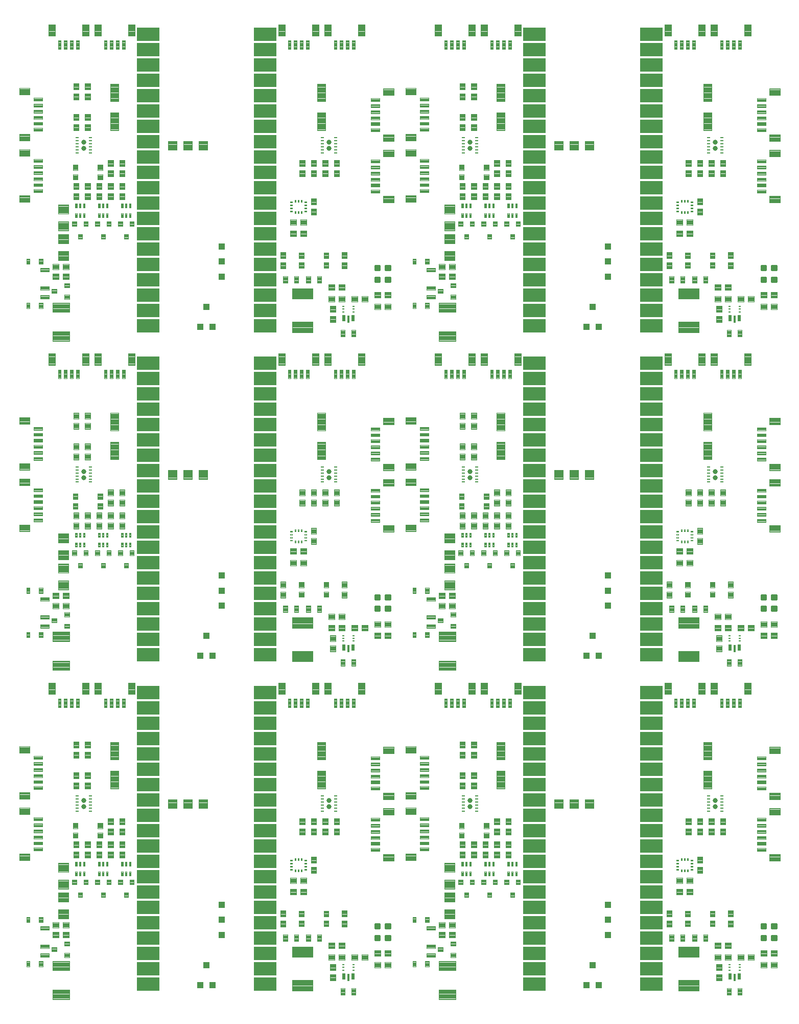
<source format=gtp>
G04 EAGLE Gerber RS-274X export*
G75*
%MOMM*%
%FSLAX34Y34*%
%LPD*%
%INSolderpaste Top*%
%IPPOS*%
%AMOC8*
5,1,8,0,0,1.08239X$1,22.5*%
G01*
%ADD10C,0.099000*%
%ADD11C,0.300000*%
%ADD12C,0.100000*%
%ADD13C,0.102000*%
%ADD14C,0.096000*%
%ADD15C,0.102500*%
%ADD16C,0.800000*%
%ADD17R,0.562500X0.250000*%
%ADD18C,0.100581*%
%ADD19C,0.098000*%
%ADD20R,0.300000X1.300000*%
%ADD21R,0.600000X1.130000*%
%ADD22R,0.450000X0.230000*%
%ADD23C,0.104000*%
%ADD24C,0.092500*%
%ADD25C,0.105000*%
%ADD26C,0.094488*%
%ADD27R,1.000000X1.000000*%
%ADD28R,3.800000X2.200000*%


D10*
X145155Y289245D02*
X137145Y289245D01*
X137145Y298255D01*
X145155Y298255D01*
X145155Y289245D01*
X145155Y290185D02*
X137145Y290185D01*
X137145Y291125D02*
X145155Y291125D01*
X145155Y292065D02*
X137145Y292065D01*
X137145Y293005D02*
X145155Y293005D01*
X145155Y293945D02*
X137145Y293945D01*
X137145Y294885D02*
X145155Y294885D01*
X145155Y295825D02*
X137145Y295825D01*
X137145Y296765D02*
X145155Y296765D01*
X145155Y297705D02*
X137145Y297705D01*
X137145Y273245D02*
X145155Y273245D01*
X137145Y273245D02*
X137145Y282255D01*
X145155Y282255D01*
X145155Y273245D01*
X145155Y274185D02*
X137145Y274185D01*
X137145Y275125D02*
X145155Y275125D01*
X145155Y276065D02*
X137145Y276065D01*
X137145Y277005D02*
X145155Y277005D01*
X145155Y277945D02*
X137145Y277945D01*
X137145Y278885D02*
X145155Y278885D01*
X145155Y279825D02*
X137145Y279825D01*
X137145Y280765D02*
X145155Y280765D01*
X145155Y281705D02*
X137145Y281705D01*
X104155Y273245D02*
X96145Y273245D01*
X96145Y282255D01*
X104155Y282255D01*
X104155Y273245D01*
X104155Y274185D02*
X96145Y274185D01*
X96145Y275125D02*
X104155Y275125D01*
X104155Y276065D02*
X96145Y276065D01*
X96145Y277005D02*
X104155Y277005D01*
X104155Y277945D02*
X96145Y277945D01*
X96145Y278885D02*
X104155Y278885D01*
X104155Y279825D02*
X96145Y279825D01*
X96145Y280765D02*
X104155Y280765D01*
X104155Y281705D02*
X96145Y281705D01*
X96145Y289245D02*
X104155Y289245D01*
X96145Y289245D02*
X96145Y298255D01*
X104155Y298255D01*
X104155Y289245D01*
X104155Y290185D02*
X96145Y290185D01*
X96145Y291125D02*
X104155Y291125D01*
X104155Y292065D02*
X96145Y292065D01*
X96145Y293005D02*
X104155Y293005D01*
X104155Y293945D02*
X96145Y293945D01*
X96145Y294885D02*
X104155Y294885D01*
X104155Y295825D02*
X96145Y295825D01*
X96145Y296765D02*
X104155Y296765D01*
X104155Y297705D02*
X96145Y297705D01*
D11*
X614870Y130500D02*
X614870Y123500D01*
X614870Y130500D02*
X621870Y130500D01*
X621870Y123500D01*
X614870Y123500D01*
X614870Y126350D02*
X621870Y126350D01*
X621870Y129200D02*
X614870Y129200D01*
X597330Y130500D02*
X597330Y123500D01*
X597330Y130500D02*
X604330Y130500D01*
X604330Y123500D01*
X597330Y123500D01*
X597330Y126350D02*
X604330Y126350D01*
X604330Y129200D02*
X597330Y129200D01*
D12*
X596100Y59000D02*
X606100Y59000D01*
X596100Y59000D02*
X596100Y68000D01*
X606100Y68000D01*
X606100Y59000D01*
X606100Y59950D02*
X596100Y59950D01*
X596100Y60900D02*
X606100Y60900D01*
X606100Y61850D02*
X596100Y61850D01*
X596100Y62800D02*
X606100Y62800D01*
X606100Y63750D02*
X596100Y63750D01*
X596100Y64700D02*
X606100Y64700D01*
X606100Y65650D02*
X596100Y65650D01*
X596100Y66600D02*
X606100Y66600D01*
X606100Y67550D02*
X596100Y67550D01*
X613100Y59000D02*
X623100Y59000D01*
X613100Y59000D02*
X613100Y68000D01*
X623100Y68000D01*
X623100Y59000D01*
X623100Y59950D02*
X613100Y59950D01*
X613100Y60900D02*
X623100Y60900D01*
X623100Y61850D02*
X613100Y61850D01*
X613100Y62800D02*
X623100Y62800D01*
X623100Y63750D02*
X613100Y63750D01*
X613100Y64700D02*
X623100Y64700D01*
X623100Y65650D02*
X613100Y65650D01*
X613100Y66600D02*
X623100Y66600D01*
X623100Y67550D02*
X613100Y67550D01*
D13*
X30860Y302310D02*
X30860Y307290D01*
X45340Y307290D01*
X45340Y302310D01*
X30860Y302310D01*
X30860Y303279D02*
X45340Y303279D01*
X45340Y304248D02*
X30860Y304248D01*
X30860Y305217D02*
X45340Y305217D01*
X45340Y306186D02*
X30860Y306186D01*
X30860Y307155D02*
X45340Y307155D01*
X30860Y297290D02*
X30860Y292310D01*
X30860Y297290D02*
X45340Y297290D01*
X45340Y292310D01*
X30860Y292310D01*
X30860Y293279D02*
X45340Y293279D01*
X45340Y294248D02*
X30860Y294248D01*
X30860Y295217D02*
X45340Y295217D01*
X45340Y296186D02*
X30860Y296186D01*
X30860Y297155D02*
X45340Y297155D01*
X30860Y287290D02*
X30860Y282310D01*
X30860Y287290D02*
X45340Y287290D01*
X45340Y282310D01*
X30860Y282310D01*
X30860Y283279D02*
X45340Y283279D01*
X45340Y284248D02*
X30860Y284248D01*
X30860Y285217D02*
X45340Y285217D01*
X45340Y286186D02*
X30860Y286186D01*
X30860Y287155D02*
X45340Y287155D01*
X30860Y277290D02*
X30860Y272310D01*
X30860Y277290D02*
X45340Y277290D01*
X45340Y272310D01*
X30860Y272310D01*
X30860Y273279D02*
X45340Y273279D01*
X45340Y274248D02*
X30860Y274248D01*
X30860Y275217D02*
X45340Y275217D01*
X45340Y276186D02*
X30860Y276186D01*
X30860Y277155D02*
X45340Y277155D01*
X30860Y267290D02*
X30860Y262310D01*
X30860Y267290D02*
X45340Y267290D01*
X45340Y262310D01*
X30860Y262310D01*
X30860Y263279D02*
X45340Y263279D01*
X45340Y264248D02*
X30860Y264248D01*
X30860Y265217D02*
X45340Y265217D01*
X45340Y266186D02*
X30860Y266186D01*
X30860Y267155D02*
X45340Y267155D01*
X30860Y257290D02*
X30860Y252310D01*
X30860Y257290D02*
X45340Y257290D01*
X45340Y252310D01*
X30860Y252310D01*
X30860Y253279D02*
X45340Y253279D01*
X45340Y254248D02*
X30860Y254248D01*
X30860Y255217D02*
X45340Y255217D01*
X45340Y256186D02*
X30860Y256186D01*
X30860Y257155D02*
X45340Y257155D01*
D14*
X7330Y312280D02*
X7330Y323320D01*
X24370Y323320D01*
X24370Y312280D01*
X7330Y312280D01*
X7330Y313192D02*
X24370Y313192D01*
X24370Y314104D02*
X7330Y314104D01*
X7330Y315016D02*
X24370Y315016D01*
X24370Y315928D02*
X7330Y315928D01*
X7330Y316840D02*
X24370Y316840D01*
X24370Y317752D02*
X7330Y317752D01*
X7330Y318664D02*
X24370Y318664D01*
X24370Y319576D02*
X7330Y319576D01*
X7330Y320488D02*
X24370Y320488D01*
X24370Y321400D02*
X7330Y321400D01*
X7330Y322312D02*
X24370Y322312D01*
X24370Y323224D02*
X7330Y323224D01*
X7330Y247320D02*
X7330Y236280D01*
X7330Y247320D02*
X24370Y247320D01*
X24370Y236280D01*
X7330Y236280D01*
X7330Y237192D02*
X24370Y237192D01*
X24370Y238104D02*
X7330Y238104D01*
X7330Y239016D02*
X24370Y239016D01*
X24370Y239928D02*
X7330Y239928D01*
X7330Y240840D02*
X24370Y240840D01*
X24370Y241752D02*
X7330Y241752D01*
X7330Y242664D02*
X24370Y242664D01*
X24370Y243576D02*
X7330Y243576D01*
X7330Y244488D02*
X24370Y244488D01*
X24370Y245400D02*
X7330Y245400D01*
X7330Y246312D02*
X24370Y246312D01*
X24370Y247224D02*
X7330Y247224D01*
D13*
X30860Y403910D02*
X30860Y408890D01*
X45340Y408890D01*
X45340Y403910D01*
X30860Y403910D01*
X30860Y404879D02*
X45340Y404879D01*
X45340Y405848D02*
X30860Y405848D01*
X30860Y406817D02*
X45340Y406817D01*
X45340Y407786D02*
X30860Y407786D01*
X30860Y408755D02*
X45340Y408755D01*
X30860Y398890D02*
X30860Y393910D01*
X30860Y398890D02*
X45340Y398890D01*
X45340Y393910D01*
X30860Y393910D01*
X30860Y394879D02*
X45340Y394879D01*
X45340Y395848D02*
X30860Y395848D01*
X30860Y396817D02*
X45340Y396817D01*
X45340Y397786D02*
X30860Y397786D01*
X30860Y398755D02*
X45340Y398755D01*
X30860Y388890D02*
X30860Y383910D01*
X30860Y388890D02*
X45340Y388890D01*
X45340Y383910D01*
X30860Y383910D01*
X30860Y384879D02*
X45340Y384879D01*
X45340Y385848D02*
X30860Y385848D01*
X30860Y386817D02*
X45340Y386817D01*
X45340Y387786D02*
X30860Y387786D01*
X30860Y388755D02*
X45340Y388755D01*
X30860Y378890D02*
X30860Y373910D01*
X30860Y378890D02*
X45340Y378890D01*
X45340Y373910D01*
X30860Y373910D01*
X30860Y374879D02*
X45340Y374879D01*
X45340Y375848D02*
X30860Y375848D01*
X30860Y376817D02*
X45340Y376817D01*
X45340Y377786D02*
X30860Y377786D01*
X30860Y378755D02*
X45340Y378755D01*
X30860Y368890D02*
X30860Y363910D01*
X30860Y368890D02*
X45340Y368890D01*
X45340Y363910D01*
X30860Y363910D01*
X30860Y364879D02*
X45340Y364879D01*
X45340Y365848D02*
X30860Y365848D01*
X30860Y366817D02*
X45340Y366817D01*
X45340Y367786D02*
X30860Y367786D01*
X30860Y368755D02*
X45340Y368755D01*
X30860Y358890D02*
X30860Y353910D01*
X30860Y358890D02*
X45340Y358890D01*
X45340Y353910D01*
X30860Y353910D01*
X30860Y354879D02*
X45340Y354879D01*
X45340Y355848D02*
X30860Y355848D01*
X30860Y356817D02*
X45340Y356817D01*
X45340Y357786D02*
X30860Y357786D01*
X30860Y358755D02*
X45340Y358755D01*
D14*
X7330Y413880D02*
X7330Y424920D01*
X24370Y424920D01*
X24370Y413880D01*
X7330Y413880D01*
X7330Y414792D02*
X24370Y414792D01*
X24370Y415704D02*
X7330Y415704D01*
X7330Y416616D02*
X24370Y416616D01*
X24370Y417528D02*
X7330Y417528D01*
X7330Y418440D02*
X24370Y418440D01*
X24370Y419352D02*
X7330Y419352D01*
X7330Y420264D02*
X24370Y420264D01*
X24370Y421176D02*
X7330Y421176D01*
X7330Y422088D02*
X24370Y422088D01*
X24370Y423000D02*
X7330Y423000D01*
X7330Y423912D02*
X24370Y423912D01*
X24370Y424824D02*
X7330Y424824D01*
X7330Y348920D02*
X7330Y337880D01*
X7330Y348920D02*
X24370Y348920D01*
X24370Y337880D01*
X7330Y337880D01*
X7330Y338792D02*
X24370Y338792D01*
X24370Y339704D02*
X7330Y339704D01*
X7330Y340616D02*
X24370Y340616D01*
X24370Y341528D02*
X7330Y341528D01*
X7330Y342440D02*
X24370Y342440D01*
X24370Y343352D02*
X7330Y343352D01*
X7330Y344264D02*
X24370Y344264D01*
X24370Y345176D02*
X7330Y345176D01*
X7330Y346088D02*
X24370Y346088D01*
X24370Y347000D02*
X7330Y347000D01*
X7330Y347912D02*
X24370Y347912D01*
X24370Y348824D02*
X7330Y348824D01*
D13*
X604140Y353110D02*
X604140Y358090D01*
X604140Y353110D02*
X589660Y353110D01*
X589660Y358090D01*
X604140Y358090D01*
X604140Y354079D02*
X589660Y354079D01*
X589660Y355048D02*
X604140Y355048D01*
X604140Y356017D02*
X589660Y356017D01*
X589660Y356986D02*
X604140Y356986D01*
X604140Y357955D02*
X589660Y357955D01*
X604140Y363110D02*
X604140Y368090D01*
X604140Y363110D02*
X589660Y363110D01*
X589660Y368090D01*
X604140Y368090D01*
X604140Y364079D02*
X589660Y364079D01*
X589660Y365048D02*
X604140Y365048D01*
X604140Y366017D02*
X589660Y366017D01*
X589660Y366986D02*
X604140Y366986D01*
X604140Y367955D02*
X589660Y367955D01*
X604140Y373110D02*
X604140Y378090D01*
X604140Y373110D02*
X589660Y373110D01*
X589660Y378090D01*
X604140Y378090D01*
X604140Y374079D02*
X589660Y374079D01*
X589660Y375048D02*
X604140Y375048D01*
X604140Y376017D02*
X589660Y376017D01*
X589660Y376986D02*
X604140Y376986D01*
X604140Y377955D02*
X589660Y377955D01*
X604140Y383110D02*
X604140Y388090D01*
X604140Y383110D02*
X589660Y383110D01*
X589660Y388090D01*
X604140Y388090D01*
X604140Y384079D02*
X589660Y384079D01*
X589660Y385048D02*
X604140Y385048D01*
X604140Y386017D02*
X589660Y386017D01*
X589660Y386986D02*
X604140Y386986D01*
X604140Y387955D02*
X589660Y387955D01*
X604140Y393110D02*
X604140Y398090D01*
X604140Y393110D02*
X589660Y393110D01*
X589660Y398090D01*
X604140Y398090D01*
X604140Y394079D02*
X589660Y394079D01*
X589660Y395048D02*
X604140Y395048D01*
X604140Y396017D02*
X589660Y396017D01*
X589660Y396986D02*
X604140Y396986D01*
X604140Y397955D02*
X589660Y397955D01*
X604140Y403110D02*
X604140Y408090D01*
X604140Y403110D02*
X589660Y403110D01*
X589660Y408090D01*
X604140Y408090D01*
X604140Y404079D02*
X589660Y404079D01*
X589660Y405048D02*
X604140Y405048D01*
X604140Y406017D02*
X589660Y406017D01*
X589660Y406986D02*
X604140Y406986D01*
X604140Y407955D02*
X589660Y407955D01*
D14*
X627670Y348120D02*
X627670Y337080D01*
X610630Y337080D01*
X610630Y348120D01*
X627670Y348120D01*
X627670Y337992D02*
X610630Y337992D01*
X610630Y338904D02*
X627670Y338904D01*
X627670Y339816D02*
X610630Y339816D01*
X610630Y340728D02*
X627670Y340728D01*
X627670Y341640D02*
X610630Y341640D01*
X610630Y342552D02*
X627670Y342552D01*
X627670Y343464D02*
X610630Y343464D01*
X610630Y344376D02*
X627670Y344376D01*
X627670Y345288D02*
X610630Y345288D01*
X610630Y346200D02*
X627670Y346200D01*
X627670Y347112D02*
X610630Y347112D01*
X610630Y348024D02*
X627670Y348024D01*
X627670Y413080D02*
X627670Y424120D01*
X627670Y413080D02*
X610630Y413080D01*
X610630Y424120D01*
X627670Y424120D01*
X627670Y413992D02*
X610630Y413992D01*
X610630Y414904D02*
X627670Y414904D01*
X627670Y415816D02*
X610630Y415816D01*
X610630Y416728D02*
X627670Y416728D01*
X627670Y417640D02*
X610630Y417640D01*
X610630Y418552D02*
X627670Y418552D01*
X627670Y419464D02*
X610630Y419464D01*
X610630Y420376D02*
X627670Y420376D01*
X627670Y421288D02*
X610630Y421288D01*
X610630Y422200D02*
X627670Y422200D01*
X627670Y423112D02*
X610630Y423112D01*
X610630Y424024D02*
X627670Y424024D01*
D13*
X604140Y256490D02*
X604140Y251510D01*
X589660Y251510D01*
X589660Y256490D01*
X604140Y256490D01*
X604140Y252479D02*
X589660Y252479D01*
X589660Y253448D02*
X604140Y253448D01*
X604140Y254417D02*
X589660Y254417D01*
X589660Y255386D02*
X604140Y255386D01*
X604140Y256355D02*
X589660Y256355D01*
X604140Y261510D02*
X604140Y266490D01*
X604140Y261510D02*
X589660Y261510D01*
X589660Y266490D01*
X604140Y266490D01*
X604140Y262479D02*
X589660Y262479D01*
X589660Y263448D02*
X604140Y263448D01*
X604140Y264417D02*
X589660Y264417D01*
X589660Y265386D02*
X604140Y265386D01*
X604140Y266355D02*
X589660Y266355D01*
X604140Y271510D02*
X604140Y276490D01*
X604140Y271510D02*
X589660Y271510D01*
X589660Y276490D01*
X604140Y276490D01*
X604140Y272479D02*
X589660Y272479D01*
X589660Y273448D02*
X604140Y273448D01*
X604140Y274417D02*
X589660Y274417D01*
X589660Y275386D02*
X604140Y275386D01*
X604140Y276355D02*
X589660Y276355D01*
X604140Y281510D02*
X604140Y286490D01*
X604140Y281510D02*
X589660Y281510D01*
X589660Y286490D01*
X604140Y286490D01*
X604140Y282479D02*
X589660Y282479D01*
X589660Y283448D02*
X604140Y283448D01*
X604140Y284417D02*
X589660Y284417D01*
X589660Y285386D02*
X604140Y285386D01*
X604140Y286355D02*
X589660Y286355D01*
X604140Y291510D02*
X604140Y296490D01*
X604140Y291510D02*
X589660Y291510D01*
X589660Y296490D01*
X604140Y296490D01*
X604140Y292479D02*
X589660Y292479D01*
X589660Y293448D02*
X604140Y293448D01*
X604140Y294417D02*
X589660Y294417D01*
X589660Y295386D02*
X604140Y295386D01*
X604140Y296355D02*
X589660Y296355D01*
X604140Y301510D02*
X604140Y306490D01*
X604140Y301510D02*
X589660Y301510D01*
X589660Y306490D01*
X604140Y306490D01*
X604140Y302479D02*
X589660Y302479D01*
X589660Y303448D02*
X604140Y303448D01*
X604140Y304417D02*
X589660Y304417D01*
X589660Y305386D02*
X604140Y305386D01*
X604140Y306355D02*
X589660Y306355D01*
D14*
X627670Y246520D02*
X627670Y235480D01*
X610630Y235480D01*
X610630Y246520D01*
X627670Y246520D01*
X627670Y236392D02*
X610630Y236392D01*
X610630Y237304D02*
X627670Y237304D01*
X627670Y238216D02*
X610630Y238216D01*
X610630Y239128D02*
X627670Y239128D01*
X627670Y240040D02*
X610630Y240040D01*
X610630Y240952D02*
X627670Y240952D01*
X627670Y241864D02*
X610630Y241864D01*
X610630Y242776D02*
X627670Y242776D01*
X627670Y243688D02*
X610630Y243688D01*
X610630Y244600D02*
X627670Y244600D01*
X627670Y245512D02*
X610630Y245512D01*
X610630Y246424D02*
X627670Y246424D01*
X627670Y311480D02*
X627670Y322520D01*
X627670Y311480D02*
X610630Y311480D01*
X610630Y322520D01*
X627670Y322520D01*
X627670Y312392D02*
X610630Y312392D01*
X610630Y313304D02*
X627670Y313304D01*
X627670Y314216D02*
X610630Y314216D01*
X610630Y315128D02*
X627670Y315128D01*
X627670Y316040D02*
X610630Y316040D01*
X610630Y316952D02*
X627670Y316952D01*
X627670Y317864D02*
X610630Y317864D01*
X610630Y318776D02*
X627670Y318776D01*
X627670Y319688D02*
X610630Y319688D01*
X610630Y320600D02*
X627670Y320600D01*
X627670Y321512D02*
X610630Y321512D01*
X610630Y322424D02*
X627670Y322424D01*
D13*
X457390Y489460D02*
X452410Y489460D01*
X452410Y503940D01*
X457390Y503940D01*
X457390Y489460D01*
X457390Y490429D02*
X452410Y490429D01*
X452410Y491398D02*
X457390Y491398D01*
X457390Y492367D02*
X452410Y492367D01*
X452410Y493336D02*
X457390Y493336D01*
X457390Y494305D02*
X452410Y494305D01*
X452410Y495274D02*
X457390Y495274D01*
X457390Y496243D02*
X452410Y496243D01*
X452410Y497212D02*
X457390Y497212D01*
X457390Y498181D02*
X452410Y498181D01*
X452410Y499150D02*
X457390Y499150D01*
X457390Y500119D02*
X452410Y500119D01*
X452410Y501088D02*
X457390Y501088D01*
X457390Y502057D02*
X452410Y502057D01*
X452410Y503026D02*
X457390Y503026D01*
X462410Y489460D02*
X467390Y489460D01*
X462410Y489460D02*
X462410Y503940D01*
X467390Y503940D01*
X467390Y489460D01*
X467390Y490429D02*
X462410Y490429D01*
X462410Y491398D02*
X467390Y491398D01*
X467390Y492367D02*
X462410Y492367D01*
X462410Y493336D02*
X467390Y493336D01*
X467390Y494305D02*
X462410Y494305D01*
X462410Y495274D02*
X467390Y495274D01*
X467390Y496243D02*
X462410Y496243D01*
X462410Y497212D02*
X467390Y497212D01*
X467390Y498181D02*
X462410Y498181D01*
X462410Y499150D02*
X467390Y499150D01*
X467390Y500119D02*
X462410Y500119D01*
X462410Y501088D02*
X467390Y501088D01*
X467390Y502057D02*
X462410Y502057D01*
X462410Y503026D02*
X467390Y503026D01*
X472410Y489460D02*
X477390Y489460D01*
X472410Y489460D02*
X472410Y503940D01*
X477390Y503940D01*
X477390Y489460D01*
X477390Y490429D02*
X472410Y490429D01*
X472410Y491398D02*
X477390Y491398D01*
X477390Y492367D02*
X472410Y492367D01*
X472410Y493336D02*
X477390Y493336D01*
X477390Y494305D02*
X472410Y494305D01*
X472410Y495274D02*
X477390Y495274D01*
X477390Y496243D02*
X472410Y496243D01*
X472410Y497212D02*
X477390Y497212D01*
X477390Y498181D02*
X472410Y498181D01*
X472410Y499150D02*
X477390Y499150D01*
X477390Y500119D02*
X472410Y500119D01*
X472410Y501088D02*
X477390Y501088D01*
X477390Y502057D02*
X472410Y502057D01*
X472410Y503026D02*
X477390Y503026D01*
X482410Y489460D02*
X487390Y489460D01*
X482410Y489460D02*
X482410Y503940D01*
X487390Y503940D01*
X487390Y489460D01*
X487390Y490429D02*
X482410Y490429D01*
X482410Y491398D02*
X487390Y491398D01*
X487390Y492367D02*
X482410Y492367D01*
X482410Y493336D02*
X487390Y493336D01*
X487390Y494305D02*
X482410Y494305D01*
X482410Y495274D02*
X487390Y495274D01*
X487390Y496243D02*
X482410Y496243D01*
X482410Y497212D02*
X487390Y497212D01*
X487390Y498181D02*
X482410Y498181D01*
X482410Y499150D02*
X487390Y499150D01*
X487390Y500119D02*
X482410Y500119D01*
X482410Y501088D02*
X487390Y501088D01*
X487390Y502057D02*
X482410Y502057D01*
X482410Y503026D02*
X487390Y503026D01*
D14*
X447420Y511430D02*
X436380Y511430D01*
X436380Y530470D01*
X447420Y530470D01*
X447420Y511430D01*
X447420Y512342D02*
X436380Y512342D01*
X436380Y513254D02*
X447420Y513254D01*
X447420Y514166D02*
X436380Y514166D01*
X436380Y515078D02*
X447420Y515078D01*
X447420Y515990D02*
X436380Y515990D01*
X436380Y516902D02*
X447420Y516902D01*
X447420Y517814D02*
X436380Y517814D01*
X436380Y518726D02*
X447420Y518726D01*
X447420Y519638D02*
X436380Y519638D01*
X436380Y520550D02*
X447420Y520550D01*
X447420Y521462D02*
X436380Y521462D01*
X436380Y522374D02*
X447420Y522374D01*
X447420Y523286D02*
X436380Y523286D01*
X436380Y524198D02*
X447420Y524198D01*
X447420Y525110D02*
X436380Y525110D01*
X436380Y526022D02*
X447420Y526022D01*
X447420Y526934D02*
X436380Y526934D01*
X436380Y527846D02*
X447420Y527846D01*
X447420Y528758D02*
X436380Y528758D01*
X436380Y529670D02*
X447420Y529670D01*
X492380Y511430D02*
X503420Y511430D01*
X492380Y511430D02*
X492380Y530470D01*
X503420Y530470D01*
X503420Y511430D01*
X503420Y512342D02*
X492380Y512342D01*
X492380Y513254D02*
X503420Y513254D01*
X503420Y514166D02*
X492380Y514166D01*
X492380Y515078D02*
X503420Y515078D01*
X503420Y515990D02*
X492380Y515990D01*
X492380Y516902D02*
X503420Y516902D01*
X503420Y517814D02*
X492380Y517814D01*
X492380Y518726D02*
X503420Y518726D01*
X503420Y519638D02*
X492380Y519638D01*
X492380Y520550D02*
X503420Y520550D01*
X503420Y521462D02*
X492380Y521462D01*
X492380Y522374D02*
X503420Y522374D01*
X503420Y523286D02*
X492380Y523286D01*
X492380Y524198D02*
X503420Y524198D01*
X503420Y525110D02*
X492380Y525110D01*
X492380Y526022D02*
X503420Y526022D01*
X503420Y526934D02*
X492380Y526934D01*
X492380Y527846D02*
X503420Y527846D01*
X503420Y528758D02*
X492380Y528758D01*
X492380Y529670D02*
X503420Y529670D01*
D15*
X459888Y236838D02*
X456412Y236838D01*
X459888Y236838D02*
X459888Y235362D01*
X456412Y235362D01*
X456412Y236838D01*
X456412Y236336D02*
X459888Y236336D01*
X459888Y231838D02*
X456412Y231838D01*
X459888Y231838D02*
X459888Y230362D01*
X456412Y230362D01*
X456412Y231838D01*
X456412Y231336D02*
X459888Y231336D01*
X459888Y226838D02*
X456412Y226838D01*
X459888Y226838D02*
X459888Y225362D01*
X456412Y225362D01*
X456412Y226838D01*
X456412Y226336D02*
X459888Y226336D01*
X459888Y221838D02*
X456412Y221838D01*
X459888Y221838D02*
X459888Y220362D01*
X456412Y220362D01*
X456412Y221838D01*
X456412Y221336D02*
X459888Y221336D01*
X465638Y221088D02*
X465638Y217612D01*
X464162Y217612D01*
X464162Y221088D01*
X465638Y221088D01*
X465638Y218586D02*
X464162Y218586D01*
X464162Y219560D02*
X465638Y219560D01*
X465638Y220534D02*
X464162Y220534D01*
X470638Y221088D02*
X470638Y217612D01*
X469162Y217612D01*
X469162Y221088D01*
X470638Y221088D01*
X470638Y218586D02*
X469162Y218586D01*
X469162Y219560D02*
X470638Y219560D01*
X470638Y220534D02*
X469162Y220534D01*
X475638Y221088D02*
X475638Y217612D01*
X474162Y217612D01*
X474162Y221088D01*
X475638Y221088D01*
X475638Y218586D02*
X474162Y218586D01*
X474162Y219560D02*
X475638Y219560D01*
X475638Y220534D02*
X474162Y220534D01*
X479912Y221838D02*
X483388Y221838D01*
X483388Y220362D01*
X479912Y220362D01*
X479912Y221838D01*
X479912Y221336D02*
X483388Y221336D01*
X483388Y226838D02*
X479912Y226838D01*
X483388Y226838D02*
X483388Y225362D01*
X479912Y225362D01*
X479912Y226838D01*
X479912Y226336D02*
X483388Y226336D01*
X483388Y231838D02*
X479912Y231838D01*
X483388Y231838D02*
X483388Y230362D01*
X479912Y230362D01*
X479912Y231838D01*
X479912Y231336D02*
X483388Y231336D01*
X483388Y236838D02*
X479912Y236838D01*
X483388Y236838D02*
X483388Y235362D01*
X479912Y235362D01*
X479912Y236838D01*
X479912Y236336D02*
X483388Y236336D01*
X475638Y236112D02*
X475638Y239588D01*
X475638Y236112D02*
X474162Y236112D01*
X474162Y239588D01*
X475638Y239588D01*
X475638Y237086D02*
X474162Y237086D01*
X474162Y238060D02*
X475638Y238060D01*
X475638Y239034D02*
X474162Y239034D01*
X470638Y239588D02*
X470638Y236112D01*
X469162Y236112D01*
X469162Y239588D01*
X470638Y239588D01*
X470638Y237086D02*
X469162Y237086D01*
X469162Y238060D02*
X470638Y238060D01*
X470638Y239034D02*
X469162Y239034D01*
X465638Y239588D02*
X465638Y236112D01*
X464162Y236112D01*
X464162Y239588D01*
X465638Y239588D01*
X465638Y237086D02*
X464162Y237086D01*
X464162Y238060D02*
X465638Y238060D01*
X465638Y239034D02*
X464162Y239034D01*
D16*
X114300Y325200D03*
X114300Y335200D03*
D17*
X125238Y327700D03*
X125238Y342700D03*
X125238Y337700D03*
X125238Y332700D03*
X125238Y317700D03*
X125238Y322700D03*
X103363Y342700D03*
X103363Y337700D03*
X103363Y332700D03*
X103363Y327700D03*
X103363Y317700D03*
X103363Y322700D03*
D16*
X520700Y335200D03*
X520700Y325200D03*
D17*
X509763Y332700D03*
X509763Y317700D03*
X509763Y322700D03*
X509763Y327700D03*
X509763Y342700D03*
X509763Y337700D03*
X531638Y317700D03*
X531638Y322700D03*
X531638Y327700D03*
X531638Y332700D03*
X531638Y342700D03*
X531638Y337700D03*
D18*
X62225Y69855D02*
X62225Y54097D01*
X62225Y69855D02*
X90175Y69855D01*
X90175Y54097D01*
X62225Y54097D01*
X62225Y55053D02*
X90175Y55053D01*
X90175Y56009D02*
X62225Y56009D01*
X62225Y56965D02*
X90175Y56965D01*
X90175Y57921D02*
X62225Y57921D01*
X62225Y58877D02*
X90175Y58877D01*
X90175Y59833D02*
X62225Y59833D01*
X62225Y60789D02*
X90175Y60789D01*
X90175Y61745D02*
X62225Y61745D01*
X62225Y62701D02*
X90175Y62701D01*
X90175Y63657D02*
X62225Y63657D01*
X62225Y64613D02*
X90175Y64613D01*
X90175Y65569D02*
X62225Y65569D01*
X62225Y66525D02*
X90175Y66525D01*
X90175Y67481D02*
X62225Y67481D01*
X62225Y68437D02*
X90175Y68437D01*
X90175Y69393D02*
X62225Y69393D01*
X62225Y22103D02*
X62225Y6345D01*
X62225Y22103D02*
X90175Y22103D01*
X90175Y6345D01*
X62225Y6345D01*
X62225Y7301D02*
X90175Y7301D01*
X90175Y8257D02*
X62225Y8257D01*
X62225Y9213D02*
X90175Y9213D01*
X90175Y10169D02*
X62225Y10169D01*
X62225Y11125D02*
X90175Y11125D01*
X90175Y12081D02*
X62225Y12081D01*
X62225Y13037D02*
X90175Y13037D01*
X90175Y13993D02*
X62225Y13993D01*
X62225Y14949D02*
X90175Y14949D01*
X90175Y15905D02*
X62225Y15905D01*
X62225Y16861D02*
X90175Y16861D01*
X90175Y17817D02*
X62225Y17817D01*
X62225Y18773D02*
X90175Y18773D01*
X90175Y19729D02*
X62225Y19729D01*
X62225Y20685D02*
X90175Y20685D01*
X90175Y21641D02*
X62225Y21641D01*
D12*
X456400Y198700D02*
X466400Y198700D01*
X456400Y198700D02*
X456400Y207700D01*
X466400Y207700D01*
X466400Y198700D01*
X466400Y199650D02*
X456400Y199650D01*
X456400Y200600D02*
X466400Y200600D01*
X466400Y201550D02*
X456400Y201550D01*
X456400Y202500D02*
X466400Y202500D01*
X466400Y203450D02*
X456400Y203450D01*
X456400Y204400D02*
X466400Y204400D01*
X466400Y205350D02*
X456400Y205350D01*
X456400Y206300D02*
X466400Y206300D01*
X466400Y207250D02*
X456400Y207250D01*
X473400Y198700D02*
X483400Y198700D01*
X473400Y198700D02*
X473400Y207700D01*
X483400Y207700D01*
X483400Y198700D01*
X483400Y199650D02*
X473400Y199650D01*
X473400Y200600D02*
X483400Y200600D01*
X483400Y201550D02*
X473400Y201550D01*
X473400Y202500D02*
X483400Y202500D01*
X483400Y203450D02*
X473400Y203450D01*
X473400Y204400D02*
X483400Y204400D01*
X483400Y205350D02*
X473400Y205350D01*
X473400Y206300D02*
X483400Y206300D01*
X483400Y207250D02*
X473400Y207250D01*
D13*
X528610Y489460D02*
X533590Y489460D01*
X528610Y489460D02*
X528610Y503940D01*
X533590Y503940D01*
X533590Y489460D01*
X533590Y490429D02*
X528610Y490429D01*
X528610Y491398D02*
X533590Y491398D01*
X533590Y492367D02*
X528610Y492367D01*
X528610Y493336D02*
X533590Y493336D01*
X533590Y494305D02*
X528610Y494305D01*
X528610Y495274D02*
X533590Y495274D01*
X533590Y496243D02*
X528610Y496243D01*
X528610Y497212D02*
X533590Y497212D01*
X533590Y498181D02*
X528610Y498181D01*
X528610Y499150D02*
X533590Y499150D01*
X533590Y500119D02*
X528610Y500119D01*
X528610Y501088D02*
X533590Y501088D01*
X533590Y502057D02*
X528610Y502057D01*
X528610Y503026D02*
X533590Y503026D01*
X538610Y489460D02*
X543590Y489460D01*
X538610Y489460D02*
X538610Y503940D01*
X543590Y503940D01*
X543590Y489460D01*
X543590Y490429D02*
X538610Y490429D01*
X538610Y491398D02*
X543590Y491398D01*
X543590Y492367D02*
X538610Y492367D01*
X538610Y493336D02*
X543590Y493336D01*
X543590Y494305D02*
X538610Y494305D01*
X538610Y495274D02*
X543590Y495274D01*
X543590Y496243D02*
X538610Y496243D01*
X538610Y497212D02*
X543590Y497212D01*
X543590Y498181D02*
X538610Y498181D01*
X538610Y499150D02*
X543590Y499150D01*
X543590Y500119D02*
X538610Y500119D01*
X538610Y501088D02*
X543590Y501088D01*
X543590Y502057D02*
X538610Y502057D01*
X538610Y503026D02*
X543590Y503026D01*
X548610Y489460D02*
X553590Y489460D01*
X548610Y489460D02*
X548610Y503940D01*
X553590Y503940D01*
X553590Y489460D01*
X553590Y490429D02*
X548610Y490429D01*
X548610Y491398D02*
X553590Y491398D01*
X553590Y492367D02*
X548610Y492367D01*
X548610Y493336D02*
X553590Y493336D01*
X553590Y494305D02*
X548610Y494305D01*
X548610Y495274D02*
X553590Y495274D01*
X553590Y496243D02*
X548610Y496243D01*
X548610Y497212D02*
X553590Y497212D01*
X553590Y498181D02*
X548610Y498181D01*
X548610Y499150D02*
X553590Y499150D01*
X553590Y500119D02*
X548610Y500119D01*
X548610Y501088D02*
X553590Y501088D01*
X553590Y502057D02*
X548610Y502057D01*
X548610Y503026D02*
X553590Y503026D01*
X558610Y489460D02*
X563590Y489460D01*
X558610Y489460D02*
X558610Y503940D01*
X563590Y503940D01*
X563590Y489460D01*
X563590Y490429D02*
X558610Y490429D01*
X558610Y491398D02*
X563590Y491398D01*
X563590Y492367D02*
X558610Y492367D01*
X558610Y493336D02*
X563590Y493336D01*
X563590Y494305D02*
X558610Y494305D01*
X558610Y495274D02*
X563590Y495274D01*
X563590Y496243D02*
X558610Y496243D01*
X558610Y497212D02*
X563590Y497212D01*
X563590Y498181D02*
X558610Y498181D01*
X558610Y499150D02*
X563590Y499150D01*
X563590Y500119D02*
X558610Y500119D01*
X558610Y501088D02*
X563590Y501088D01*
X563590Y502057D02*
X558610Y502057D01*
X558610Y503026D02*
X563590Y503026D01*
D14*
X523620Y511430D02*
X512580Y511430D01*
X512580Y530470D01*
X523620Y530470D01*
X523620Y511430D01*
X523620Y512342D02*
X512580Y512342D01*
X512580Y513254D02*
X523620Y513254D01*
X523620Y514166D02*
X512580Y514166D01*
X512580Y515078D02*
X523620Y515078D01*
X523620Y515990D02*
X512580Y515990D01*
X512580Y516902D02*
X523620Y516902D01*
X523620Y517814D02*
X512580Y517814D01*
X512580Y518726D02*
X523620Y518726D01*
X523620Y519638D02*
X512580Y519638D01*
X512580Y520550D02*
X523620Y520550D01*
X523620Y521462D02*
X512580Y521462D01*
X512580Y522374D02*
X523620Y522374D01*
X523620Y523286D02*
X512580Y523286D01*
X512580Y524198D02*
X523620Y524198D01*
X523620Y525110D02*
X512580Y525110D01*
X512580Y526022D02*
X523620Y526022D01*
X523620Y526934D02*
X512580Y526934D01*
X512580Y527846D02*
X523620Y527846D01*
X523620Y528758D02*
X512580Y528758D01*
X512580Y529670D02*
X523620Y529670D01*
X568580Y511430D02*
X579620Y511430D01*
X568580Y511430D02*
X568580Y530470D01*
X579620Y530470D01*
X579620Y511430D01*
X579620Y512342D02*
X568580Y512342D01*
X568580Y513254D02*
X579620Y513254D01*
X579620Y514166D02*
X568580Y514166D01*
X568580Y515078D02*
X579620Y515078D01*
X579620Y515990D02*
X568580Y515990D01*
X568580Y516902D02*
X579620Y516902D01*
X579620Y517814D02*
X568580Y517814D01*
X568580Y518726D02*
X579620Y518726D01*
X579620Y519638D02*
X568580Y519638D01*
X568580Y520550D02*
X579620Y520550D01*
X579620Y521462D02*
X568580Y521462D01*
X568580Y522374D02*
X579620Y522374D01*
X579620Y523286D02*
X568580Y523286D01*
X568580Y524198D02*
X579620Y524198D01*
X579620Y525110D02*
X568580Y525110D01*
X568580Y526022D02*
X579620Y526022D01*
X579620Y526934D02*
X568580Y526934D01*
X568580Y527846D02*
X579620Y527846D01*
X579620Y528758D02*
X568580Y528758D01*
X568580Y529670D02*
X579620Y529670D01*
D13*
X152590Y489460D02*
X147610Y489460D01*
X147610Y503940D01*
X152590Y503940D01*
X152590Y489460D01*
X152590Y490429D02*
X147610Y490429D01*
X147610Y491398D02*
X152590Y491398D01*
X152590Y492367D02*
X147610Y492367D01*
X147610Y493336D02*
X152590Y493336D01*
X152590Y494305D02*
X147610Y494305D01*
X147610Y495274D02*
X152590Y495274D01*
X152590Y496243D02*
X147610Y496243D01*
X147610Y497212D02*
X152590Y497212D01*
X152590Y498181D02*
X147610Y498181D01*
X147610Y499150D02*
X152590Y499150D01*
X152590Y500119D02*
X147610Y500119D01*
X147610Y501088D02*
X152590Y501088D01*
X152590Y502057D02*
X147610Y502057D01*
X147610Y503026D02*
X152590Y503026D01*
X157610Y489460D02*
X162590Y489460D01*
X157610Y489460D02*
X157610Y503940D01*
X162590Y503940D01*
X162590Y489460D01*
X162590Y490429D02*
X157610Y490429D01*
X157610Y491398D02*
X162590Y491398D01*
X162590Y492367D02*
X157610Y492367D01*
X157610Y493336D02*
X162590Y493336D01*
X162590Y494305D02*
X157610Y494305D01*
X157610Y495274D02*
X162590Y495274D01*
X162590Y496243D02*
X157610Y496243D01*
X157610Y497212D02*
X162590Y497212D01*
X162590Y498181D02*
X157610Y498181D01*
X157610Y499150D02*
X162590Y499150D01*
X162590Y500119D02*
X157610Y500119D01*
X157610Y501088D02*
X162590Y501088D01*
X162590Y502057D02*
X157610Y502057D01*
X157610Y503026D02*
X162590Y503026D01*
X167610Y489460D02*
X172590Y489460D01*
X167610Y489460D02*
X167610Y503940D01*
X172590Y503940D01*
X172590Y489460D01*
X172590Y490429D02*
X167610Y490429D01*
X167610Y491398D02*
X172590Y491398D01*
X172590Y492367D02*
X167610Y492367D01*
X167610Y493336D02*
X172590Y493336D01*
X172590Y494305D02*
X167610Y494305D01*
X167610Y495274D02*
X172590Y495274D01*
X172590Y496243D02*
X167610Y496243D01*
X167610Y497212D02*
X172590Y497212D01*
X172590Y498181D02*
X167610Y498181D01*
X167610Y499150D02*
X172590Y499150D01*
X172590Y500119D02*
X167610Y500119D01*
X167610Y501088D02*
X172590Y501088D01*
X172590Y502057D02*
X167610Y502057D01*
X167610Y503026D02*
X172590Y503026D01*
X177610Y489460D02*
X182590Y489460D01*
X177610Y489460D02*
X177610Y503940D01*
X182590Y503940D01*
X182590Y489460D01*
X182590Y490429D02*
X177610Y490429D01*
X177610Y491398D02*
X182590Y491398D01*
X182590Y492367D02*
X177610Y492367D01*
X177610Y493336D02*
X182590Y493336D01*
X182590Y494305D02*
X177610Y494305D01*
X177610Y495274D02*
X182590Y495274D01*
X182590Y496243D02*
X177610Y496243D01*
X177610Y497212D02*
X182590Y497212D01*
X182590Y498181D02*
X177610Y498181D01*
X177610Y499150D02*
X182590Y499150D01*
X182590Y500119D02*
X177610Y500119D01*
X177610Y501088D02*
X182590Y501088D01*
X182590Y502057D02*
X177610Y502057D01*
X177610Y503026D02*
X182590Y503026D01*
D14*
X142620Y511430D02*
X131580Y511430D01*
X131580Y530470D01*
X142620Y530470D01*
X142620Y511430D01*
X142620Y512342D02*
X131580Y512342D01*
X131580Y513254D02*
X142620Y513254D01*
X142620Y514166D02*
X131580Y514166D01*
X131580Y515078D02*
X142620Y515078D01*
X142620Y515990D02*
X131580Y515990D01*
X131580Y516902D02*
X142620Y516902D01*
X142620Y517814D02*
X131580Y517814D01*
X131580Y518726D02*
X142620Y518726D01*
X142620Y519638D02*
X131580Y519638D01*
X131580Y520550D02*
X142620Y520550D01*
X142620Y521462D02*
X131580Y521462D01*
X131580Y522374D02*
X142620Y522374D01*
X142620Y523286D02*
X131580Y523286D01*
X131580Y524198D02*
X142620Y524198D01*
X142620Y525110D02*
X131580Y525110D01*
X131580Y526022D02*
X142620Y526022D01*
X142620Y526934D02*
X131580Y526934D01*
X131580Y527846D02*
X142620Y527846D01*
X142620Y528758D02*
X131580Y528758D01*
X131580Y529670D02*
X142620Y529670D01*
X187580Y511430D02*
X198620Y511430D01*
X187580Y511430D02*
X187580Y530470D01*
X198620Y530470D01*
X198620Y511430D01*
X198620Y512342D02*
X187580Y512342D01*
X187580Y513254D02*
X198620Y513254D01*
X198620Y514166D02*
X187580Y514166D01*
X187580Y515078D02*
X198620Y515078D01*
X198620Y515990D02*
X187580Y515990D01*
X187580Y516902D02*
X198620Y516902D01*
X198620Y517814D02*
X187580Y517814D01*
X187580Y518726D02*
X198620Y518726D01*
X198620Y519638D02*
X187580Y519638D01*
X187580Y520550D02*
X198620Y520550D01*
X198620Y521462D02*
X187580Y521462D01*
X187580Y522374D02*
X198620Y522374D01*
X198620Y523286D02*
X187580Y523286D01*
X187580Y524198D02*
X198620Y524198D01*
X198620Y525110D02*
X187580Y525110D01*
X187580Y526022D02*
X198620Y526022D01*
X198620Y526934D02*
X187580Y526934D01*
X187580Y527846D02*
X198620Y527846D01*
X198620Y528758D02*
X187580Y528758D01*
X187580Y529670D02*
X198620Y529670D01*
D13*
X76390Y489460D02*
X71410Y489460D01*
X71410Y503940D01*
X76390Y503940D01*
X76390Y489460D01*
X76390Y490429D02*
X71410Y490429D01*
X71410Y491398D02*
X76390Y491398D01*
X76390Y492367D02*
X71410Y492367D01*
X71410Y493336D02*
X76390Y493336D01*
X76390Y494305D02*
X71410Y494305D01*
X71410Y495274D02*
X76390Y495274D01*
X76390Y496243D02*
X71410Y496243D01*
X71410Y497212D02*
X76390Y497212D01*
X76390Y498181D02*
X71410Y498181D01*
X71410Y499150D02*
X76390Y499150D01*
X76390Y500119D02*
X71410Y500119D01*
X71410Y501088D02*
X76390Y501088D01*
X76390Y502057D02*
X71410Y502057D01*
X71410Y503026D02*
X76390Y503026D01*
X81410Y489460D02*
X86390Y489460D01*
X81410Y489460D02*
X81410Y503940D01*
X86390Y503940D01*
X86390Y489460D01*
X86390Y490429D02*
X81410Y490429D01*
X81410Y491398D02*
X86390Y491398D01*
X86390Y492367D02*
X81410Y492367D01*
X81410Y493336D02*
X86390Y493336D01*
X86390Y494305D02*
X81410Y494305D01*
X81410Y495274D02*
X86390Y495274D01*
X86390Y496243D02*
X81410Y496243D01*
X81410Y497212D02*
X86390Y497212D01*
X86390Y498181D02*
X81410Y498181D01*
X81410Y499150D02*
X86390Y499150D01*
X86390Y500119D02*
X81410Y500119D01*
X81410Y501088D02*
X86390Y501088D01*
X86390Y502057D02*
X81410Y502057D01*
X81410Y503026D02*
X86390Y503026D01*
X91410Y489460D02*
X96390Y489460D01*
X91410Y489460D02*
X91410Y503940D01*
X96390Y503940D01*
X96390Y489460D01*
X96390Y490429D02*
X91410Y490429D01*
X91410Y491398D02*
X96390Y491398D01*
X96390Y492367D02*
X91410Y492367D01*
X91410Y493336D02*
X96390Y493336D01*
X96390Y494305D02*
X91410Y494305D01*
X91410Y495274D02*
X96390Y495274D01*
X96390Y496243D02*
X91410Y496243D01*
X91410Y497212D02*
X96390Y497212D01*
X96390Y498181D02*
X91410Y498181D01*
X91410Y499150D02*
X96390Y499150D01*
X96390Y500119D02*
X91410Y500119D01*
X91410Y501088D02*
X96390Y501088D01*
X96390Y502057D02*
X91410Y502057D01*
X91410Y503026D02*
X96390Y503026D01*
X101410Y489460D02*
X106390Y489460D01*
X101410Y489460D02*
X101410Y503940D01*
X106390Y503940D01*
X106390Y489460D01*
X106390Y490429D02*
X101410Y490429D01*
X101410Y491398D02*
X106390Y491398D01*
X106390Y492367D02*
X101410Y492367D01*
X101410Y493336D02*
X106390Y493336D01*
X106390Y494305D02*
X101410Y494305D01*
X101410Y495274D02*
X106390Y495274D01*
X106390Y496243D02*
X101410Y496243D01*
X101410Y497212D02*
X106390Y497212D01*
X106390Y498181D02*
X101410Y498181D01*
X101410Y499150D02*
X106390Y499150D01*
X106390Y500119D02*
X101410Y500119D01*
X101410Y501088D02*
X106390Y501088D01*
X106390Y502057D02*
X101410Y502057D01*
X101410Y503026D02*
X106390Y503026D01*
D14*
X66420Y511430D02*
X55380Y511430D01*
X55380Y530470D01*
X66420Y530470D01*
X66420Y511430D01*
X66420Y512342D02*
X55380Y512342D01*
X55380Y513254D02*
X66420Y513254D01*
X66420Y514166D02*
X55380Y514166D01*
X55380Y515078D02*
X66420Y515078D01*
X66420Y515990D02*
X55380Y515990D01*
X55380Y516902D02*
X66420Y516902D01*
X66420Y517814D02*
X55380Y517814D01*
X55380Y518726D02*
X66420Y518726D01*
X66420Y519638D02*
X55380Y519638D01*
X55380Y520550D02*
X66420Y520550D01*
X66420Y521462D02*
X55380Y521462D01*
X55380Y522374D02*
X66420Y522374D01*
X66420Y523286D02*
X55380Y523286D01*
X55380Y524198D02*
X66420Y524198D01*
X66420Y525110D02*
X55380Y525110D01*
X55380Y526022D02*
X66420Y526022D01*
X66420Y526934D02*
X55380Y526934D01*
X55380Y527846D02*
X66420Y527846D01*
X66420Y528758D02*
X55380Y528758D01*
X55380Y529670D02*
X66420Y529670D01*
X111380Y511430D02*
X122420Y511430D01*
X111380Y511430D02*
X111380Y530470D01*
X122420Y530470D01*
X122420Y511430D01*
X122420Y512342D02*
X111380Y512342D01*
X111380Y513254D02*
X122420Y513254D01*
X122420Y514166D02*
X111380Y514166D01*
X111380Y515078D02*
X122420Y515078D01*
X122420Y515990D02*
X111380Y515990D01*
X111380Y516902D02*
X122420Y516902D01*
X122420Y517814D02*
X111380Y517814D01*
X111380Y518726D02*
X122420Y518726D01*
X122420Y519638D02*
X111380Y519638D01*
X111380Y520550D02*
X122420Y520550D01*
X122420Y521462D02*
X111380Y521462D01*
X111380Y522374D02*
X122420Y522374D01*
X122420Y523286D02*
X111380Y523286D01*
X111380Y524198D02*
X122420Y524198D01*
X122420Y525110D02*
X111380Y525110D01*
X111380Y526022D02*
X122420Y526022D01*
X122420Y526934D02*
X111380Y526934D01*
X111380Y527846D02*
X122420Y527846D01*
X122420Y528758D02*
X111380Y528758D01*
X111380Y529670D02*
X122420Y529670D01*
D12*
X125150Y364800D02*
X125150Y354800D01*
X116150Y354800D01*
X116150Y364800D01*
X125150Y364800D01*
X125150Y355750D02*
X116150Y355750D01*
X116150Y356700D02*
X125150Y356700D01*
X125150Y357650D02*
X116150Y357650D01*
X116150Y358600D02*
X125150Y358600D01*
X125150Y359550D02*
X116150Y359550D01*
X116150Y360500D02*
X125150Y360500D01*
X125150Y361450D02*
X116150Y361450D01*
X116150Y362400D02*
X125150Y362400D01*
X125150Y363350D02*
X116150Y363350D01*
X116150Y364300D02*
X125150Y364300D01*
X125150Y371800D02*
X125150Y381800D01*
X125150Y371800D02*
X116150Y371800D01*
X116150Y381800D01*
X125150Y381800D01*
X125150Y372750D02*
X116150Y372750D01*
X116150Y373700D02*
X125150Y373700D01*
X125150Y374650D02*
X116150Y374650D01*
X116150Y375600D02*
X125150Y375600D01*
X125150Y376550D02*
X116150Y376550D01*
X116150Y377500D02*
X125150Y377500D01*
X125150Y378450D02*
X116150Y378450D01*
X116150Y379400D02*
X125150Y379400D01*
X125150Y380350D02*
X116150Y380350D01*
X116150Y381300D02*
X125150Y381300D01*
X509850Y305600D02*
X509850Y295600D01*
X509850Y305600D02*
X518850Y305600D01*
X518850Y295600D01*
X509850Y295600D01*
X509850Y296550D02*
X518850Y296550D01*
X518850Y297500D02*
X509850Y297500D01*
X509850Y298450D02*
X518850Y298450D01*
X518850Y299400D02*
X509850Y299400D01*
X509850Y300350D02*
X518850Y300350D01*
X518850Y301300D02*
X509850Y301300D01*
X509850Y302250D02*
X518850Y302250D01*
X518850Y303200D02*
X509850Y303200D01*
X509850Y304150D02*
X518850Y304150D01*
X518850Y305100D02*
X509850Y305100D01*
X509850Y288600D02*
X509850Y278600D01*
X509850Y288600D02*
X518850Y288600D01*
X518850Y278600D01*
X509850Y278600D01*
X509850Y279550D02*
X518850Y279550D01*
X518850Y280500D02*
X509850Y280500D01*
X509850Y281450D02*
X518850Y281450D01*
X518850Y282400D02*
X509850Y282400D01*
X509850Y283350D02*
X518850Y283350D01*
X518850Y284300D02*
X509850Y284300D01*
X509850Y285250D02*
X518850Y285250D01*
X518850Y286200D02*
X509850Y286200D01*
X509850Y287150D02*
X518850Y287150D01*
X518850Y288100D02*
X509850Y288100D01*
D19*
X158590Y355190D02*
X158590Y384210D01*
X171610Y384210D01*
X171610Y355190D01*
X158590Y355190D01*
X158590Y356121D02*
X171610Y356121D01*
X171610Y357052D02*
X158590Y357052D01*
X158590Y357983D02*
X171610Y357983D01*
X171610Y358914D02*
X158590Y358914D01*
X158590Y359845D02*
X171610Y359845D01*
X171610Y360776D02*
X158590Y360776D01*
X158590Y361707D02*
X171610Y361707D01*
X171610Y362638D02*
X158590Y362638D01*
X158590Y363569D02*
X171610Y363569D01*
X171610Y364500D02*
X158590Y364500D01*
X158590Y365431D02*
X171610Y365431D01*
X171610Y366362D02*
X158590Y366362D01*
X158590Y367293D02*
X171610Y367293D01*
X171610Y368224D02*
X158590Y368224D01*
X158590Y369155D02*
X171610Y369155D01*
X171610Y370086D02*
X158590Y370086D01*
X158590Y371017D02*
X171610Y371017D01*
X171610Y371948D02*
X158590Y371948D01*
X158590Y372879D02*
X171610Y372879D01*
X171610Y373810D02*
X158590Y373810D01*
X158590Y374741D02*
X171610Y374741D01*
X171610Y375672D02*
X158590Y375672D01*
X158590Y376603D02*
X171610Y376603D01*
X171610Y377534D02*
X158590Y377534D01*
X158590Y378465D02*
X171610Y378465D01*
X171610Y379396D02*
X158590Y379396D01*
X158590Y380327D02*
X171610Y380327D01*
X171610Y381258D02*
X158590Y381258D01*
X158590Y382189D02*
X171610Y382189D01*
X171610Y383120D02*
X158590Y383120D01*
X158590Y384051D02*
X171610Y384051D01*
X158590Y403190D02*
X158590Y432210D01*
X171610Y432210D01*
X171610Y403190D01*
X158590Y403190D01*
X158590Y404121D02*
X171610Y404121D01*
X171610Y405052D02*
X158590Y405052D01*
X158590Y405983D02*
X171610Y405983D01*
X171610Y406914D02*
X158590Y406914D01*
X158590Y407845D02*
X171610Y407845D01*
X171610Y408776D02*
X158590Y408776D01*
X158590Y409707D02*
X171610Y409707D01*
X171610Y410638D02*
X158590Y410638D01*
X158590Y411569D02*
X171610Y411569D01*
X171610Y412500D02*
X158590Y412500D01*
X158590Y413431D02*
X171610Y413431D01*
X171610Y414362D02*
X158590Y414362D01*
X158590Y415293D02*
X171610Y415293D01*
X171610Y416224D02*
X158590Y416224D01*
X158590Y417155D02*
X171610Y417155D01*
X171610Y418086D02*
X158590Y418086D01*
X158590Y419017D02*
X171610Y419017D01*
X171610Y419948D02*
X158590Y419948D01*
X158590Y420879D02*
X171610Y420879D01*
X171610Y421810D02*
X158590Y421810D01*
X158590Y422741D02*
X171610Y422741D01*
X171610Y423672D02*
X158590Y423672D01*
X158590Y424603D02*
X171610Y424603D01*
X171610Y425534D02*
X158590Y425534D01*
X158590Y426465D02*
X171610Y426465D01*
X171610Y427396D02*
X158590Y427396D01*
X158590Y428327D02*
X171610Y428327D01*
X171610Y429258D02*
X158590Y429258D01*
X158590Y430189D02*
X171610Y430189D01*
X171610Y431120D02*
X158590Y431120D01*
X158590Y432051D02*
X171610Y432051D01*
X501490Y384210D02*
X501490Y355190D01*
X501490Y384210D02*
X514510Y384210D01*
X514510Y355190D01*
X501490Y355190D01*
X501490Y356121D02*
X514510Y356121D01*
X514510Y357052D02*
X501490Y357052D01*
X501490Y357983D02*
X514510Y357983D01*
X514510Y358914D02*
X501490Y358914D01*
X501490Y359845D02*
X514510Y359845D01*
X514510Y360776D02*
X501490Y360776D01*
X501490Y361707D02*
X514510Y361707D01*
X514510Y362638D02*
X501490Y362638D01*
X501490Y363569D02*
X514510Y363569D01*
X514510Y364500D02*
X501490Y364500D01*
X501490Y365431D02*
X514510Y365431D01*
X514510Y366362D02*
X501490Y366362D01*
X501490Y367293D02*
X514510Y367293D01*
X514510Y368224D02*
X501490Y368224D01*
X501490Y369155D02*
X514510Y369155D01*
X514510Y370086D02*
X501490Y370086D01*
X501490Y371017D02*
X514510Y371017D01*
X514510Y371948D02*
X501490Y371948D01*
X501490Y372879D02*
X514510Y372879D01*
X514510Y373810D02*
X501490Y373810D01*
X501490Y374741D02*
X514510Y374741D01*
X514510Y375672D02*
X501490Y375672D01*
X501490Y376603D02*
X514510Y376603D01*
X514510Y377534D02*
X501490Y377534D01*
X501490Y378465D02*
X514510Y378465D01*
X514510Y379396D02*
X501490Y379396D01*
X501490Y380327D02*
X514510Y380327D01*
X514510Y381258D02*
X501490Y381258D01*
X501490Y382189D02*
X514510Y382189D01*
X514510Y383120D02*
X501490Y383120D01*
X501490Y384051D02*
X514510Y384051D01*
X501490Y403190D02*
X501490Y432210D01*
X514510Y432210D01*
X514510Y403190D01*
X501490Y403190D01*
X501490Y404121D02*
X514510Y404121D01*
X514510Y405052D02*
X501490Y405052D01*
X501490Y405983D02*
X514510Y405983D01*
X514510Y406914D02*
X501490Y406914D01*
X501490Y407845D02*
X514510Y407845D01*
X514510Y408776D02*
X501490Y408776D01*
X501490Y409707D02*
X514510Y409707D01*
X514510Y410638D02*
X501490Y410638D01*
X501490Y411569D02*
X514510Y411569D01*
X514510Y412500D02*
X501490Y412500D01*
X501490Y413431D02*
X514510Y413431D01*
X514510Y414362D02*
X501490Y414362D01*
X501490Y415293D02*
X514510Y415293D01*
X514510Y416224D02*
X501490Y416224D01*
X501490Y417155D02*
X514510Y417155D01*
X514510Y418086D02*
X501490Y418086D01*
X501490Y419017D02*
X514510Y419017D01*
X514510Y419948D02*
X501490Y419948D01*
X501490Y420879D02*
X514510Y420879D01*
X514510Y421810D02*
X501490Y421810D01*
X501490Y422741D02*
X514510Y422741D01*
X514510Y423672D02*
X501490Y423672D01*
X501490Y424603D02*
X514510Y424603D01*
X514510Y425534D02*
X501490Y425534D01*
X501490Y426465D02*
X514510Y426465D01*
X514510Y427396D02*
X501490Y427396D01*
X501490Y428327D02*
X514510Y428327D01*
X514510Y429258D02*
X501490Y429258D01*
X501490Y430189D02*
X514510Y430189D01*
X514510Y431120D02*
X501490Y431120D01*
X501490Y432051D02*
X514510Y432051D01*
D12*
X499800Y225100D02*
X499800Y215100D01*
X490800Y215100D01*
X490800Y225100D01*
X499800Y225100D01*
X499800Y216050D02*
X490800Y216050D01*
X490800Y217000D02*
X499800Y217000D01*
X499800Y217950D02*
X490800Y217950D01*
X490800Y218900D02*
X499800Y218900D01*
X499800Y219850D02*
X490800Y219850D01*
X490800Y220800D02*
X499800Y220800D01*
X499800Y221750D02*
X490800Y221750D01*
X490800Y222700D02*
X499800Y222700D01*
X499800Y223650D02*
X490800Y223650D01*
X490800Y224600D02*
X499800Y224600D01*
X499800Y232100D02*
X499800Y242100D01*
X499800Y232100D02*
X490800Y232100D01*
X490800Y242100D01*
X499800Y242100D01*
X499800Y233050D02*
X490800Y233050D01*
X490800Y234000D02*
X499800Y234000D01*
X499800Y234950D02*
X490800Y234950D01*
X490800Y235900D02*
X499800Y235900D01*
X499800Y236850D02*
X490800Y236850D01*
X490800Y237800D02*
X499800Y237800D01*
X499800Y238750D02*
X490800Y238750D01*
X490800Y239700D02*
X499800Y239700D01*
X499800Y240650D02*
X490800Y240650D01*
X490800Y241600D02*
X499800Y241600D01*
X471750Y295600D02*
X471750Y305600D01*
X480750Y305600D01*
X480750Y295600D01*
X471750Y295600D01*
X471750Y296550D02*
X480750Y296550D01*
X480750Y297500D02*
X471750Y297500D01*
X471750Y298450D02*
X480750Y298450D01*
X480750Y299400D02*
X471750Y299400D01*
X471750Y300350D02*
X480750Y300350D01*
X480750Y301300D02*
X471750Y301300D01*
X471750Y302250D02*
X480750Y302250D01*
X480750Y303200D02*
X471750Y303200D01*
X471750Y304150D02*
X480750Y304150D01*
X480750Y305100D02*
X471750Y305100D01*
X471750Y288600D02*
X471750Y278600D01*
X471750Y288600D02*
X480750Y288600D01*
X480750Y278600D01*
X471750Y278600D01*
X471750Y279550D02*
X480750Y279550D01*
X480750Y280500D02*
X471750Y280500D01*
X471750Y281450D02*
X480750Y281450D01*
X480750Y282400D02*
X471750Y282400D01*
X471750Y283350D02*
X480750Y283350D01*
X480750Y284300D02*
X471750Y284300D01*
X471750Y285250D02*
X480750Y285250D01*
X480750Y286200D02*
X471750Y286200D01*
X471750Y287150D02*
X480750Y287150D01*
X480750Y288100D02*
X471750Y288100D01*
X499800Y288600D02*
X499800Y278600D01*
X490800Y278600D01*
X490800Y288600D01*
X499800Y288600D01*
X499800Y279550D02*
X490800Y279550D01*
X490800Y280500D02*
X499800Y280500D01*
X499800Y281450D02*
X490800Y281450D01*
X490800Y282400D02*
X499800Y282400D01*
X499800Y283350D02*
X490800Y283350D01*
X490800Y284300D02*
X499800Y284300D01*
X499800Y285250D02*
X490800Y285250D01*
X490800Y286200D02*
X499800Y286200D01*
X499800Y287150D02*
X490800Y287150D01*
X490800Y288100D02*
X499800Y288100D01*
X499800Y295600D02*
X499800Y305600D01*
X499800Y295600D02*
X490800Y295600D01*
X490800Y305600D01*
X499800Y305600D01*
X499800Y296550D02*
X490800Y296550D01*
X490800Y297500D02*
X499800Y297500D01*
X499800Y298450D02*
X490800Y298450D01*
X490800Y299400D02*
X499800Y299400D01*
X499800Y300350D02*
X490800Y300350D01*
X490800Y301300D02*
X499800Y301300D01*
X499800Y302250D02*
X490800Y302250D01*
X490800Y303200D02*
X499800Y303200D01*
X499800Y304150D02*
X490800Y304150D01*
X490800Y305100D02*
X499800Y305100D01*
X483400Y188650D02*
X473400Y188650D01*
X483400Y188650D02*
X483400Y179650D01*
X473400Y179650D01*
X473400Y188650D01*
X473400Y180600D02*
X483400Y180600D01*
X483400Y181550D02*
X473400Y181550D01*
X473400Y182500D02*
X483400Y182500D01*
X483400Y183450D02*
X473400Y183450D01*
X473400Y184400D02*
X483400Y184400D01*
X483400Y185350D02*
X473400Y185350D01*
X473400Y186300D02*
X483400Y186300D01*
X483400Y187250D02*
X473400Y187250D01*
X473400Y188200D02*
X483400Y188200D01*
X466400Y188650D02*
X456400Y188650D01*
X466400Y188650D02*
X466400Y179650D01*
X456400Y179650D01*
X456400Y188650D01*
X456400Y180600D02*
X466400Y180600D01*
X466400Y181550D02*
X456400Y181550D01*
X456400Y182500D02*
X466400Y182500D01*
X466400Y183450D02*
X456400Y183450D01*
X456400Y184400D02*
X466400Y184400D01*
X466400Y185350D02*
X456400Y185350D01*
X456400Y186300D02*
X466400Y186300D01*
X466400Y187250D02*
X456400Y187250D01*
X456400Y188200D02*
X466400Y188200D01*
X106100Y354800D02*
X106100Y364800D01*
X106100Y354800D02*
X97100Y354800D01*
X97100Y364800D01*
X106100Y364800D01*
X106100Y355750D02*
X97100Y355750D01*
X97100Y356700D02*
X106100Y356700D01*
X106100Y357650D02*
X97100Y357650D01*
X97100Y358600D02*
X106100Y358600D01*
X106100Y359550D02*
X97100Y359550D01*
X97100Y360500D02*
X106100Y360500D01*
X106100Y361450D02*
X97100Y361450D01*
X97100Y362400D02*
X106100Y362400D01*
X106100Y363350D02*
X97100Y363350D01*
X97100Y364300D02*
X106100Y364300D01*
X106100Y371800D02*
X106100Y381800D01*
X106100Y371800D02*
X97100Y371800D01*
X97100Y381800D01*
X106100Y381800D01*
X106100Y372750D02*
X97100Y372750D01*
X97100Y373700D02*
X106100Y373700D01*
X106100Y374650D02*
X97100Y374650D01*
X97100Y375600D02*
X106100Y375600D01*
X106100Y376550D02*
X97100Y376550D01*
X97100Y377500D02*
X106100Y377500D01*
X106100Y378450D02*
X97100Y378450D01*
X97100Y379400D02*
X106100Y379400D01*
X106100Y380350D02*
X97100Y380350D01*
X97100Y381300D02*
X106100Y381300D01*
X528900Y305600D02*
X528900Y295600D01*
X528900Y305600D02*
X537900Y305600D01*
X537900Y295600D01*
X528900Y295600D01*
X528900Y296550D02*
X537900Y296550D01*
X537900Y297500D02*
X528900Y297500D01*
X528900Y298450D02*
X537900Y298450D01*
X537900Y299400D02*
X528900Y299400D01*
X528900Y300350D02*
X537900Y300350D01*
X537900Y301300D02*
X528900Y301300D01*
X528900Y302250D02*
X537900Y302250D01*
X537900Y303200D02*
X528900Y303200D01*
X528900Y304150D02*
X537900Y304150D01*
X537900Y305100D02*
X528900Y305100D01*
X528900Y288600D02*
X528900Y278600D01*
X528900Y288600D02*
X537900Y288600D01*
X537900Y278600D01*
X528900Y278600D01*
X528900Y279550D02*
X537900Y279550D01*
X537900Y280500D02*
X528900Y280500D01*
X528900Y281450D02*
X537900Y281450D01*
X537900Y282400D02*
X528900Y282400D01*
X528900Y283350D02*
X537900Y283350D01*
X537900Y284300D02*
X528900Y284300D01*
X528900Y285250D02*
X537900Y285250D01*
X537900Y286200D02*
X528900Y286200D01*
X528900Y287150D02*
X537900Y287150D01*
X537900Y288100D02*
X528900Y288100D01*
D20*
X552450Y42500D03*
D21*
X559950Y44050D03*
X544950Y43950D03*
D22*
X561000Y54550D03*
X561000Y59050D03*
X561000Y63550D03*
X543900Y63550D03*
X543900Y59050D03*
X543900Y54550D03*
D23*
X557970Y24530D02*
X564930Y24530D01*
X564930Y13570D01*
X557970Y13570D01*
X557970Y24530D01*
X557970Y14558D02*
X564930Y14558D01*
X564930Y15546D02*
X557970Y15546D01*
X557970Y16534D02*
X564930Y16534D01*
X564930Y17522D02*
X557970Y17522D01*
X557970Y18510D02*
X564930Y18510D01*
X564930Y19498D02*
X557970Y19498D01*
X557970Y20486D02*
X564930Y20486D01*
X564930Y21474D02*
X557970Y21474D01*
X557970Y22462D02*
X564930Y22462D01*
X564930Y23450D02*
X557970Y23450D01*
X557970Y24438D02*
X564930Y24438D01*
X546930Y24530D02*
X539970Y24530D01*
X546930Y24530D02*
X546930Y13570D01*
X539970Y13570D01*
X539970Y24530D01*
X539970Y14558D02*
X546930Y14558D01*
X546930Y15546D02*
X539970Y15546D01*
X539970Y16534D02*
X546930Y16534D01*
X546930Y17522D02*
X539970Y17522D01*
X539970Y18510D02*
X546930Y18510D01*
X546930Y19498D02*
X539970Y19498D01*
X539970Y20486D02*
X546930Y20486D01*
X546930Y21474D02*
X539970Y21474D01*
X539970Y22462D02*
X546930Y22462D01*
X546930Y23450D02*
X539970Y23450D01*
X539970Y24438D02*
X546930Y24438D01*
D12*
X522550Y54300D02*
X522550Y64300D01*
X531550Y64300D01*
X531550Y54300D01*
X522550Y54300D01*
X522550Y55250D02*
X531550Y55250D01*
X531550Y56200D02*
X522550Y56200D01*
X522550Y57150D02*
X531550Y57150D01*
X531550Y58100D02*
X522550Y58100D01*
X522550Y59050D02*
X531550Y59050D01*
X531550Y60000D02*
X522550Y60000D01*
X522550Y60950D02*
X531550Y60950D01*
X531550Y61900D02*
X522550Y61900D01*
X522550Y62850D02*
X531550Y62850D01*
X531550Y63800D02*
X522550Y63800D01*
X522550Y47300D02*
X522550Y37300D01*
X522550Y47300D02*
X531550Y47300D01*
X531550Y37300D01*
X522550Y37300D01*
X522550Y38250D02*
X531550Y38250D01*
X531550Y39200D02*
X522550Y39200D01*
X522550Y40150D02*
X531550Y40150D01*
X531550Y41100D02*
X522550Y41100D01*
X522550Y42050D02*
X531550Y42050D01*
X531550Y43000D02*
X522550Y43000D01*
X522550Y43950D02*
X531550Y43950D01*
X531550Y44900D02*
X522550Y44900D01*
X522550Y45850D02*
X531550Y45850D01*
X531550Y46800D02*
X522550Y46800D01*
D24*
X493288Y38188D02*
X493288Y20612D01*
X459212Y20612D01*
X459212Y38188D01*
X493288Y38188D01*
X493288Y21491D02*
X459212Y21491D01*
X459212Y22370D02*
X493288Y22370D01*
X493288Y23249D02*
X459212Y23249D01*
X459212Y24128D02*
X493288Y24128D01*
X493288Y25007D02*
X459212Y25007D01*
X459212Y25886D02*
X493288Y25886D01*
X493288Y26765D02*
X459212Y26765D01*
X459212Y27644D02*
X493288Y27644D01*
X493288Y28523D02*
X459212Y28523D01*
X459212Y29402D02*
X493288Y29402D01*
X493288Y30281D02*
X459212Y30281D01*
X459212Y31160D02*
X493288Y31160D01*
X493288Y32039D02*
X459212Y32039D01*
X459212Y32918D02*
X493288Y32918D01*
X493288Y33797D02*
X459212Y33797D01*
X459212Y34676D02*
X493288Y34676D01*
X493288Y35555D02*
X459212Y35555D01*
X459212Y36434D02*
X493288Y36434D01*
X493288Y37313D02*
X459212Y37313D01*
X493288Y76112D02*
X493288Y93688D01*
X493288Y76112D02*
X459212Y76112D01*
X459212Y93688D01*
X493288Y93688D01*
X493288Y76991D02*
X459212Y76991D01*
X459212Y77870D02*
X493288Y77870D01*
X493288Y78749D02*
X459212Y78749D01*
X459212Y79628D02*
X493288Y79628D01*
X493288Y80507D02*
X459212Y80507D01*
X459212Y81386D02*
X493288Y81386D01*
X493288Y82265D02*
X459212Y82265D01*
X459212Y83144D02*
X493288Y83144D01*
X493288Y84023D02*
X459212Y84023D01*
X459212Y84902D02*
X493288Y84902D01*
X493288Y85781D02*
X459212Y85781D01*
X459212Y86660D02*
X493288Y86660D01*
X493288Y87539D02*
X459212Y87539D01*
X459212Y88418D02*
X493288Y88418D01*
X493288Y89297D02*
X459212Y89297D01*
X459212Y90176D02*
X493288Y90176D01*
X493288Y91055D02*
X459212Y91055D01*
X459212Y91934D02*
X493288Y91934D01*
X493288Y92813D02*
X459212Y92813D01*
D12*
X519900Y71700D02*
X529900Y71700D01*
X519900Y71700D02*
X519900Y80700D01*
X529900Y80700D01*
X529900Y71700D01*
X529900Y72650D02*
X519900Y72650D01*
X519900Y73600D02*
X529900Y73600D01*
X529900Y74550D02*
X519900Y74550D01*
X519900Y75500D02*
X529900Y75500D01*
X529900Y76450D02*
X519900Y76450D01*
X519900Y77400D02*
X529900Y77400D01*
X529900Y78350D02*
X519900Y78350D01*
X519900Y79300D02*
X529900Y79300D01*
X529900Y80250D02*
X519900Y80250D01*
X536900Y71700D02*
X546900Y71700D01*
X536900Y71700D02*
X536900Y80700D01*
X546900Y80700D01*
X546900Y71700D01*
X546900Y72650D02*
X536900Y72650D01*
X536900Y73600D02*
X546900Y73600D01*
X546900Y74550D02*
X536900Y74550D01*
X536900Y75500D02*
X546900Y75500D01*
X546900Y76450D02*
X536900Y76450D01*
X536900Y77400D02*
X546900Y77400D01*
X546900Y78350D02*
X536900Y78350D01*
X536900Y79300D02*
X546900Y79300D01*
X546900Y80250D02*
X536900Y80250D01*
D23*
X489780Y102470D02*
X482820Y102470D01*
X482820Y113430D01*
X489780Y113430D01*
X489780Y102470D01*
X489780Y103458D02*
X482820Y103458D01*
X482820Y104446D02*
X489780Y104446D01*
X489780Y105434D02*
X482820Y105434D01*
X482820Y106422D02*
X489780Y106422D01*
X489780Y107410D02*
X482820Y107410D01*
X482820Y108398D02*
X489780Y108398D01*
X489780Y109386D02*
X482820Y109386D01*
X482820Y110374D02*
X489780Y110374D01*
X489780Y111362D02*
X482820Y111362D01*
X482820Y112350D02*
X489780Y112350D01*
X489780Y113338D02*
X482820Y113338D01*
X500820Y102470D02*
X507780Y102470D01*
X500820Y102470D02*
X500820Y113430D01*
X507780Y113430D01*
X507780Y102470D01*
X507780Y103458D02*
X500820Y103458D01*
X500820Y104446D02*
X507780Y104446D01*
X507780Y105434D02*
X500820Y105434D01*
X500820Y106422D02*
X507780Y106422D01*
X507780Y107410D02*
X500820Y107410D01*
X500820Y108398D02*
X507780Y108398D01*
X507780Y109386D02*
X500820Y109386D01*
X500820Y110374D02*
X507780Y110374D01*
X507780Y111362D02*
X500820Y111362D01*
X500820Y112350D02*
X507780Y112350D01*
X507780Y113338D02*
X500820Y113338D01*
X469680Y113430D02*
X462720Y113430D01*
X469680Y113430D02*
X469680Y102470D01*
X462720Y102470D01*
X462720Y113430D01*
X462720Y103458D02*
X469680Y103458D01*
X469680Y104446D02*
X462720Y104446D01*
X462720Y105434D02*
X469680Y105434D01*
X469680Y106422D02*
X462720Y106422D01*
X462720Y107410D02*
X469680Y107410D01*
X469680Y108398D02*
X462720Y108398D01*
X462720Y109386D02*
X469680Y109386D01*
X469680Y110374D02*
X462720Y110374D01*
X462720Y111362D02*
X469680Y111362D01*
X469680Y112350D02*
X462720Y112350D01*
X462720Y113338D02*
X469680Y113338D01*
X451680Y113430D02*
X444720Y113430D01*
X451680Y113430D02*
X451680Y102470D01*
X444720Y102470D01*
X444720Y113430D01*
X444720Y103458D02*
X451680Y103458D01*
X451680Y104446D02*
X444720Y104446D01*
X444720Y105434D02*
X451680Y105434D01*
X451680Y106422D02*
X444720Y106422D01*
X444720Y107410D02*
X451680Y107410D01*
X451680Y108398D02*
X444720Y108398D01*
X444720Y109386D02*
X451680Y109386D01*
X451680Y110374D02*
X444720Y110374D01*
X444720Y111362D02*
X451680Y111362D01*
X451680Y112350D02*
X444720Y112350D01*
X444720Y113338D02*
X451680Y113338D01*
D12*
X536900Y99750D02*
X546900Y99750D01*
X546900Y90750D01*
X536900Y90750D01*
X536900Y99750D01*
X536900Y91700D02*
X546900Y91700D01*
X546900Y92650D02*
X536900Y92650D01*
X536900Y93600D02*
X546900Y93600D01*
X546900Y94550D02*
X536900Y94550D01*
X536900Y95500D02*
X546900Y95500D01*
X546900Y96450D02*
X536900Y96450D01*
X536900Y97400D02*
X546900Y97400D01*
X546900Y98350D02*
X536900Y98350D01*
X536900Y99300D02*
X546900Y99300D01*
X529900Y99750D02*
X519900Y99750D01*
X529900Y99750D02*
X529900Y90750D01*
X519900Y90750D01*
X519900Y99750D01*
X519900Y91700D02*
X529900Y91700D01*
X529900Y92650D02*
X519900Y92650D01*
X519900Y93600D02*
X529900Y93600D01*
X529900Y94550D02*
X519900Y94550D01*
X519900Y95500D02*
X529900Y95500D01*
X529900Y96450D02*
X519900Y96450D01*
X519900Y97400D02*
X529900Y97400D01*
X529900Y98350D02*
X519900Y98350D01*
X519900Y99300D02*
X529900Y99300D01*
X575000Y80700D02*
X585000Y80700D01*
X585000Y71700D01*
X575000Y71700D01*
X575000Y80700D01*
X575000Y72650D02*
X585000Y72650D01*
X585000Y73600D02*
X575000Y73600D01*
X575000Y74550D02*
X585000Y74550D01*
X585000Y75500D02*
X575000Y75500D01*
X575000Y76450D02*
X585000Y76450D01*
X585000Y77400D02*
X575000Y77400D01*
X575000Y78350D02*
X585000Y78350D01*
X585000Y79300D02*
X575000Y79300D01*
X575000Y80250D02*
X585000Y80250D01*
X568000Y80700D02*
X558000Y80700D01*
X568000Y80700D02*
X568000Y71700D01*
X558000Y71700D01*
X558000Y80700D01*
X558000Y72650D02*
X568000Y72650D01*
X568000Y73600D02*
X558000Y73600D01*
X558000Y74550D02*
X568000Y74550D01*
X568000Y75500D02*
X558000Y75500D01*
X558000Y76450D02*
X568000Y76450D01*
X568000Y77400D02*
X558000Y77400D01*
X558000Y78350D02*
X568000Y78350D01*
X568000Y79300D02*
X558000Y79300D01*
X558000Y80250D02*
X568000Y80250D01*
D23*
X159030Y204480D02*
X152070Y204480D01*
X159030Y204480D02*
X159030Y196520D01*
X152070Y196520D01*
X152070Y204480D01*
X152070Y197508D02*
X159030Y197508D01*
X159030Y198496D02*
X152070Y198496D01*
X152070Y199484D02*
X159030Y199484D01*
X159030Y200472D02*
X152070Y200472D01*
X152070Y201460D02*
X159030Y201460D01*
X159030Y202448D02*
X152070Y202448D01*
X152070Y203436D02*
X159030Y203436D01*
X159030Y204424D02*
X152070Y204424D01*
X140030Y204480D02*
X133070Y204480D01*
X140030Y204480D02*
X140030Y196520D01*
X133070Y196520D01*
X133070Y204480D01*
X133070Y197508D02*
X140030Y197508D01*
X140030Y198496D02*
X133070Y198496D01*
X133070Y199484D02*
X140030Y199484D01*
X140030Y200472D02*
X133070Y200472D01*
X133070Y201460D02*
X140030Y201460D01*
X140030Y202448D02*
X133070Y202448D01*
X133070Y203436D02*
X140030Y203436D01*
X140030Y204424D02*
X133070Y204424D01*
X142570Y183480D02*
X149530Y183480D01*
X149530Y175520D01*
X142570Y175520D01*
X142570Y183480D01*
X142570Y176508D02*
X149530Y176508D01*
X149530Y177496D02*
X142570Y177496D01*
X142570Y178484D02*
X149530Y178484D01*
X149530Y179472D02*
X142570Y179472D01*
X142570Y180460D02*
X149530Y180460D01*
X149530Y181448D02*
X142570Y181448D01*
X142570Y182436D02*
X149530Y182436D01*
X149530Y183424D02*
X142570Y183424D01*
X120930Y204480D02*
X113970Y204480D01*
X120930Y204480D02*
X120930Y196520D01*
X113970Y196520D01*
X113970Y204480D01*
X113970Y197508D02*
X120930Y197508D01*
X120930Y198496D02*
X113970Y198496D01*
X113970Y199484D02*
X120930Y199484D01*
X120930Y200472D02*
X113970Y200472D01*
X113970Y201460D02*
X120930Y201460D01*
X120930Y202448D02*
X113970Y202448D01*
X113970Y203436D02*
X120930Y203436D01*
X120930Y204424D02*
X113970Y204424D01*
X101930Y204480D02*
X94970Y204480D01*
X101930Y204480D02*
X101930Y196520D01*
X94970Y196520D01*
X94970Y204480D01*
X94970Y197508D02*
X101930Y197508D01*
X101930Y198496D02*
X94970Y198496D01*
X94970Y199484D02*
X101930Y199484D01*
X101930Y200472D02*
X94970Y200472D01*
X94970Y201460D02*
X101930Y201460D01*
X101930Y202448D02*
X94970Y202448D01*
X94970Y203436D02*
X101930Y203436D01*
X101930Y204424D02*
X94970Y204424D01*
X104470Y183480D02*
X111430Y183480D01*
X111430Y175520D01*
X104470Y175520D01*
X104470Y183480D01*
X104470Y176508D02*
X111430Y176508D01*
X111430Y177496D02*
X104470Y177496D01*
X104470Y178484D02*
X111430Y178484D01*
X111430Y179472D02*
X104470Y179472D01*
X104470Y180460D02*
X111430Y180460D01*
X111430Y181448D02*
X104470Y181448D01*
X104470Y182436D02*
X111430Y182436D01*
X111430Y183424D02*
X104470Y183424D01*
D12*
X135200Y257500D02*
X135200Y267500D01*
X144200Y267500D01*
X144200Y257500D01*
X135200Y257500D01*
X135200Y258450D02*
X144200Y258450D01*
X144200Y259400D02*
X135200Y259400D01*
X135200Y260350D02*
X144200Y260350D01*
X144200Y261300D02*
X135200Y261300D01*
X135200Y262250D02*
X144200Y262250D01*
X144200Y263200D02*
X135200Y263200D01*
X135200Y264150D02*
X144200Y264150D01*
X144200Y265100D02*
X135200Y265100D01*
X135200Y266050D02*
X144200Y266050D01*
X144200Y267000D02*
X135200Y267000D01*
X135200Y250500D02*
X135200Y240500D01*
X135200Y250500D02*
X144200Y250500D01*
X144200Y240500D01*
X135200Y240500D01*
X135200Y241450D02*
X144200Y241450D01*
X144200Y242400D02*
X135200Y242400D01*
X135200Y243350D02*
X144200Y243350D01*
X144200Y244300D02*
X135200Y244300D01*
X135200Y245250D02*
X144200Y245250D01*
X144200Y246200D02*
X135200Y246200D01*
X135200Y247150D02*
X144200Y247150D01*
X144200Y248100D02*
X135200Y248100D01*
X135200Y249050D02*
X144200Y249050D01*
X144200Y250000D02*
X135200Y250000D01*
X97100Y257500D02*
X97100Y267500D01*
X106100Y267500D01*
X106100Y257500D01*
X97100Y257500D01*
X97100Y258450D02*
X106100Y258450D01*
X106100Y259400D02*
X97100Y259400D01*
X97100Y260350D02*
X106100Y260350D01*
X106100Y261300D02*
X97100Y261300D01*
X97100Y262250D02*
X106100Y262250D01*
X106100Y263200D02*
X97100Y263200D01*
X97100Y264150D02*
X106100Y264150D01*
X106100Y265100D02*
X97100Y265100D01*
X97100Y266050D02*
X106100Y266050D01*
X106100Y267000D02*
X97100Y267000D01*
X97100Y250500D02*
X97100Y240500D01*
X97100Y250500D02*
X106100Y250500D01*
X106100Y240500D01*
X97100Y240500D01*
X97100Y241450D02*
X106100Y241450D01*
X106100Y242400D02*
X97100Y242400D01*
X97100Y243350D02*
X106100Y243350D01*
X106100Y244300D02*
X97100Y244300D01*
X97100Y245250D02*
X106100Y245250D01*
X106100Y246200D02*
X97100Y246200D01*
X97100Y247150D02*
X106100Y247150D01*
X106100Y248100D02*
X97100Y248100D01*
X97100Y249050D02*
X106100Y249050D01*
X106100Y250000D02*
X97100Y250000D01*
X154250Y257500D02*
X154250Y267500D01*
X163250Y267500D01*
X163250Y257500D01*
X154250Y257500D01*
X154250Y258450D02*
X163250Y258450D01*
X163250Y259400D02*
X154250Y259400D01*
X154250Y260350D02*
X163250Y260350D01*
X163250Y261300D02*
X154250Y261300D01*
X154250Y262250D02*
X163250Y262250D01*
X163250Y263200D02*
X154250Y263200D01*
X154250Y264150D02*
X163250Y264150D01*
X163250Y265100D02*
X154250Y265100D01*
X154250Y266050D02*
X163250Y266050D01*
X163250Y267000D02*
X154250Y267000D01*
X154250Y250500D02*
X154250Y240500D01*
X154250Y250500D02*
X163250Y250500D01*
X163250Y240500D01*
X154250Y240500D01*
X154250Y241450D02*
X163250Y241450D01*
X163250Y242400D02*
X154250Y242400D01*
X154250Y243350D02*
X163250Y243350D01*
X163250Y244300D02*
X154250Y244300D01*
X154250Y245250D02*
X163250Y245250D01*
X163250Y246200D02*
X154250Y246200D01*
X154250Y247150D02*
X163250Y247150D01*
X163250Y248100D02*
X154250Y248100D01*
X154250Y249050D02*
X163250Y249050D01*
X163250Y250000D02*
X154250Y250000D01*
X116150Y257500D02*
X116150Y267500D01*
X125150Y267500D01*
X125150Y257500D01*
X116150Y257500D01*
X116150Y258450D02*
X125150Y258450D01*
X125150Y259400D02*
X116150Y259400D01*
X116150Y260350D02*
X125150Y260350D01*
X125150Y261300D02*
X116150Y261300D01*
X116150Y262250D02*
X125150Y262250D01*
X125150Y263200D02*
X116150Y263200D01*
X116150Y264150D02*
X125150Y264150D01*
X125150Y265100D02*
X116150Y265100D01*
X116150Y266050D02*
X125150Y266050D01*
X125150Y267000D02*
X116150Y267000D01*
X116150Y250500D02*
X116150Y240500D01*
X116150Y250500D02*
X125150Y250500D01*
X125150Y240500D01*
X116150Y240500D01*
X116150Y241450D02*
X125150Y241450D01*
X125150Y242400D02*
X116150Y242400D01*
X116150Y243350D02*
X125150Y243350D01*
X125150Y244300D02*
X116150Y244300D01*
X116150Y245250D02*
X125150Y245250D01*
X125150Y246200D02*
X116150Y246200D01*
X116150Y247150D02*
X125150Y247150D01*
X125150Y248100D02*
X116150Y248100D01*
X116150Y249050D02*
X125150Y249050D01*
X125150Y250000D02*
X116150Y250000D01*
X138050Y210750D02*
X141050Y210750D01*
X138050Y210750D02*
X138050Y217750D01*
X141050Y217750D01*
X141050Y210750D01*
X141050Y211700D02*
X138050Y211700D01*
X138050Y212650D02*
X141050Y212650D01*
X141050Y213600D02*
X138050Y213600D01*
X138050Y214550D02*
X141050Y214550D01*
X141050Y215500D02*
X138050Y215500D01*
X138050Y216450D02*
X141050Y216450D01*
X141050Y217400D02*
X138050Y217400D01*
X144550Y210750D02*
X147550Y210750D01*
X144550Y210750D02*
X144550Y217750D01*
X147550Y217750D01*
X147550Y210750D01*
X147550Y211700D02*
X144550Y211700D01*
X144550Y212650D02*
X147550Y212650D01*
X147550Y213600D02*
X144550Y213600D01*
X144550Y214550D02*
X147550Y214550D01*
X147550Y215500D02*
X144550Y215500D01*
X144550Y216450D02*
X147550Y216450D01*
X147550Y217400D02*
X144550Y217400D01*
X151050Y210750D02*
X154050Y210750D01*
X151050Y210750D02*
X151050Y217750D01*
X154050Y217750D01*
X154050Y210750D01*
X154050Y211700D02*
X151050Y211700D01*
X151050Y212650D02*
X154050Y212650D01*
X154050Y213600D02*
X151050Y213600D01*
X151050Y214550D02*
X154050Y214550D01*
X154050Y215500D02*
X151050Y215500D01*
X151050Y216450D02*
X154050Y216450D01*
X154050Y217400D02*
X151050Y217400D01*
X151050Y226750D02*
X154050Y226750D01*
X151050Y226750D02*
X151050Y233750D01*
X154050Y233750D01*
X154050Y226750D01*
X154050Y227700D02*
X151050Y227700D01*
X151050Y228650D02*
X154050Y228650D01*
X154050Y229600D02*
X151050Y229600D01*
X151050Y230550D02*
X154050Y230550D01*
X154050Y231500D02*
X151050Y231500D01*
X151050Y232450D02*
X154050Y232450D01*
X154050Y233400D02*
X151050Y233400D01*
X147550Y226750D02*
X144550Y226750D01*
X144550Y233750D01*
X147550Y233750D01*
X147550Y226750D01*
X147550Y227700D02*
X144550Y227700D01*
X144550Y228650D02*
X147550Y228650D01*
X147550Y229600D02*
X144550Y229600D01*
X144550Y230550D02*
X147550Y230550D01*
X147550Y231500D02*
X144550Y231500D01*
X144550Y232450D02*
X147550Y232450D01*
X147550Y233400D02*
X144550Y233400D01*
X141050Y226750D02*
X138050Y226750D01*
X138050Y233750D01*
X141050Y233750D01*
X141050Y226750D01*
X141050Y227700D02*
X138050Y227700D01*
X138050Y228650D02*
X141050Y228650D01*
X141050Y229600D02*
X138050Y229600D01*
X138050Y230550D02*
X141050Y230550D01*
X141050Y231500D02*
X138050Y231500D01*
X138050Y232450D02*
X141050Y232450D01*
X141050Y233400D02*
X138050Y233400D01*
X102950Y210750D02*
X99950Y210750D01*
X99950Y217750D01*
X102950Y217750D01*
X102950Y210750D01*
X102950Y211700D02*
X99950Y211700D01*
X99950Y212650D02*
X102950Y212650D01*
X102950Y213600D02*
X99950Y213600D01*
X99950Y214550D02*
X102950Y214550D01*
X102950Y215500D02*
X99950Y215500D01*
X99950Y216450D02*
X102950Y216450D01*
X102950Y217400D02*
X99950Y217400D01*
X106450Y210750D02*
X109450Y210750D01*
X106450Y210750D02*
X106450Y217750D01*
X109450Y217750D01*
X109450Y210750D01*
X109450Y211700D02*
X106450Y211700D01*
X106450Y212650D02*
X109450Y212650D01*
X109450Y213600D02*
X106450Y213600D01*
X106450Y214550D02*
X109450Y214550D01*
X109450Y215500D02*
X106450Y215500D01*
X106450Y216450D02*
X109450Y216450D01*
X109450Y217400D02*
X106450Y217400D01*
X112950Y210750D02*
X115950Y210750D01*
X112950Y210750D02*
X112950Y217750D01*
X115950Y217750D01*
X115950Y210750D01*
X115950Y211700D02*
X112950Y211700D01*
X112950Y212650D02*
X115950Y212650D01*
X115950Y213600D02*
X112950Y213600D01*
X112950Y214550D02*
X115950Y214550D01*
X115950Y215500D02*
X112950Y215500D01*
X112950Y216450D02*
X115950Y216450D01*
X115950Y217400D02*
X112950Y217400D01*
X112950Y226750D02*
X115950Y226750D01*
X112950Y226750D02*
X112950Y233750D01*
X115950Y233750D01*
X115950Y226750D01*
X115950Y227700D02*
X112950Y227700D01*
X112950Y228650D02*
X115950Y228650D01*
X115950Y229600D02*
X112950Y229600D01*
X112950Y230550D02*
X115950Y230550D01*
X115950Y231500D02*
X112950Y231500D01*
X112950Y232450D02*
X115950Y232450D01*
X115950Y233400D02*
X112950Y233400D01*
X109450Y226750D02*
X106450Y226750D01*
X106450Y233750D01*
X109450Y233750D01*
X109450Y226750D01*
X109450Y227700D02*
X106450Y227700D01*
X106450Y228650D02*
X109450Y228650D01*
X109450Y229600D02*
X106450Y229600D01*
X106450Y230550D02*
X109450Y230550D01*
X109450Y231500D02*
X106450Y231500D01*
X106450Y232450D02*
X109450Y232450D01*
X109450Y233400D02*
X106450Y233400D01*
X102950Y226750D02*
X99950Y226750D01*
X99950Y233750D01*
X102950Y233750D01*
X102950Y226750D01*
X102950Y227700D02*
X99950Y227700D01*
X99950Y228650D02*
X102950Y228650D01*
X102950Y229600D02*
X99950Y229600D01*
X99950Y230550D02*
X102950Y230550D01*
X102950Y231500D02*
X99950Y231500D01*
X99950Y232450D02*
X102950Y232450D01*
X102950Y233400D02*
X99950Y233400D01*
X72700Y125040D02*
X62700Y125040D01*
X62700Y134040D01*
X72700Y134040D01*
X72700Y125040D01*
X72700Y125990D02*
X62700Y125990D01*
X62700Y126940D02*
X72700Y126940D01*
X72700Y127890D02*
X62700Y127890D01*
X62700Y128840D02*
X72700Y128840D01*
X72700Y129790D02*
X62700Y129790D01*
X62700Y130740D02*
X72700Y130740D01*
X72700Y131690D02*
X62700Y131690D01*
X62700Y132640D02*
X72700Y132640D01*
X72700Y133590D02*
X62700Y133590D01*
X79700Y125040D02*
X89700Y125040D01*
X79700Y125040D02*
X79700Y134040D01*
X89700Y134040D01*
X89700Y125040D01*
X89700Y125990D02*
X79700Y125990D01*
X79700Y126940D02*
X89700Y126940D01*
X89700Y127890D02*
X79700Y127890D01*
X79700Y128840D02*
X89700Y128840D01*
X89700Y129790D02*
X79700Y129790D01*
X79700Y130740D02*
X89700Y130740D01*
X89700Y131690D02*
X79700Y131690D01*
X79700Y132640D02*
X89700Y132640D01*
X89700Y133590D02*
X79700Y133590D01*
D23*
X90180Y82880D02*
X90180Y75920D01*
X82220Y75920D01*
X82220Y82880D01*
X90180Y82880D01*
X90180Y76908D02*
X82220Y76908D01*
X82220Y77896D02*
X90180Y77896D01*
X90180Y78884D02*
X82220Y78884D01*
X82220Y79872D02*
X90180Y79872D01*
X90180Y80860D02*
X82220Y80860D01*
X82220Y81848D02*
X90180Y81848D01*
X90180Y82836D02*
X82220Y82836D01*
X90180Y94920D02*
X90180Y101880D01*
X90180Y94920D02*
X82220Y94920D01*
X82220Y101880D01*
X90180Y101880D01*
X90180Y95908D02*
X82220Y95908D01*
X82220Y96896D02*
X90180Y96896D01*
X90180Y97884D02*
X82220Y97884D01*
X82220Y98872D02*
X90180Y98872D01*
X90180Y99860D02*
X82220Y99860D01*
X82220Y100848D02*
X90180Y100848D01*
X90180Y101836D02*
X82220Y101836D01*
X69180Y92380D02*
X69180Y85420D01*
X61220Y85420D01*
X61220Y92380D01*
X69180Y92380D01*
X69180Y86408D02*
X61220Y86408D01*
X61220Y87396D02*
X69180Y87396D01*
X69180Y88384D02*
X61220Y88384D01*
X61220Y89372D02*
X69180Y89372D01*
X69180Y90360D02*
X61220Y90360D01*
X61220Y91348D02*
X69180Y91348D01*
X69180Y92336D02*
X61220Y92336D01*
D25*
X42275Y82075D02*
X42275Y76125D01*
X42275Y82075D02*
X56225Y82075D01*
X56225Y76125D01*
X42275Y76125D01*
X42275Y77122D02*
X56225Y77122D01*
X56225Y78119D02*
X42275Y78119D01*
X42275Y79116D02*
X56225Y79116D01*
X56225Y80113D02*
X42275Y80113D01*
X42275Y81110D02*
X56225Y81110D01*
X42275Y91125D02*
X42275Y97075D01*
X56225Y97075D01*
X56225Y91125D01*
X42275Y91125D01*
X42275Y92122D02*
X56225Y92122D01*
X56225Y93119D02*
X42275Y93119D01*
X42275Y94116D02*
X56225Y94116D01*
X56225Y95113D02*
X42275Y95113D01*
X42275Y96110D02*
X56225Y96110D01*
X42275Y121125D02*
X42275Y127075D01*
X56225Y127075D01*
X56225Y121125D01*
X42275Y121125D01*
X42275Y122122D02*
X56225Y122122D01*
X56225Y123119D02*
X42275Y123119D01*
X42275Y124116D02*
X56225Y124116D01*
X56225Y125113D02*
X42275Y125113D01*
X42275Y126110D02*
X56225Y126110D01*
D13*
X24240Y69590D02*
X24240Y60610D01*
X19260Y60610D01*
X19260Y69590D01*
X24240Y69590D01*
X24240Y61579D02*
X19260Y61579D01*
X19260Y62548D02*
X24240Y62548D01*
X24240Y63517D02*
X19260Y63517D01*
X19260Y64486D02*
X24240Y64486D01*
X24240Y65455D02*
X19260Y65455D01*
X19260Y66424D02*
X24240Y66424D01*
X24240Y67393D02*
X19260Y67393D01*
X19260Y68362D02*
X24240Y68362D01*
X24240Y69331D02*
X19260Y69331D01*
D23*
X46230Y69580D02*
X46230Y60620D01*
X39270Y60620D01*
X39270Y69580D01*
X46230Y69580D01*
X46230Y61608D02*
X39270Y61608D01*
X39270Y62596D02*
X46230Y62596D01*
X46230Y63584D02*
X39270Y63584D01*
X39270Y64572D02*
X46230Y64572D01*
X46230Y65560D02*
X39270Y65560D01*
X39270Y66548D02*
X46230Y66548D01*
X46230Y67536D02*
X39270Y67536D01*
X39270Y68524D02*
X46230Y68524D01*
X46230Y69512D02*
X39270Y69512D01*
D13*
X24240Y133610D02*
X24240Y142590D01*
X24240Y133610D02*
X19260Y133610D01*
X19260Y142590D01*
X24240Y142590D01*
X24240Y134579D02*
X19260Y134579D01*
X19260Y135548D02*
X24240Y135548D01*
X24240Y136517D02*
X19260Y136517D01*
X19260Y137486D02*
X24240Y137486D01*
X24240Y138455D02*
X19260Y138455D01*
X19260Y139424D02*
X24240Y139424D01*
X24240Y140393D02*
X19260Y140393D01*
X19260Y141362D02*
X24240Y141362D01*
X24240Y142331D02*
X19260Y142331D01*
D23*
X46230Y142580D02*
X46230Y133620D01*
X39270Y133620D01*
X39270Y142580D01*
X46230Y142580D01*
X46230Y134608D02*
X39270Y134608D01*
X39270Y135596D02*
X46230Y135596D01*
X46230Y136584D02*
X39270Y136584D01*
X39270Y137572D02*
X46230Y137572D01*
X46230Y138560D02*
X39270Y138560D01*
X39270Y139548D02*
X46230Y139548D01*
X46230Y140536D02*
X39270Y140536D01*
X39270Y141524D02*
X46230Y141524D01*
X46230Y142512D02*
X39270Y142512D01*
D12*
X62700Y108530D02*
X72700Y108530D01*
X62700Y108530D02*
X62700Y117530D01*
X72700Y117530D01*
X72700Y108530D01*
X72700Y109480D02*
X62700Y109480D01*
X62700Y110430D02*
X72700Y110430D01*
X72700Y111380D02*
X62700Y111380D01*
X62700Y112330D02*
X72700Y112330D01*
X72700Y113280D02*
X62700Y113280D01*
X62700Y114230D02*
X72700Y114230D01*
X72700Y115180D02*
X62700Y115180D01*
X62700Y116130D02*
X72700Y116130D01*
X72700Y117080D02*
X62700Y117080D01*
X79700Y108530D02*
X89700Y108530D01*
X79700Y108530D02*
X79700Y117530D01*
X89700Y117530D01*
X89700Y108530D01*
X89700Y109480D02*
X79700Y109480D01*
X79700Y110430D02*
X89700Y110430D01*
X89700Y111380D02*
X79700Y111380D01*
X79700Y112330D02*
X89700Y112330D01*
X89700Y113280D02*
X79700Y113280D01*
X79700Y114230D02*
X89700Y114230D01*
X89700Y115180D02*
X79700Y115180D01*
X79700Y116130D02*
X89700Y116130D01*
X89700Y117080D02*
X79700Y117080D01*
D23*
X190170Y204480D02*
X197130Y204480D01*
X197130Y196520D01*
X190170Y196520D01*
X190170Y204480D01*
X190170Y197508D02*
X197130Y197508D01*
X197130Y198496D02*
X190170Y198496D01*
X190170Y199484D02*
X197130Y199484D01*
X197130Y200472D02*
X190170Y200472D01*
X190170Y201460D02*
X197130Y201460D01*
X197130Y202448D02*
X190170Y202448D01*
X190170Y203436D02*
X197130Y203436D01*
X197130Y204424D02*
X190170Y204424D01*
X178130Y204480D02*
X171170Y204480D01*
X178130Y204480D02*
X178130Y196520D01*
X171170Y196520D01*
X171170Y204480D01*
X171170Y197508D02*
X178130Y197508D01*
X178130Y198496D02*
X171170Y198496D01*
X171170Y199484D02*
X178130Y199484D01*
X178130Y200472D02*
X171170Y200472D01*
X171170Y201460D02*
X178130Y201460D01*
X178130Y202448D02*
X171170Y202448D01*
X171170Y203436D02*
X178130Y203436D01*
X178130Y204424D02*
X171170Y204424D01*
X180670Y183480D02*
X187630Y183480D01*
X187630Y175520D01*
X180670Y175520D01*
X180670Y183480D01*
X180670Y176508D02*
X187630Y176508D01*
X187630Y177496D02*
X180670Y177496D01*
X180670Y178484D02*
X187630Y178484D01*
X187630Y179472D02*
X180670Y179472D01*
X180670Y180460D02*
X187630Y180460D01*
X187630Y181448D02*
X180670Y181448D01*
X180670Y182436D02*
X187630Y182436D01*
X187630Y183424D02*
X180670Y183424D01*
D12*
X173300Y257500D02*
X173300Y267500D01*
X182300Y267500D01*
X182300Y257500D01*
X173300Y257500D01*
X173300Y258450D02*
X182300Y258450D01*
X182300Y259400D02*
X173300Y259400D01*
X173300Y260350D02*
X182300Y260350D01*
X182300Y261300D02*
X173300Y261300D01*
X173300Y262250D02*
X182300Y262250D01*
X182300Y263200D02*
X173300Y263200D01*
X173300Y264150D02*
X182300Y264150D01*
X182300Y265100D02*
X173300Y265100D01*
X173300Y266050D02*
X182300Y266050D01*
X182300Y267000D02*
X173300Y267000D01*
X173300Y250500D02*
X173300Y240500D01*
X173300Y250500D02*
X182300Y250500D01*
X182300Y240500D01*
X173300Y240500D01*
X173300Y241450D02*
X182300Y241450D01*
X182300Y242400D02*
X173300Y242400D01*
X173300Y243350D02*
X182300Y243350D01*
X182300Y244300D02*
X173300Y244300D01*
X173300Y245250D02*
X182300Y245250D01*
X182300Y246200D02*
X173300Y246200D01*
X173300Y247150D02*
X182300Y247150D01*
X182300Y248100D02*
X173300Y248100D01*
X173300Y249050D02*
X182300Y249050D01*
X182300Y250000D02*
X173300Y250000D01*
X173300Y295600D02*
X173300Y305600D01*
X182300Y305600D01*
X182300Y295600D01*
X173300Y295600D01*
X173300Y296550D02*
X182300Y296550D01*
X182300Y297500D02*
X173300Y297500D01*
X173300Y298450D02*
X182300Y298450D01*
X182300Y299400D02*
X173300Y299400D01*
X173300Y300350D02*
X182300Y300350D01*
X182300Y301300D02*
X173300Y301300D01*
X173300Y302250D02*
X182300Y302250D01*
X182300Y303200D02*
X173300Y303200D01*
X173300Y304150D02*
X182300Y304150D01*
X182300Y305100D02*
X173300Y305100D01*
X173300Y288600D02*
X173300Y278600D01*
X173300Y288600D02*
X182300Y288600D01*
X182300Y278600D01*
X173300Y278600D01*
X173300Y279550D02*
X182300Y279550D01*
X182300Y280500D02*
X173300Y280500D01*
X173300Y281450D02*
X182300Y281450D01*
X182300Y282400D02*
X173300Y282400D01*
X173300Y283350D02*
X182300Y283350D01*
X182300Y284300D02*
X173300Y284300D01*
X173300Y285250D02*
X182300Y285250D01*
X182300Y286200D02*
X173300Y286200D01*
X173300Y287150D02*
X182300Y287150D01*
X182300Y288100D02*
X173300Y288100D01*
X176150Y210750D02*
X179150Y210750D01*
X176150Y210750D02*
X176150Y217750D01*
X179150Y217750D01*
X179150Y210750D01*
X179150Y211700D02*
X176150Y211700D01*
X176150Y212650D02*
X179150Y212650D01*
X179150Y213600D02*
X176150Y213600D01*
X176150Y214550D02*
X179150Y214550D01*
X179150Y215500D02*
X176150Y215500D01*
X176150Y216450D02*
X179150Y216450D01*
X179150Y217400D02*
X176150Y217400D01*
X182650Y210750D02*
X185650Y210750D01*
X182650Y210750D02*
X182650Y217750D01*
X185650Y217750D01*
X185650Y210750D01*
X185650Y211700D02*
X182650Y211700D01*
X182650Y212650D02*
X185650Y212650D01*
X185650Y213600D02*
X182650Y213600D01*
X182650Y214550D02*
X185650Y214550D01*
X185650Y215500D02*
X182650Y215500D01*
X182650Y216450D02*
X185650Y216450D01*
X185650Y217400D02*
X182650Y217400D01*
X189150Y210750D02*
X192150Y210750D01*
X189150Y210750D02*
X189150Y217750D01*
X192150Y217750D01*
X192150Y210750D01*
X192150Y211700D02*
X189150Y211700D01*
X189150Y212650D02*
X192150Y212650D01*
X192150Y213600D02*
X189150Y213600D01*
X189150Y214550D02*
X192150Y214550D01*
X192150Y215500D02*
X189150Y215500D01*
X189150Y216450D02*
X192150Y216450D01*
X192150Y217400D02*
X189150Y217400D01*
X189150Y226750D02*
X192150Y226750D01*
X189150Y226750D02*
X189150Y233750D01*
X192150Y233750D01*
X192150Y226750D01*
X192150Y227700D02*
X189150Y227700D01*
X189150Y228650D02*
X192150Y228650D01*
X192150Y229600D02*
X189150Y229600D01*
X189150Y230550D02*
X192150Y230550D01*
X192150Y231500D02*
X189150Y231500D01*
X189150Y232450D02*
X192150Y232450D01*
X192150Y233400D02*
X189150Y233400D01*
X185650Y226750D02*
X182650Y226750D01*
X182650Y233750D01*
X185650Y233750D01*
X185650Y226750D01*
X185650Y227700D02*
X182650Y227700D01*
X182650Y228650D02*
X185650Y228650D01*
X185650Y229600D02*
X182650Y229600D01*
X182650Y230550D02*
X185650Y230550D01*
X185650Y231500D02*
X182650Y231500D01*
X182650Y232450D02*
X185650Y232450D01*
X185650Y233400D02*
X182650Y233400D01*
X179150Y226750D02*
X176150Y226750D01*
X176150Y233750D01*
X179150Y233750D01*
X179150Y226750D01*
X179150Y227700D02*
X176150Y227700D01*
X176150Y228650D02*
X179150Y228650D01*
X179150Y229600D02*
X176150Y229600D01*
X176150Y230550D02*
X179150Y230550D01*
X179150Y231500D02*
X176150Y231500D01*
X176150Y232450D02*
X179150Y232450D01*
X179150Y233400D02*
X176150Y233400D01*
X163250Y278600D02*
X163250Y288600D01*
X163250Y278600D02*
X154250Y278600D01*
X154250Y288600D01*
X163250Y288600D01*
X163250Y279550D02*
X154250Y279550D01*
X154250Y280500D02*
X163250Y280500D01*
X163250Y281450D02*
X154250Y281450D01*
X154250Y282400D02*
X163250Y282400D01*
X163250Y283350D02*
X154250Y283350D01*
X154250Y284300D02*
X163250Y284300D01*
X163250Y285250D02*
X154250Y285250D01*
X154250Y286200D02*
X163250Y286200D01*
X163250Y287150D02*
X154250Y287150D01*
X154250Y288100D02*
X163250Y288100D01*
X163250Y295600D02*
X163250Y305600D01*
X163250Y295600D02*
X154250Y295600D01*
X154250Y305600D01*
X163250Y305600D01*
X163250Y296550D02*
X154250Y296550D01*
X154250Y297500D02*
X163250Y297500D01*
X163250Y298450D02*
X154250Y298450D01*
X154250Y299400D02*
X163250Y299400D01*
X163250Y300350D02*
X154250Y300350D01*
X154250Y301300D02*
X163250Y301300D01*
X163250Y302250D02*
X154250Y302250D01*
X154250Y303200D02*
X163250Y303200D01*
X163250Y304150D02*
X154250Y304150D01*
X154250Y305100D02*
X163250Y305100D01*
X116150Y422600D02*
X116150Y432600D01*
X125150Y432600D01*
X125150Y422600D01*
X116150Y422600D01*
X116150Y423550D02*
X125150Y423550D01*
X125150Y424500D02*
X116150Y424500D01*
X116150Y425450D02*
X125150Y425450D01*
X125150Y426400D02*
X116150Y426400D01*
X116150Y427350D02*
X125150Y427350D01*
X125150Y428300D02*
X116150Y428300D01*
X116150Y429250D02*
X125150Y429250D01*
X125150Y430200D02*
X116150Y430200D01*
X116150Y431150D02*
X125150Y431150D01*
X125150Y432100D02*
X116150Y432100D01*
X116150Y415600D02*
X116150Y405600D01*
X116150Y415600D02*
X125150Y415600D01*
X125150Y405600D01*
X116150Y405600D01*
X116150Y406550D02*
X125150Y406550D01*
X125150Y407500D02*
X116150Y407500D01*
X116150Y408450D02*
X125150Y408450D01*
X125150Y409400D02*
X116150Y409400D01*
X116150Y410350D02*
X125150Y410350D01*
X125150Y411300D02*
X116150Y411300D01*
X116150Y412250D02*
X125150Y412250D01*
X125150Y413200D02*
X116150Y413200D01*
X116150Y414150D02*
X125150Y414150D01*
X125150Y415100D02*
X116150Y415100D01*
X106100Y415600D02*
X106100Y405600D01*
X97100Y405600D01*
X97100Y415600D01*
X106100Y415600D01*
X106100Y406550D02*
X97100Y406550D01*
X97100Y407500D02*
X106100Y407500D01*
X106100Y408450D02*
X97100Y408450D01*
X97100Y409400D02*
X106100Y409400D01*
X106100Y410350D02*
X97100Y410350D01*
X97100Y411300D02*
X106100Y411300D01*
X106100Y412250D02*
X97100Y412250D01*
X97100Y413200D02*
X106100Y413200D01*
X106100Y414150D02*
X97100Y414150D01*
X97100Y415100D02*
X106100Y415100D01*
X106100Y422600D02*
X106100Y432600D01*
X106100Y422600D02*
X97100Y422600D01*
X97100Y432600D01*
X106100Y432600D01*
X106100Y423550D02*
X97100Y423550D01*
X97100Y424500D02*
X106100Y424500D01*
X106100Y425450D02*
X97100Y425450D01*
X97100Y426400D02*
X106100Y426400D01*
X106100Y427350D02*
X97100Y427350D01*
X97100Y428300D02*
X106100Y428300D01*
X106100Y429250D02*
X97100Y429250D01*
X97100Y430200D02*
X106100Y430200D01*
X106100Y431150D02*
X97100Y431150D01*
X97100Y432100D02*
X106100Y432100D01*
D10*
X470795Y136205D02*
X478805Y136205D01*
X478805Y127195D01*
X470795Y127195D01*
X470795Y136205D01*
X470795Y128135D02*
X478805Y128135D01*
X478805Y129075D02*
X470795Y129075D01*
X470795Y130015D02*
X478805Y130015D01*
X478805Y130955D02*
X470795Y130955D01*
X470795Y131895D02*
X478805Y131895D01*
X478805Y132835D02*
X470795Y132835D01*
X470795Y133775D02*
X478805Y133775D01*
X478805Y134715D02*
X470795Y134715D01*
X470795Y135655D02*
X478805Y135655D01*
X478805Y152205D02*
X470795Y152205D01*
X478805Y152205D02*
X478805Y143195D01*
X470795Y143195D01*
X470795Y152205D01*
X470795Y144135D02*
X478805Y144135D01*
X478805Y145075D02*
X470795Y145075D01*
X470795Y146015D02*
X478805Y146015D01*
X478805Y146955D02*
X470795Y146955D01*
X470795Y147895D02*
X478805Y147895D01*
X478805Y148835D02*
X470795Y148835D01*
X470795Y149775D02*
X478805Y149775D01*
X478805Y150715D02*
X470795Y150715D01*
X470795Y151655D02*
X478805Y151655D01*
X511795Y152205D02*
X519805Y152205D01*
X519805Y143195D01*
X511795Y143195D01*
X511795Y152205D01*
X511795Y144135D02*
X519805Y144135D01*
X519805Y145075D02*
X511795Y145075D01*
X511795Y146015D02*
X519805Y146015D01*
X519805Y146955D02*
X511795Y146955D01*
X511795Y147895D02*
X519805Y147895D01*
X519805Y148835D02*
X511795Y148835D01*
X511795Y149775D02*
X519805Y149775D01*
X519805Y150715D02*
X511795Y150715D01*
X511795Y151655D02*
X519805Y151655D01*
X519805Y136205D02*
X511795Y136205D01*
X519805Y136205D02*
X519805Y127195D01*
X511795Y127195D01*
X511795Y136205D01*
X511795Y128135D02*
X519805Y128135D01*
X519805Y129075D02*
X511795Y129075D01*
X511795Y130015D02*
X519805Y130015D01*
X519805Y130955D02*
X511795Y130955D01*
X511795Y131895D02*
X519805Y131895D01*
X519805Y132835D02*
X511795Y132835D01*
X511795Y133775D02*
X519805Y133775D01*
X519805Y134715D02*
X511795Y134715D01*
X511795Y135655D02*
X519805Y135655D01*
D12*
X449000Y136200D02*
X449000Y126200D01*
X440000Y126200D01*
X440000Y136200D01*
X449000Y136200D01*
X449000Y127150D02*
X440000Y127150D01*
X440000Y128100D02*
X449000Y128100D01*
X449000Y129050D02*
X440000Y129050D01*
X440000Y130000D02*
X449000Y130000D01*
X449000Y130950D02*
X440000Y130950D01*
X440000Y131900D02*
X449000Y131900D01*
X449000Y132850D02*
X440000Y132850D01*
X440000Y133800D02*
X449000Y133800D01*
X449000Y134750D02*
X440000Y134750D01*
X440000Y135700D02*
X449000Y135700D01*
X449000Y143200D02*
X449000Y153200D01*
X449000Y143200D02*
X440000Y143200D01*
X440000Y153200D01*
X449000Y153200D01*
X449000Y144150D02*
X440000Y144150D01*
X440000Y145100D02*
X449000Y145100D01*
X449000Y146050D02*
X440000Y146050D01*
X440000Y147000D02*
X449000Y147000D01*
X449000Y147950D02*
X440000Y147950D01*
X440000Y148900D02*
X449000Y148900D01*
X449000Y149850D02*
X440000Y149850D01*
X440000Y150800D02*
X449000Y150800D01*
X449000Y151750D02*
X440000Y151750D01*
X440000Y152700D02*
X449000Y152700D01*
X550600Y136200D02*
X550600Y126200D01*
X541600Y126200D01*
X541600Y136200D01*
X550600Y136200D01*
X550600Y127150D02*
X541600Y127150D01*
X541600Y128100D02*
X550600Y128100D01*
X550600Y129050D02*
X541600Y129050D01*
X541600Y130000D02*
X550600Y130000D01*
X550600Y130950D02*
X541600Y130950D01*
X541600Y131900D02*
X550600Y131900D01*
X550600Y132850D02*
X541600Y132850D01*
X541600Y133800D02*
X550600Y133800D01*
X550600Y134750D02*
X541600Y134750D01*
X541600Y135700D02*
X550600Y135700D01*
X550600Y143200D02*
X550600Y153200D01*
X550600Y143200D02*
X541600Y143200D01*
X541600Y153200D01*
X550600Y153200D01*
X550600Y144150D02*
X541600Y144150D01*
X541600Y145100D02*
X550600Y145100D01*
X550600Y146050D02*
X541600Y146050D01*
X541600Y147000D02*
X550600Y147000D01*
X550600Y147950D02*
X541600Y147950D01*
X541600Y148900D02*
X550600Y148900D01*
X550600Y149850D02*
X541600Y149850D01*
X541600Y150800D02*
X550600Y150800D01*
X550600Y151750D02*
X541600Y151750D01*
X541600Y152700D02*
X550600Y152700D01*
D14*
X71490Y217300D02*
X71490Y232340D01*
X88530Y232340D01*
X88530Y217300D01*
X71490Y217300D01*
X71490Y218212D02*
X88530Y218212D01*
X88530Y219124D02*
X71490Y219124D01*
X71490Y220036D02*
X88530Y220036D01*
X88530Y220948D02*
X71490Y220948D01*
X71490Y221860D02*
X88530Y221860D01*
X88530Y222772D02*
X71490Y222772D01*
X71490Y223684D02*
X88530Y223684D01*
X88530Y224596D02*
X71490Y224596D01*
X71490Y225508D02*
X88530Y225508D01*
X88530Y226420D02*
X71490Y226420D01*
X71490Y227332D02*
X88530Y227332D01*
X88530Y228244D02*
X71490Y228244D01*
X71490Y229156D02*
X88530Y229156D01*
X88530Y230068D02*
X71490Y230068D01*
X71490Y230980D02*
X88530Y230980D01*
X88530Y231892D02*
X71490Y231892D01*
X71490Y204340D02*
X71490Y189300D01*
X71490Y204340D02*
X88530Y204340D01*
X88530Y189300D01*
X71490Y189300D01*
X71490Y190212D02*
X88530Y190212D01*
X88530Y191124D02*
X71490Y191124D01*
X71490Y192036D02*
X88530Y192036D01*
X88530Y192948D02*
X71490Y192948D01*
X71490Y193860D02*
X88530Y193860D01*
X88530Y194772D02*
X71490Y194772D01*
X71490Y195684D02*
X88530Y195684D01*
X88530Y196596D02*
X71490Y196596D01*
X71490Y197508D02*
X88530Y197508D01*
X88530Y198420D02*
X71490Y198420D01*
X71490Y199332D02*
X88530Y199332D01*
X88530Y200244D02*
X71490Y200244D01*
X71490Y201156D02*
X88530Y201156D01*
X88530Y202068D02*
X71490Y202068D01*
X71490Y202980D02*
X88530Y202980D01*
X88530Y203892D02*
X71490Y203892D01*
X88530Y154810D02*
X88530Y139770D01*
X71490Y139770D01*
X71490Y154810D01*
X88530Y154810D01*
X88530Y140682D02*
X71490Y140682D01*
X71490Y141594D02*
X88530Y141594D01*
X88530Y142506D02*
X71490Y142506D01*
X71490Y143418D02*
X88530Y143418D01*
X88530Y144330D02*
X71490Y144330D01*
X71490Y145242D02*
X88530Y145242D01*
X88530Y146154D02*
X71490Y146154D01*
X71490Y147066D02*
X88530Y147066D01*
X88530Y147978D02*
X71490Y147978D01*
X71490Y148890D02*
X88530Y148890D01*
X88530Y149802D02*
X71490Y149802D01*
X71490Y150714D02*
X88530Y150714D01*
X88530Y151626D02*
X71490Y151626D01*
X71490Y152538D02*
X88530Y152538D01*
X88530Y153450D02*
X71490Y153450D01*
X71490Y154362D02*
X88530Y154362D01*
X88530Y167770D02*
X88530Y182810D01*
X88530Y167770D02*
X71490Y167770D01*
X71490Y182810D01*
X88530Y182810D01*
X88530Y168682D02*
X71490Y168682D01*
X71490Y169594D02*
X88530Y169594D01*
X88530Y170506D02*
X71490Y170506D01*
X71490Y171418D02*
X88530Y171418D01*
X88530Y172330D02*
X71490Y172330D01*
X71490Y173242D02*
X88530Y173242D01*
X88530Y174154D02*
X71490Y174154D01*
X71490Y175066D02*
X88530Y175066D01*
X88530Y175978D02*
X71490Y175978D01*
X71490Y176890D02*
X88530Y176890D01*
X88530Y177802D02*
X71490Y177802D01*
X71490Y178714D02*
X88530Y178714D01*
X88530Y179626D02*
X71490Y179626D01*
X71490Y180538D02*
X88530Y180538D01*
X88530Y181450D02*
X71490Y181450D01*
X71490Y182362D02*
X88530Y182362D01*
D26*
X304257Y337452D02*
X319061Y337452D01*
X319061Y322648D01*
X304257Y322648D01*
X304257Y337452D01*
X304257Y323546D02*
X319061Y323546D01*
X319061Y324444D02*
X304257Y324444D01*
X304257Y325342D02*
X319061Y325342D01*
X319061Y326240D02*
X304257Y326240D01*
X304257Y327138D02*
X319061Y327138D01*
X319061Y328036D02*
X304257Y328036D01*
X304257Y328934D02*
X319061Y328934D01*
X319061Y329832D02*
X304257Y329832D01*
X304257Y330730D02*
X319061Y330730D01*
X319061Y331628D02*
X304257Y331628D01*
X304257Y332526D02*
X319061Y332526D01*
X319061Y333424D02*
X304257Y333424D01*
X304257Y334322D02*
X319061Y334322D01*
X319061Y335220D02*
X304257Y335220D01*
X304257Y336118D02*
X319061Y336118D01*
X319061Y337016D02*
X304257Y337016D01*
X293661Y337452D02*
X278857Y337452D01*
X293661Y337452D02*
X293661Y322648D01*
X278857Y322648D01*
X278857Y337452D01*
X278857Y323546D02*
X293661Y323546D01*
X293661Y324444D02*
X278857Y324444D01*
X278857Y325342D02*
X293661Y325342D01*
X293661Y326240D02*
X278857Y326240D01*
X278857Y327138D02*
X293661Y327138D01*
X293661Y328036D02*
X278857Y328036D01*
X278857Y328934D02*
X293661Y328934D01*
X293661Y329832D02*
X278857Y329832D01*
X278857Y330730D02*
X293661Y330730D01*
X293661Y331628D02*
X278857Y331628D01*
X278857Y332526D02*
X293661Y332526D01*
X293661Y333424D02*
X278857Y333424D01*
X278857Y334322D02*
X293661Y334322D01*
X293661Y335220D02*
X278857Y335220D01*
X278857Y336118D02*
X293661Y336118D01*
X293661Y337016D02*
X278857Y337016D01*
X268261Y337452D02*
X253457Y337452D01*
X268261Y337452D02*
X268261Y322648D01*
X253457Y322648D01*
X253457Y337452D01*
X253457Y323546D02*
X268261Y323546D01*
X268261Y324444D02*
X253457Y324444D01*
X253457Y325342D02*
X268261Y325342D01*
X268261Y326240D02*
X253457Y326240D01*
X253457Y327138D02*
X268261Y327138D01*
X268261Y328036D02*
X253457Y328036D01*
X253457Y328934D02*
X268261Y328934D01*
X268261Y329832D02*
X253457Y329832D01*
X253457Y330730D02*
X268261Y330730D01*
X268261Y331628D02*
X253457Y331628D01*
X253457Y332526D02*
X268261Y332526D01*
X268261Y333424D02*
X253457Y333424D01*
X253457Y334322D02*
X268261Y334322D01*
X268261Y335220D02*
X253457Y335220D01*
X253457Y336118D02*
X268261Y336118D01*
X268261Y337016D02*
X253457Y337016D01*
D27*
X327500Y30050D03*
X307500Y30050D03*
X317500Y63050D03*
X342500Y113050D03*
X342500Y163050D03*
X342500Y138050D03*
D28*
X414400Y31750D03*
X414400Y57150D03*
X414400Y82550D03*
X414400Y107950D03*
X414400Y133350D03*
X414400Y158750D03*
X414400Y184150D03*
X414400Y209550D03*
X414400Y234950D03*
X414400Y260350D03*
X414400Y285750D03*
X414400Y311150D03*
X414400Y336550D03*
X414400Y361950D03*
X414400Y387350D03*
X414400Y412750D03*
X414400Y438150D03*
X414400Y463550D03*
X414400Y488950D03*
X414400Y514350D03*
X220600Y412750D03*
X220600Y438150D03*
X220600Y463550D03*
X220600Y488950D03*
X220600Y514350D03*
X220600Y285750D03*
X220600Y311150D03*
X220600Y336550D03*
X220600Y361950D03*
X220600Y387350D03*
X220600Y158750D03*
X220600Y184150D03*
X220600Y209550D03*
X220600Y234950D03*
X220600Y260350D03*
X220600Y31750D03*
X220600Y57150D03*
X220600Y82550D03*
X220600Y107950D03*
X220600Y133350D03*
D11*
X614870Y111450D02*
X614870Y104450D01*
X614870Y111450D02*
X621870Y111450D01*
X621870Y104450D01*
X614870Y104450D01*
X614870Y107300D02*
X621870Y107300D01*
X621870Y110150D02*
X614870Y110150D01*
X597330Y111450D02*
X597330Y104450D01*
X597330Y111450D02*
X604330Y111450D01*
X604330Y104450D01*
X597330Y104450D01*
X597330Y107300D02*
X604330Y107300D01*
X604330Y110150D02*
X597330Y110150D01*
D12*
X596100Y78050D02*
X606100Y78050D01*
X596100Y78050D02*
X596100Y87050D01*
X606100Y87050D01*
X606100Y78050D01*
X606100Y79000D02*
X596100Y79000D01*
X596100Y79950D02*
X606100Y79950D01*
X606100Y80900D02*
X596100Y80900D01*
X596100Y81850D02*
X606100Y81850D01*
X606100Y82800D02*
X596100Y82800D01*
X596100Y83750D02*
X606100Y83750D01*
X606100Y84700D02*
X596100Y84700D01*
X596100Y85650D02*
X606100Y85650D01*
X606100Y86600D02*
X596100Y86600D01*
X613100Y78050D02*
X623100Y78050D01*
X613100Y78050D02*
X613100Y87050D01*
X623100Y87050D01*
X623100Y78050D01*
X623100Y79000D02*
X613100Y79000D01*
X613100Y79950D02*
X623100Y79950D01*
X623100Y80900D02*
X613100Y80900D01*
X613100Y81850D02*
X623100Y81850D01*
X623100Y82800D02*
X613100Y82800D01*
X613100Y83750D02*
X623100Y83750D01*
X623100Y84700D02*
X613100Y84700D01*
X613100Y85650D02*
X623100Y85650D01*
X623100Y86600D02*
X613100Y86600D01*
D10*
X777225Y289245D02*
X785235Y289245D01*
X777225Y289245D02*
X777225Y298255D01*
X785235Y298255D01*
X785235Y289245D01*
X785235Y290185D02*
X777225Y290185D01*
X777225Y291125D02*
X785235Y291125D01*
X785235Y292065D02*
X777225Y292065D01*
X777225Y293005D02*
X785235Y293005D01*
X785235Y293945D02*
X777225Y293945D01*
X777225Y294885D02*
X785235Y294885D01*
X785235Y295825D02*
X777225Y295825D01*
X777225Y296765D02*
X785235Y296765D01*
X785235Y297705D02*
X777225Y297705D01*
X777225Y273245D02*
X785235Y273245D01*
X777225Y273245D02*
X777225Y282255D01*
X785235Y282255D01*
X785235Y273245D01*
X785235Y274185D02*
X777225Y274185D01*
X777225Y275125D02*
X785235Y275125D01*
X785235Y276065D02*
X777225Y276065D01*
X777225Y277005D02*
X785235Y277005D01*
X785235Y277945D02*
X777225Y277945D01*
X777225Y278885D02*
X785235Y278885D01*
X785235Y279825D02*
X777225Y279825D01*
X777225Y280765D02*
X785235Y280765D01*
X785235Y281705D02*
X777225Y281705D01*
X744235Y273245D02*
X736225Y273245D01*
X736225Y282255D01*
X744235Y282255D01*
X744235Y273245D01*
X744235Y274185D02*
X736225Y274185D01*
X736225Y275125D02*
X744235Y275125D01*
X744235Y276065D02*
X736225Y276065D01*
X736225Y277005D02*
X744235Y277005D01*
X744235Y277945D02*
X736225Y277945D01*
X736225Y278885D02*
X744235Y278885D01*
X744235Y279825D02*
X736225Y279825D01*
X736225Y280765D02*
X744235Y280765D01*
X744235Y281705D02*
X736225Y281705D01*
X736225Y289245D02*
X744235Y289245D01*
X736225Y289245D02*
X736225Y298255D01*
X744235Y298255D01*
X744235Y289245D01*
X744235Y290185D02*
X736225Y290185D01*
X736225Y291125D02*
X744235Y291125D01*
X744235Y292065D02*
X736225Y292065D01*
X736225Y293005D02*
X744235Y293005D01*
X744235Y293945D02*
X736225Y293945D01*
X736225Y294885D02*
X744235Y294885D01*
X744235Y295825D02*
X736225Y295825D01*
X736225Y296765D02*
X744235Y296765D01*
X744235Y297705D02*
X736225Y297705D01*
D11*
X1254950Y130500D02*
X1254950Y123500D01*
X1254950Y130500D02*
X1261950Y130500D01*
X1261950Y123500D01*
X1254950Y123500D01*
X1254950Y126350D02*
X1261950Y126350D01*
X1261950Y129200D02*
X1254950Y129200D01*
X1237410Y130500D02*
X1237410Y123500D01*
X1237410Y130500D02*
X1244410Y130500D01*
X1244410Y123500D01*
X1237410Y123500D01*
X1237410Y126350D02*
X1244410Y126350D01*
X1244410Y129200D02*
X1237410Y129200D01*
D12*
X1236180Y59000D02*
X1246180Y59000D01*
X1236180Y59000D02*
X1236180Y68000D01*
X1246180Y68000D01*
X1246180Y59000D01*
X1246180Y59950D02*
X1236180Y59950D01*
X1236180Y60900D02*
X1246180Y60900D01*
X1246180Y61850D02*
X1236180Y61850D01*
X1236180Y62800D02*
X1246180Y62800D01*
X1246180Y63750D02*
X1236180Y63750D01*
X1236180Y64700D02*
X1246180Y64700D01*
X1246180Y65650D02*
X1236180Y65650D01*
X1236180Y66600D02*
X1246180Y66600D01*
X1246180Y67550D02*
X1236180Y67550D01*
X1253180Y59000D02*
X1263180Y59000D01*
X1253180Y59000D02*
X1253180Y68000D01*
X1263180Y68000D01*
X1263180Y59000D01*
X1263180Y59950D02*
X1253180Y59950D01*
X1253180Y60900D02*
X1263180Y60900D01*
X1263180Y61850D02*
X1253180Y61850D01*
X1253180Y62800D02*
X1263180Y62800D01*
X1263180Y63750D02*
X1253180Y63750D01*
X1253180Y64700D02*
X1263180Y64700D01*
X1263180Y65650D02*
X1253180Y65650D01*
X1253180Y66600D02*
X1263180Y66600D01*
X1263180Y67550D02*
X1253180Y67550D01*
D13*
X670940Y302310D02*
X670940Y307290D01*
X685420Y307290D01*
X685420Y302310D01*
X670940Y302310D01*
X670940Y303279D02*
X685420Y303279D01*
X685420Y304248D02*
X670940Y304248D01*
X670940Y305217D02*
X685420Y305217D01*
X685420Y306186D02*
X670940Y306186D01*
X670940Y307155D02*
X685420Y307155D01*
X670940Y297290D02*
X670940Y292310D01*
X670940Y297290D02*
X685420Y297290D01*
X685420Y292310D01*
X670940Y292310D01*
X670940Y293279D02*
X685420Y293279D01*
X685420Y294248D02*
X670940Y294248D01*
X670940Y295217D02*
X685420Y295217D01*
X685420Y296186D02*
X670940Y296186D01*
X670940Y297155D02*
X685420Y297155D01*
X670940Y287290D02*
X670940Y282310D01*
X670940Y287290D02*
X685420Y287290D01*
X685420Y282310D01*
X670940Y282310D01*
X670940Y283279D02*
X685420Y283279D01*
X685420Y284248D02*
X670940Y284248D01*
X670940Y285217D02*
X685420Y285217D01*
X685420Y286186D02*
X670940Y286186D01*
X670940Y287155D02*
X685420Y287155D01*
X670940Y277290D02*
X670940Y272310D01*
X670940Y277290D02*
X685420Y277290D01*
X685420Y272310D01*
X670940Y272310D01*
X670940Y273279D02*
X685420Y273279D01*
X685420Y274248D02*
X670940Y274248D01*
X670940Y275217D02*
X685420Y275217D01*
X685420Y276186D02*
X670940Y276186D01*
X670940Y277155D02*
X685420Y277155D01*
X670940Y267290D02*
X670940Y262310D01*
X670940Y267290D02*
X685420Y267290D01*
X685420Y262310D01*
X670940Y262310D01*
X670940Y263279D02*
X685420Y263279D01*
X685420Y264248D02*
X670940Y264248D01*
X670940Y265217D02*
X685420Y265217D01*
X685420Y266186D02*
X670940Y266186D01*
X670940Y267155D02*
X685420Y267155D01*
X670940Y257290D02*
X670940Y252310D01*
X670940Y257290D02*
X685420Y257290D01*
X685420Y252310D01*
X670940Y252310D01*
X670940Y253279D02*
X685420Y253279D01*
X685420Y254248D02*
X670940Y254248D01*
X670940Y255217D02*
X685420Y255217D01*
X685420Y256186D02*
X670940Y256186D01*
X670940Y257155D02*
X685420Y257155D01*
D14*
X647410Y312280D02*
X647410Y323320D01*
X664450Y323320D01*
X664450Y312280D01*
X647410Y312280D01*
X647410Y313192D02*
X664450Y313192D01*
X664450Y314104D02*
X647410Y314104D01*
X647410Y315016D02*
X664450Y315016D01*
X664450Y315928D02*
X647410Y315928D01*
X647410Y316840D02*
X664450Y316840D01*
X664450Y317752D02*
X647410Y317752D01*
X647410Y318664D02*
X664450Y318664D01*
X664450Y319576D02*
X647410Y319576D01*
X647410Y320488D02*
X664450Y320488D01*
X664450Y321400D02*
X647410Y321400D01*
X647410Y322312D02*
X664450Y322312D01*
X664450Y323224D02*
X647410Y323224D01*
X647410Y247320D02*
X647410Y236280D01*
X647410Y247320D02*
X664450Y247320D01*
X664450Y236280D01*
X647410Y236280D01*
X647410Y237192D02*
X664450Y237192D01*
X664450Y238104D02*
X647410Y238104D01*
X647410Y239016D02*
X664450Y239016D01*
X664450Y239928D02*
X647410Y239928D01*
X647410Y240840D02*
X664450Y240840D01*
X664450Y241752D02*
X647410Y241752D01*
X647410Y242664D02*
X664450Y242664D01*
X664450Y243576D02*
X647410Y243576D01*
X647410Y244488D02*
X664450Y244488D01*
X664450Y245400D02*
X647410Y245400D01*
X647410Y246312D02*
X664450Y246312D01*
X664450Y247224D02*
X647410Y247224D01*
D13*
X670940Y403910D02*
X670940Y408890D01*
X685420Y408890D01*
X685420Y403910D01*
X670940Y403910D01*
X670940Y404879D02*
X685420Y404879D01*
X685420Y405848D02*
X670940Y405848D01*
X670940Y406817D02*
X685420Y406817D01*
X685420Y407786D02*
X670940Y407786D01*
X670940Y408755D02*
X685420Y408755D01*
X670940Y398890D02*
X670940Y393910D01*
X670940Y398890D02*
X685420Y398890D01*
X685420Y393910D01*
X670940Y393910D01*
X670940Y394879D02*
X685420Y394879D01*
X685420Y395848D02*
X670940Y395848D01*
X670940Y396817D02*
X685420Y396817D01*
X685420Y397786D02*
X670940Y397786D01*
X670940Y398755D02*
X685420Y398755D01*
X670940Y388890D02*
X670940Y383910D01*
X670940Y388890D02*
X685420Y388890D01*
X685420Y383910D01*
X670940Y383910D01*
X670940Y384879D02*
X685420Y384879D01*
X685420Y385848D02*
X670940Y385848D01*
X670940Y386817D02*
X685420Y386817D01*
X685420Y387786D02*
X670940Y387786D01*
X670940Y388755D02*
X685420Y388755D01*
X670940Y378890D02*
X670940Y373910D01*
X670940Y378890D02*
X685420Y378890D01*
X685420Y373910D01*
X670940Y373910D01*
X670940Y374879D02*
X685420Y374879D01*
X685420Y375848D02*
X670940Y375848D01*
X670940Y376817D02*
X685420Y376817D01*
X685420Y377786D02*
X670940Y377786D01*
X670940Y378755D02*
X685420Y378755D01*
X670940Y368890D02*
X670940Y363910D01*
X670940Y368890D02*
X685420Y368890D01*
X685420Y363910D01*
X670940Y363910D01*
X670940Y364879D02*
X685420Y364879D01*
X685420Y365848D02*
X670940Y365848D01*
X670940Y366817D02*
X685420Y366817D01*
X685420Y367786D02*
X670940Y367786D01*
X670940Y368755D02*
X685420Y368755D01*
X670940Y358890D02*
X670940Y353910D01*
X670940Y358890D02*
X685420Y358890D01*
X685420Y353910D01*
X670940Y353910D01*
X670940Y354879D02*
X685420Y354879D01*
X685420Y355848D02*
X670940Y355848D01*
X670940Y356817D02*
X685420Y356817D01*
X685420Y357786D02*
X670940Y357786D01*
X670940Y358755D02*
X685420Y358755D01*
D14*
X647410Y413880D02*
X647410Y424920D01*
X664450Y424920D01*
X664450Y413880D01*
X647410Y413880D01*
X647410Y414792D02*
X664450Y414792D01*
X664450Y415704D02*
X647410Y415704D01*
X647410Y416616D02*
X664450Y416616D01*
X664450Y417528D02*
X647410Y417528D01*
X647410Y418440D02*
X664450Y418440D01*
X664450Y419352D02*
X647410Y419352D01*
X647410Y420264D02*
X664450Y420264D01*
X664450Y421176D02*
X647410Y421176D01*
X647410Y422088D02*
X664450Y422088D01*
X664450Y423000D02*
X647410Y423000D01*
X647410Y423912D02*
X664450Y423912D01*
X664450Y424824D02*
X647410Y424824D01*
X647410Y348920D02*
X647410Y337880D01*
X647410Y348920D02*
X664450Y348920D01*
X664450Y337880D01*
X647410Y337880D01*
X647410Y338792D02*
X664450Y338792D01*
X664450Y339704D02*
X647410Y339704D01*
X647410Y340616D02*
X664450Y340616D01*
X664450Y341528D02*
X647410Y341528D01*
X647410Y342440D02*
X664450Y342440D01*
X664450Y343352D02*
X647410Y343352D01*
X647410Y344264D02*
X664450Y344264D01*
X664450Y345176D02*
X647410Y345176D01*
X647410Y346088D02*
X664450Y346088D01*
X664450Y347000D02*
X647410Y347000D01*
X647410Y347912D02*
X664450Y347912D01*
X664450Y348824D02*
X647410Y348824D01*
D13*
X1244220Y353110D02*
X1244220Y358090D01*
X1244220Y353110D02*
X1229740Y353110D01*
X1229740Y358090D01*
X1244220Y358090D01*
X1244220Y354079D02*
X1229740Y354079D01*
X1229740Y355048D02*
X1244220Y355048D01*
X1244220Y356017D02*
X1229740Y356017D01*
X1229740Y356986D02*
X1244220Y356986D01*
X1244220Y357955D02*
X1229740Y357955D01*
X1244220Y363110D02*
X1244220Y368090D01*
X1244220Y363110D02*
X1229740Y363110D01*
X1229740Y368090D01*
X1244220Y368090D01*
X1244220Y364079D02*
X1229740Y364079D01*
X1229740Y365048D02*
X1244220Y365048D01*
X1244220Y366017D02*
X1229740Y366017D01*
X1229740Y366986D02*
X1244220Y366986D01*
X1244220Y367955D02*
X1229740Y367955D01*
X1244220Y373110D02*
X1244220Y378090D01*
X1244220Y373110D02*
X1229740Y373110D01*
X1229740Y378090D01*
X1244220Y378090D01*
X1244220Y374079D02*
X1229740Y374079D01*
X1229740Y375048D02*
X1244220Y375048D01*
X1244220Y376017D02*
X1229740Y376017D01*
X1229740Y376986D02*
X1244220Y376986D01*
X1244220Y377955D02*
X1229740Y377955D01*
X1244220Y383110D02*
X1244220Y388090D01*
X1244220Y383110D02*
X1229740Y383110D01*
X1229740Y388090D01*
X1244220Y388090D01*
X1244220Y384079D02*
X1229740Y384079D01*
X1229740Y385048D02*
X1244220Y385048D01*
X1244220Y386017D02*
X1229740Y386017D01*
X1229740Y386986D02*
X1244220Y386986D01*
X1244220Y387955D02*
X1229740Y387955D01*
X1244220Y393110D02*
X1244220Y398090D01*
X1244220Y393110D02*
X1229740Y393110D01*
X1229740Y398090D01*
X1244220Y398090D01*
X1244220Y394079D02*
X1229740Y394079D01*
X1229740Y395048D02*
X1244220Y395048D01*
X1244220Y396017D02*
X1229740Y396017D01*
X1229740Y396986D02*
X1244220Y396986D01*
X1244220Y397955D02*
X1229740Y397955D01*
X1244220Y403110D02*
X1244220Y408090D01*
X1244220Y403110D02*
X1229740Y403110D01*
X1229740Y408090D01*
X1244220Y408090D01*
X1244220Y404079D02*
X1229740Y404079D01*
X1229740Y405048D02*
X1244220Y405048D01*
X1244220Y406017D02*
X1229740Y406017D01*
X1229740Y406986D02*
X1244220Y406986D01*
X1244220Y407955D02*
X1229740Y407955D01*
D14*
X1267750Y348120D02*
X1267750Y337080D01*
X1250710Y337080D01*
X1250710Y348120D01*
X1267750Y348120D01*
X1267750Y337992D02*
X1250710Y337992D01*
X1250710Y338904D02*
X1267750Y338904D01*
X1267750Y339816D02*
X1250710Y339816D01*
X1250710Y340728D02*
X1267750Y340728D01*
X1267750Y341640D02*
X1250710Y341640D01*
X1250710Y342552D02*
X1267750Y342552D01*
X1267750Y343464D02*
X1250710Y343464D01*
X1250710Y344376D02*
X1267750Y344376D01*
X1267750Y345288D02*
X1250710Y345288D01*
X1250710Y346200D02*
X1267750Y346200D01*
X1267750Y347112D02*
X1250710Y347112D01*
X1250710Y348024D02*
X1267750Y348024D01*
X1267750Y413080D02*
X1267750Y424120D01*
X1267750Y413080D02*
X1250710Y413080D01*
X1250710Y424120D01*
X1267750Y424120D01*
X1267750Y413992D02*
X1250710Y413992D01*
X1250710Y414904D02*
X1267750Y414904D01*
X1267750Y415816D02*
X1250710Y415816D01*
X1250710Y416728D02*
X1267750Y416728D01*
X1267750Y417640D02*
X1250710Y417640D01*
X1250710Y418552D02*
X1267750Y418552D01*
X1267750Y419464D02*
X1250710Y419464D01*
X1250710Y420376D02*
X1267750Y420376D01*
X1267750Y421288D02*
X1250710Y421288D01*
X1250710Y422200D02*
X1267750Y422200D01*
X1267750Y423112D02*
X1250710Y423112D01*
X1250710Y424024D02*
X1267750Y424024D01*
D13*
X1244220Y256490D02*
X1244220Y251510D01*
X1229740Y251510D01*
X1229740Y256490D01*
X1244220Y256490D01*
X1244220Y252479D02*
X1229740Y252479D01*
X1229740Y253448D02*
X1244220Y253448D01*
X1244220Y254417D02*
X1229740Y254417D01*
X1229740Y255386D02*
X1244220Y255386D01*
X1244220Y256355D02*
X1229740Y256355D01*
X1244220Y261510D02*
X1244220Y266490D01*
X1244220Y261510D02*
X1229740Y261510D01*
X1229740Y266490D01*
X1244220Y266490D01*
X1244220Y262479D02*
X1229740Y262479D01*
X1229740Y263448D02*
X1244220Y263448D01*
X1244220Y264417D02*
X1229740Y264417D01*
X1229740Y265386D02*
X1244220Y265386D01*
X1244220Y266355D02*
X1229740Y266355D01*
X1244220Y271510D02*
X1244220Y276490D01*
X1244220Y271510D02*
X1229740Y271510D01*
X1229740Y276490D01*
X1244220Y276490D01*
X1244220Y272479D02*
X1229740Y272479D01*
X1229740Y273448D02*
X1244220Y273448D01*
X1244220Y274417D02*
X1229740Y274417D01*
X1229740Y275386D02*
X1244220Y275386D01*
X1244220Y276355D02*
X1229740Y276355D01*
X1244220Y281510D02*
X1244220Y286490D01*
X1244220Y281510D02*
X1229740Y281510D01*
X1229740Y286490D01*
X1244220Y286490D01*
X1244220Y282479D02*
X1229740Y282479D01*
X1229740Y283448D02*
X1244220Y283448D01*
X1244220Y284417D02*
X1229740Y284417D01*
X1229740Y285386D02*
X1244220Y285386D01*
X1244220Y286355D02*
X1229740Y286355D01*
X1244220Y291510D02*
X1244220Y296490D01*
X1244220Y291510D02*
X1229740Y291510D01*
X1229740Y296490D01*
X1244220Y296490D01*
X1244220Y292479D02*
X1229740Y292479D01*
X1229740Y293448D02*
X1244220Y293448D01*
X1244220Y294417D02*
X1229740Y294417D01*
X1229740Y295386D02*
X1244220Y295386D01*
X1244220Y296355D02*
X1229740Y296355D01*
X1244220Y301510D02*
X1244220Y306490D01*
X1244220Y301510D02*
X1229740Y301510D01*
X1229740Y306490D01*
X1244220Y306490D01*
X1244220Y302479D02*
X1229740Y302479D01*
X1229740Y303448D02*
X1244220Y303448D01*
X1244220Y304417D02*
X1229740Y304417D01*
X1229740Y305386D02*
X1244220Y305386D01*
X1244220Y306355D02*
X1229740Y306355D01*
D14*
X1267750Y246520D02*
X1267750Y235480D01*
X1250710Y235480D01*
X1250710Y246520D01*
X1267750Y246520D01*
X1267750Y236392D02*
X1250710Y236392D01*
X1250710Y237304D02*
X1267750Y237304D01*
X1267750Y238216D02*
X1250710Y238216D01*
X1250710Y239128D02*
X1267750Y239128D01*
X1267750Y240040D02*
X1250710Y240040D01*
X1250710Y240952D02*
X1267750Y240952D01*
X1267750Y241864D02*
X1250710Y241864D01*
X1250710Y242776D02*
X1267750Y242776D01*
X1267750Y243688D02*
X1250710Y243688D01*
X1250710Y244600D02*
X1267750Y244600D01*
X1267750Y245512D02*
X1250710Y245512D01*
X1250710Y246424D02*
X1267750Y246424D01*
X1267750Y311480D02*
X1267750Y322520D01*
X1267750Y311480D02*
X1250710Y311480D01*
X1250710Y322520D01*
X1267750Y322520D01*
X1267750Y312392D02*
X1250710Y312392D01*
X1250710Y313304D02*
X1267750Y313304D01*
X1267750Y314216D02*
X1250710Y314216D01*
X1250710Y315128D02*
X1267750Y315128D01*
X1267750Y316040D02*
X1250710Y316040D01*
X1250710Y316952D02*
X1267750Y316952D01*
X1267750Y317864D02*
X1250710Y317864D01*
X1250710Y318776D02*
X1267750Y318776D01*
X1267750Y319688D02*
X1250710Y319688D01*
X1250710Y320600D02*
X1267750Y320600D01*
X1267750Y321512D02*
X1250710Y321512D01*
X1250710Y322424D02*
X1267750Y322424D01*
D13*
X1097470Y489460D02*
X1092490Y489460D01*
X1092490Y503940D01*
X1097470Y503940D01*
X1097470Y489460D01*
X1097470Y490429D02*
X1092490Y490429D01*
X1092490Y491398D02*
X1097470Y491398D01*
X1097470Y492367D02*
X1092490Y492367D01*
X1092490Y493336D02*
X1097470Y493336D01*
X1097470Y494305D02*
X1092490Y494305D01*
X1092490Y495274D02*
X1097470Y495274D01*
X1097470Y496243D02*
X1092490Y496243D01*
X1092490Y497212D02*
X1097470Y497212D01*
X1097470Y498181D02*
X1092490Y498181D01*
X1092490Y499150D02*
X1097470Y499150D01*
X1097470Y500119D02*
X1092490Y500119D01*
X1092490Y501088D02*
X1097470Y501088D01*
X1097470Y502057D02*
X1092490Y502057D01*
X1092490Y503026D02*
X1097470Y503026D01*
X1102490Y489460D02*
X1107470Y489460D01*
X1102490Y489460D02*
X1102490Y503940D01*
X1107470Y503940D01*
X1107470Y489460D01*
X1107470Y490429D02*
X1102490Y490429D01*
X1102490Y491398D02*
X1107470Y491398D01*
X1107470Y492367D02*
X1102490Y492367D01*
X1102490Y493336D02*
X1107470Y493336D01*
X1107470Y494305D02*
X1102490Y494305D01*
X1102490Y495274D02*
X1107470Y495274D01*
X1107470Y496243D02*
X1102490Y496243D01*
X1102490Y497212D02*
X1107470Y497212D01*
X1107470Y498181D02*
X1102490Y498181D01*
X1102490Y499150D02*
X1107470Y499150D01*
X1107470Y500119D02*
X1102490Y500119D01*
X1102490Y501088D02*
X1107470Y501088D01*
X1107470Y502057D02*
X1102490Y502057D01*
X1102490Y503026D02*
X1107470Y503026D01*
X1112490Y489460D02*
X1117470Y489460D01*
X1112490Y489460D02*
X1112490Y503940D01*
X1117470Y503940D01*
X1117470Y489460D01*
X1117470Y490429D02*
X1112490Y490429D01*
X1112490Y491398D02*
X1117470Y491398D01*
X1117470Y492367D02*
X1112490Y492367D01*
X1112490Y493336D02*
X1117470Y493336D01*
X1117470Y494305D02*
X1112490Y494305D01*
X1112490Y495274D02*
X1117470Y495274D01*
X1117470Y496243D02*
X1112490Y496243D01*
X1112490Y497212D02*
X1117470Y497212D01*
X1117470Y498181D02*
X1112490Y498181D01*
X1112490Y499150D02*
X1117470Y499150D01*
X1117470Y500119D02*
X1112490Y500119D01*
X1112490Y501088D02*
X1117470Y501088D01*
X1117470Y502057D02*
X1112490Y502057D01*
X1112490Y503026D02*
X1117470Y503026D01*
X1122490Y489460D02*
X1127470Y489460D01*
X1122490Y489460D02*
X1122490Y503940D01*
X1127470Y503940D01*
X1127470Y489460D01*
X1127470Y490429D02*
X1122490Y490429D01*
X1122490Y491398D02*
X1127470Y491398D01*
X1127470Y492367D02*
X1122490Y492367D01*
X1122490Y493336D02*
X1127470Y493336D01*
X1127470Y494305D02*
X1122490Y494305D01*
X1122490Y495274D02*
X1127470Y495274D01*
X1127470Y496243D02*
X1122490Y496243D01*
X1122490Y497212D02*
X1127470Y497212D01*
X1127470Y498181D02*
X1122490Y498181D01*
X1122490Y499150D02*
X1127470Y499150D01*
X1127470Y500119D02*
X1122490Y500119D01*
X1122490Y501088D02*
X1127470Y501088D01*
X1127470Y502057D02*
X1122490Y502057D01*
X1122490Y503026D02*
X1127470Y503026D01*
D14*
X1087500Y511430D02*
X1076460Y511430D01*
X1076460Y530470D01*
X1087500Y530470D01*
X1087500Y511430D01*
X1087500Y512342D02*
X1076460Y512342D01*
X1076460Y513254D02*
X1087500Y513254D01*
X1087500Y514166D02*
X1076460Y514166D01*
X1076460Y515078D02*
X1087500Y515078D01*
X1087500Y515990D02*
X1076460Y515990D01*
X1076460Y516902D02*
X1087500Y516902D01*
X1087500Y517814D02*
X1076460Y517814D01*
X1076460Y518726D02*
X1087500Y518726D01*
X1087500Y519638D02*
X1076460Y519638D01*
X1076460Y520550D02*
X1087500Y520550D01*
X1087500Y521462D02*
X1076460Y521462D01*
X1076460Y522374D02*
X1087500Y522374D01*
X1087500Y523286D02*
X1076460Y523286D01*
X1076460Y524198D02*
X1087500Y524198D01*
X1087500Y525110D02*
X1076460Y525110D01*
X1076460Y526022D02*
X1087500Y526022D01*
X1087500Y526934D02*
X1076460Y526934D01*
X1076460Y527846D02*
X1087500Y527846D01*
X1087500Y528758D02*
X1076460Y528758D01*
X1076460Y529670D02*
X1087500Y529670D01*
X1132460Y511430D02*
X1143500Y511430D01*
X1132460Y511430D02*
X1132460Y530470D01*
X1143500Y530470D01*
X1143500Y511430D01*
X1143500Y512342D02*
X1132460Y512342D01*
X1132460Y513254D02*
X1143500Y513254D01*
X1143500Y514166D02*
X1132460Y514166D01*
X1132460Y515078D02*
X1143500Y515078D01*
X1143500Y515990D02*
X1132460Y515990D01*
X1132460Y516902D02*
X1143500Y516902D01*
X1143500Y517814D02*
X1132460Y517814D01*
X1132460Y518726D02*
X1143500Y518726D01*
X1143500Y519638D02*
X1132460Y519638D01*
X1132460Y520550D02*
X1143500Y520550D01*
X1143500Y521462D02*
X1132460Y521462D01*
X1132460Y522374D02*
X1143500Y522374D01*
X1143500Y523286D02*
X1132460Y523286D01*
X1132460Y524198D02*
X1143500Y524198D01*
X1143500Y525110D02*
X1132460Y525110D01*
X1132460Y526022D02*
X1143500Y526022D01*
X1143500Y526934D02*
X1132460Y526934D01*
X1132460Y527846D02*
X1143500Y527846D01*
X1143500Y528758D02*
X1132460Y528758D01*
X1132460Y529670D02*
X1143500Y529670D01*
D15*
X1099968Y236838D02*
X1096492Y236838D01*
X1099968Y236838D02*
X1099968Y235362D01*
X1096492Y235362D01*
X1096492Y236838D01*
X1096492Y236336D02*
X1099968Y236336D01*
X1099968Y231838D02*
X1096492Y231838D01*
X1099968Y231838D02*
X1099968Y230362D01*
X1096492Y230362D01*
X1096492Y231838D01*
X1096492Y231336D02*
X1099968Y231336D01*
X1099968Y226838D02*
X1096492Y226838D01*
X1099968Y226838D02*
X1099968Y225362D01*
X1096492Y225362D01*
X1096492Y226838D01*
X1096492Y226336D02*
X1099968Y226336D01*
X1099968Y221838D02*
X1096492Y221838D01*
X1099968Y221838D02*
X1099968Y220362D01*
X1096492Y220362D01*
X1096492Y221838D01*
X1096492Y221336D02*
X1099968Y221336D01*
X1105718Y221088D02*
X1105718Y217612D01*
X1104242Y217612D01*
X1104242Y221088D01*
X1105718Y221088D01*
X1105718Y218586D02*
X1104242Y218586D01*
X1104242Y219560D02*
X1105718Y219560D01*
X1105718Y220534D02*
X1104242Y220534D01*
X1110718Y221088D02*
X1110718Y217612D01*
X1109242Y217612D01*
X1109242Y221088D01*
X1110718Y221088D01*
X1110718Y218586D02*
X1109242Y218586D01*
X1109242Y219560D02*
X1110718Y219560D01*
X1110718Y220534D02*
X1109242Y220534D01*
X1115718Y221088D02*
X1115718Y217612D01*
X1114242Y217612D01*
X1114242Y221088D01*
X1115718Y221088D01*
X1115718Y218586D02*
X1114242Y218586D01*
X1114242Y219560D02*
X1115718Y219560D01*
X1115718Y220534D02*
X1114242Y220534D01*
X1119992Y221838D02*
X1123468Y221838D01*
X1123468Y220362D01*
X1119992Y220362D01*
X1119992Y221838D01*
X1119992Y221336D02*
X1123468Y221336D01*
X1123468Y226838D02*
X1119992Y226838D01*
X1123468Y226838D02*
X1123468Y225362D01*
X1119992Y225362D01*
X1119992Y226838D01*
X1119992Y226336D02*
X1123468Y226336D01*
X1123468Y231838D02*
X1119992Y231838D01*
X1123468Y231838D02*
X1123468Y230362D01*
X1119992Y230362D01*
X1119992Y231838D01*
X1119992Y231336D02*
X1123468Y231336D01*
X1123468Y236838D02*
X1119992Y236838D01*
X1123468Y236838D02*
X1123468Y235362D01*
X1119992Y235362D01*
X1119992Y236838D01*
X1119992Y236336D02*
X1123468Y236336D01*
X1115718Y236112D02*
X1115718Y239588D01*
X1115718Y236112D02*
X1114242Y236112D01*
X1114242Y239588D01*
X1115718Y239588D01*
X1115718Y237086D02*
X1114242Y237086D01*
X1114242Y238060D02*
X1115718Y238060D01*
X1115718Y239034D02*
X1114242Y239034D01*
X1110718Y239588D02*
X1110718Y236112D01*
X1109242Y236112D01*
X1109242Y239588D01*
X1110718Y239588D01*
X1110718Y237086D02*
X1109242Y237086D01*
X1109242Y238060D02*
X1110718Y238060D01*
X1110718Y239034D02*
X1109242Y239034D01*
X1105718Y239588D02*
X1105718Y236112D01*
X1104242Y236112D01*
X1104242Y239588D01*
X1105718Y239588D01*
X1105718Y237086D02*
X1104242Y237086D01*
X1104242Y238060D02*
X1105718Y238060D01*
X1105718Y239034D02*
X1104242Y239034D01*
D16*
X754380Y325200D03*
X754380Y335200D03*
D17*
X765318Y327700D03*
X765318Y342700D03*
X765318Y337700D03*
X765318Y332700D03*
X765318Y317700D03*
X765318Y322700D03*
X743443Y342700D03*
X743443Y337700D03*
X743443Y332700D03*
X743443Y327700D03*
X743443Y317700D03*
X743443Y322700D03*
D16*
X1160780Y335200D03*
X1160780Y325200D03*
D17*
X1149843Y332700D03*
X1149843Y317700D03*
X1149843Y322700D03*
X1149843Y327700D03*
X1149843Y342700D03*
X1149843Y337700D03*
X1171718Y317700D03*
X1171718Y322700D03*
X1171718Y327700D03*
X1171718Y332700D03*
X1171718Y342700D03*
X1171718Y337700D03*
D18*
X702305Y69855D02*
X702305Y54097D01*
X702305Y69855D02*
X730255Y69855D01*
X730255Y54097D01*
X702305Y54097D01*
X702305Y55053D02*
X730255Y55053D01*
X730255Y56009D02*
X702305Y56009D01*
X702305Y56965D02*
X730255Y56965D01*
X730255Y57921D02*
X702305Y57921D01*
X702305Y58877D02*
X730255Y58877D01*
X730255Y59833D02*
X702305Y59833D01*
X702305Y60789D02*
X730255Y60789D01*
X730255Y61745D02*
X702305Y61745D01*
X702305Y62701D02*
X730255Y62701D01*
X730255Y63657D02*
X702305Y63657D01*
X702305Y64613D02*
X730255Y64613D01*
X730255Y65569D02*
X702305Y65569D01*
X702305Y66525D02*
X730255Y66525D01*
X730255Y67481D02*
X702305Y67481D01*
X702305Y68437D02*
X730255Y68437D01*
X730255Y69393D02*
X702305Y69393D01*
X702305Y22103D02*
X702305Y6345D01*
X702305Y22103D02*
X730255Y22103D01*
X730255Y6345D01*
X702305Y6345D01*
X702305Y7301D02*
X730255Y7301D01*
X730255Y8257D02*
X702305Y8257D01*
X702305Y9213D02*
X730255Y9213D01*
X730255Y10169D02*
X702305Y10169D01*
X702305Y11125D02*
X730255Y11125D01*
X730255Y12081D02*
X702305Y12081D01*
X702305Y13037D02*
X730255Y13037D01*
X730255Y13993D02*
X702305Y13993D01*
X702305Y14949D02*
X730255Y14949D01*
X730255Y15905D02*
X702305Y15905D01*
X702305Y16861D02*
X730255Y16861D01*
X730255Y17817D02*
X702305Y17817D01*
X702305Y18773D02*
X730255Y18773D01*
X730255Y19729D02*
X702305Y19729D01*
X702305Y20685D02*
X730255Y20685D01*
X730255Y21641D02*
X702305Y21641D01*
D12*
X1096480Y198700D02*
X1106480Y198700D01*
X1096480Y198700D02*
X1096480Y207700D01*
X1106480Y207700D01*
X1106480Y198700D01*
X1106480Y199650D02*
X1096480Y199650D01*
X1096480Y200600D02*
X1106480Y200600D01*
X1106480Y201550D02*
X1096480Y201550D01*
X1096480Y202500D02*
X1106480Y202500D01*
X1106480Y203450D02*
X1096480Y203450D01*
X1096480Y204400D02*
X1106480Y204400D01*
X1106480Y205350D02*
X1096480Y205350D01*
X1096480Y206300D02*
X1106480Y206300D01*
X1106480Y207250D02*
X1096480Y207250D01*
X1113480Y198700D02*
X1123480Y198700D01*
X1113480Y198700D02*
X1113480Y207700D01*
X1123480Y207700D01*
X1123480Y198700D01*
X1123480Y199650D02*
X1113480Y199650D01*
X1113480Y200600D02*
X1123480Y200600D01*
X1123480Y201550D02*
X1113480Y201550D01*
X1113480Y202500D02*
X1123480Y202500D01*
X1123480Y203450D02*
X1113480Y203450D01*
X1113480Y204400D02*
X1123480Y204400D01*
X1123480Y205350D02*
X1113480Y205350D01*
X1113480Y206300D02*
X1123480Y206300D01*
X1123480Y207250D02*
X1113480Y207250D01*
D13*
X1168690Y489460D02*
X1173670Y489460D01*
X1168690Y489460D02*
X1168690Y503940D01*
X1173670Y503940D01*
X1173670Y489460D01*
X1173670Y490429D02*
X1168690Y490429D01*
X1168690Y491398D02*
X1173670Y491398D01*
X1173670Y492367D02*
X1168690Y492367D01*
X1168690Y493336D02*
X1173670Y493336D01*
X1173670Y494305D02*
X1168690Y494305D01*
X1168690Y495274D02*
X1173670Y495274D01*
X1173670Y496243D02*
X1168690Y496243D01*
X1168690Y497212D02*
X1173670Y497212D01*
X1173670Y498181D02*
X1168690Y498181D01*
X1168690Y499150D02*
X1173670Y499150D01*
X1173670Y500119D02*
X1168690Y500119D01*
X1168690Y501088D02*
X1173670Y501088D01*
X1173670Y502057D02*
X1168690Y502057D01*
X1168690Y503026D02*
X1173670Y503026D01*
X1178690Y489460D02*
X1183670Y489460D01*
X1178690Y489460D02*
X1178690Y503940D01*
X1183670Y503940D01*
X1183670Y489460D01*
X1183670Y490429D02*
X1178690Y490429D01*
X1178690Y491398D02*
X1183670Y491398D01*
X1183670Y492367D02*
X1178690Y492367D01*
X1178690Y493336D02*
X1183670Y493336D01*
X1183670Y494305D02*
X1178690Y494305D01*
X1178690Y495274D02*
X1183670Y495274D01*
X1183670Y496243D02*
X1178690Y496243D01*
X1178690Y497212D02*
X1183670Y497212D01*
X1183670Y498181D02*
X1178690Y498181D01*
X1178690Y499150D02*
X1183670Y499150D01*
X1183670Y500119D02*
X1178690Y500119D01*
X1178690Y501088D02*
X1183670Y501088D01*
X1183670Y502057D02*
X1178690Y502057D01*
X1178690Y503026D02*
X1183670Y503026D01*
X1188690Y489460D02*
X1193670Y489460D01*
X1188690Y489460D02*
X1188690Y503940D01*
X1193670Y503940D01*
X1193670Y489460D01*
X1193670Y490429D02*
X1188690Y490429D01*
X1188690Y491398D02*
X1193670Y491398D01*
X1193670Y492367D02*
X1188690Y492367D01*
X1188690Y493336D02*
X1193670Y493336D01*
X1193670Y494305D02*
X1188690Y494305D01*
X1188690Y495274D02*
X1193670Y495274D01*
X1193670Y496243D02*
X1188690Y496243D01*
X1188690Y497212D02*
X1193670Y497212D01*
X1193670Y498181D02*
X1188690Y498181D01*
X1188690Y499150D02*
X1193670Y499150D01*
X1193670Y500119D02*
X1188690Y500119D01*
X1188690Y501088D02*
X1193670Y501088D01*
X1193670Y502057D02*
X1188690Y502057D01*
X1188690Y503026D02*
X1193670Y503026D01*
X1198690Y489460D02*
X1203670Y489460D01*
X1198690Y489460D02*
X1198690Y503940D01*
X1203670Y503940D01*
X1203670Y489460D01*
X1203670Y490429D02*
X1198690Y490429D01*
X1198690Y491398D02*
X1203670Y491398D01*
X1203670Y492367D02*
X1198690Y492367D01*
X1198690Y493336D02*
X1203670Y493336D01*
X1203670Y494305D02*
X1198690Y494305D01*
X1198690Y495274D02*
X1203670Y495274D01*
X1203670Y496243D02*
X1198690Y496243D01*
X1198690Y497212D02*
X1203670Y497212D01*
X1203670Y498181D02*
X1198690Y498181D01*
X1198690Y499150D02*
X1203670Y499150D01*
X1203670Y500119D02*
X1198690Y500119D01*
X1198690Y501088D02*
X1203670Y501088D01*
X1203670Y502057D02*
X1198690Y502057D01*
X1198690Y503026D02*
X1203670Y503026D01*
D14*
X1163700Y511430D02*
X1152660Y511430D01*
X1152660Y530470D01*
X1163700Y530470D01*
X1163700Y511430D01*
X1163700Y512342D02*
X1152660Y512342D01*
X1152660Y513254D02*
X1163700Y513254D01*
X1163700Y514166D02*
X1152660Y514166D01*
X1152660Y515078D02*
X1163700Y515078D01*
X1163700Y515990D02*
X1152660Y515990D01*
X1152660Y516902D02*
X1163700Y516902D01*
X1163700Y517814D02*
X1152660Y517814D01*
X1152660Y518726D02*
X1163700Y518726D01*
X1163700Y519638D02*
X1152660Y519638D01*
X1152660Y520550D02*
X1163700Y520550D01*
X1163700Y521462D02*
X1152660Y521462D01*
X1152660Y522374D02*
X1163700Y522374D01*
X1163700Y523286D02*
X1152660Y523286D01*
X1152660Y524198D02*
X1163700Y524198D01*
X1163700Y525110D02*
X1152660Y525110D01*
X1152660Y526022D02*
X1163700Y526022D01*
X1163700Y526934D02*
X1152660Y526934D01*
X1152660Y527846D02*
X1163700Y527846D01*
X1163700Y528758D02*
X1152660Y528758D01*
X1152660Y529670D02*
X1163700Y529670D01*
X1208660Y511430D02*
X1219700Y511430D01*
X1208660Y511430D02*
X1208660Y530470D01*
X1219700Y530470D01*
X1219700Y511430D01*
X1219700Y512342D02*
X1208660Y512342D01*
X1208660Y513254D02*
X1219700Y513254D01*
X1219700Y514166D02*
X1208660Y514166D01*
X1208660Y515078D02*
X1219700Y515078D01*
X1219700Y515990D02*
X1208660Y515990D01*
X1208660Y516902D02*
X1219700Y516902D01*
X1219700Y517814D02*
X1208660Y517814D01*
X1208660Y518726D02*
X1219700Y518726D01*
X1219700Y519638D02*
X1208660Y519638D01*
X1208660Y520550D02*
X1219700Y520550D01*
X1219700Y521462D02*
X1208660Y521462D01*
X1208660Y522374D02*
X1219700Y522374D01*
X1219700Y523286D02*
X1208660Y523286D01*
X1208660Y524198D02*
X1219700Y524198D01*
X1219700Y525110D02*
X1208660Y525110D01*
X1208660Y526022D02*
X1219700Y526022D01*
X1219700Y526934D02*
X1208660Y526934D01*
X1208660Y527846D02*
X1219700Y527846D01*
X1219700Y528758D02*
X1208660Y528758D01*
X1208660Y529670D02*
X1219700Y529670D01*
D13*
X792670Y489460D02*
X787690Y489460D01*
X787690Y503940D01*
X792670Y503940D01*
X792670Y489460D01*
X792670Y490429D02*
X787690Y490429D01*
X787690Y491398D02*
X792670Y491398D01*
X792670Y492367D02*
X787690Y492367D01*
X787690Y493336D02*
X792670Y493336D01*
X792670Y494305D02*
X787690Y494305D01*
X787690Y495274D02*
X792670Y495274D01*
X792670Y496243D02*
X787690Y496243D01*
X787690Y497212D02*
X792670Y497212D01*
X792670Y498181D02*
X787690Y498181D01*
X787690Y499150D02*
X792670Y499150D01*
X792670Y500119D02*
X787690Y500119D01*
X787690Y501088D02*
X792670Y501088D01*
X792670Y502057D02*
X787690Y502057D01*
X787690Y503026D02*
X792670Y503026D01*
X797690Y489460D02*
X802670Y489460D01*
X797690Y489460D02*
X797690Y503940D01*
X802670Y503940D01*
X802670Y489460D01*
X802670Y490429D02*
X797690Y490429D01*
X797690Y491398D02*
X802670Y491398D01*
X802670Y492367D02*
X797690Y492367D01*
X797690Y493336D02*
X802670Y493336D01*
X802670Y494305D02*
X797690Y494305D01*
X797690Y495274D02*
X802670Y495274D01*
X802670Y496243D02*
X797690Y496243D01*
X797690Y497212D02*
X802670Y497212D01*
X802670Y498181D02*
X797690Y498181D01*
X797690Y499150D02*
X802670Y499150D01*
X802670Y500119D02*
X797690Y500119D01*
X797690Y501088D02*
X802670Y501088D01*
X802670Y502057D02*
X797690Y502057D01*
X797690Y503026D02*
X802670Y503026D01*
X807690Y489460D02*
X812670Y489460D01*
X807690Y489460D02*
X807690Y503940D01*
X812670Y503940D01*
X812670Y489460D01*
X812670Y490429D02*
X807690Y490429D01*
X807690Y491398D02*
X812670Y491398D01*
X812670Y492367D02*
X807690Y492367D01*
X807690Y493336D02*
X812670Y493336D01*
X812670Y494305D02*
X807690Y494305D01*
X807690Y495274D02*
X812670Y495274D01*
X812670Y496243D02*
X807690Y496243D01*
X807690Y497212D02*
X812670Y497212D01*
X812670Y498181D02*
X807690Y498181D01*
X807690Y499150D02*
X812670Y499150D01*
X812670Y500119D02*
X807690Y500119D01*
X807690Y501088D02*
X812670Y501088D01*
X812670Y502057D02*
X807690Y502057D01*
X807690Y503026D02*
X812670Y503026D01*
X817690Y489460D02*
X822670Y489460D01*
X817690Y489460D02*
X817690Y503940D01*
X822670Y503940D01*
X822670Y489460D01*
X822670Y490429D02*
X817690Y490429D01*
X817690Y491398D02*
X822670Y491398D01*
X822670Y492367D02*
X817690Y492367D01*
X817690Y493336D02*
X822670Y493336D01*
X822670Y494305D02*
X817690Y494305D01*
X817690Y495274D02*
X822670Y495274D01*
X822670Y496243D02*
X817690Y496243D01*
X817690Y497212D02*
X822670Y497212D01*
X822670Y498181D02*
X817690Y498181D01*
X817690Y499150D02*
X822670Y499150D01*
X822670Y500119D02*
X817690Y500119D01*
X817690Y501088D02*
X822670Y501088D01*
X822670Y502057D02*
X817690Y502057D01*
X817690Y503026D02*
X822670Y503026D01*
D14*
X782700Y511430D02*
X771660Y511430D01*
X771660Y530470D01*
X782700Y530470D01*
X782700Y511430D01*
X782700Y512342D02*
X771660Y512342D01*
X771660Y513254D02*
X782700Y513254D01*
X782700Y514166D02*
X771660Y514166D01*
X771660Y515078D02*
X782700Y515078D01*
X782700Y515990D02*
X771660Y515990D01*
X771660Y516902D02*
X782700Y516902D01*
X782700Y517814D02*
X771660Y517814D01*
X771660Y518726D02*
X782700Y518726D01*
X782700Y519638D02*
X771660Y519638D01*
X771660Y520550D02*
X782700Y520550D01*
X782700Y521462D02*
X771660Y521462D01*
X771660Y522374D02*
X782700Y522374D01*
X782700Y523286D02*
X771660Y523286D01*
X771660Y524198D02*
X782700Y524198D01*
X782700Y525110D02*
X771660Y525110D01*
X771660Y526022D02*
X782700Y526022D01*
X782700Y526934D02*
X771660Y526934D01*
X771660Y527846D02*
X782700Y527846D01*
X782700Y528758D02*
X771660Y528758D01*
X771660Y529670D02*
X782700Y529670D01*
X827660Y511430D02*
X838700Y511430D01*
X827660Y511430D02*
X827660Y530470D01*
X838700Y530470D01*
X838700Y511430D01*
X838700Y512342D02*
X827660Y512342D01*
X827660Y513254D02*
X838700Y513254D01*
X838700Y514166D02*
X827660Y514166D01*
X827660Y515078D02*
X838700Y515078D01*
X838700Y515990D02*
X827660Y515990D01*
X827660Y516902D02*
X838700Y516902D01*
X838700Y517814D02*
X827660Y517814D01*
X827660Y518726D02*
X838700Y518726D01*
X838700Y519638D02*
X827660Y519638D01*
X827660Y520550D02*
X838700Y520550D01*
X838700Y521462D02*
X827660Y521462D01*
X827660Y522374D02*
X838700Y522374D01*
X838700Y523286D02*
X827660Y523286D01*
X827660Y524198D02*
X838700Y524198D01*
X838700Y525110D02*
X827660Y525110D01*
X827660Y526022D02*
X838700Y526022D01*
X838700Y526934D02*
X827660Y526934D01*
X827660Y527846D02*
X838700Y527846D01*
X838700Y528758D02*
X827660Y528758D01*
X827660Y529670D02*
X838700Y529670D01*
D13*
X716470Y489460D02*
X711490Y489460D01*
X711490Y503940D01*
X716470Y503940D01*
X716470Y489460D01*
X716470Y490429D02*
X711490Y490429D01*
X711490Y491398D02*
X716470Y491398D01*
X716470Y492367D02*
X711490Y492367D01*
X711490Y493336D02*
X716470Y493336D01*
X716470Y494305D02*
X711490Y494305D01*
X711490Y495274D02*
X716470Y495274D01*
X716470Y496243D02*
X711490Y496243D01*
X711490Y497212D02*
X716470Y497212D01*
X716470Y498181D02*
X711490Y498181D01*
X711490Y499150D02*
X716470Y499150D01*
X716470Y500119D02*
X711490Y500119D01*
X711490Y501088D02*
X716470Y501088D01*
X716470Y502057D02*
X711490Y502057D01*
X711490Y503026D02*
X716470Y503026D01*
X721490Y489460D02*
X726470Y489460D01*
X721490Y489460D02*
X721490Y503940D01*
X726470Y503940D01*
X726470Y489460D01*
X726470Y490429D02*
X721490Y490429D01*
X721490Y491398D02*
X726470Y491398D01*
X726470Y492367D02*
X721490Y492367D01*
X721490Y493336D02*
X726470Y493336D01*
X726470Y494305D02*
X721490Y494305D01*
X721490Y495274D02*
X726470Y495274D01*
X726470Y496243D02*
X721490Y496243D01*
X721490Y497212D02*
X726470Y497212D01*
X726470Y498181D02*
X721490Y498181D01*
X721490Y499150D02*
X726470Y499150D01*
X726470Y500119D02*
X721490Y500119D01*
X721490Y501088D02*
X726470Y501088D01*
X726470Y502057D02*
X721490Y502057D01*
X721490Y503026D02*
X726470Y503026D01*
X731490Y489460D02*
X736470Y489460D01*
X731490Y489460D02*
X731490Y503940D01*
X736470Y503940D01*
X736470Y489460D01*
X736470Y490429D02*
X731490Y490429D01*
X731490Y491398D02*
X736470Y491398D01*
X736470Y492367D02*
X731490Y492367D01*
X731490Y493336D02*
X736470Y493336D01*
X736470Y494305D02*
X731490Y494305D01*
X731490Y495274D02*
X736470Y495274D01*
X736470Y496243D02*
X731490Y496243D01*
X731490Y497212D02*
X736470Y497212D01*
X736470Y498181D02*
X731490Y498181D01*
X731490Y499150D02*
X736470Y499150D01*
X736470Y500119D02*
X731490Y500119D01*
X731490Y501088D02*
X736470Y501088D01*
X736470Y502057D02*
X731490Y502057D01*
X731490Y503026D02*
X736470Y503026D01*
X741490Y489460D02*
X746470Y489460D01*
X741490Y489460D02*
X741490Y503940D01*
X746470Y503940D01*
X746470Y489460D01*
X746470Y490429D02*
X741490Y490429D01*
X741490Y491398D02*
X746470Y491398D01*
X746470Y492367D02*
X741490Y492367D01*
X741490Y493336D02*
X746470Y493336D01*
X746470Y494305D02*
X741490Y494305D01*
X741490Y495274D02*
X746470Y495274D01*
X746470Y496243D02*
X741490Y496243D01*
X741490Y497212D02*
X746470Y497212D01*
X746470Y498181D02*
X741490Y498181D01*
X741490Y499150D02*
X746470Y499150D01*
X746470Y500119D02*
X741490Y500119D01*
X741490Y501088D02*
X746470Y501088D01*
X746470Y502057D02*
X741490Y502057D01*
X741490Y503026D02*
X746470Y503026D01*
D14*
X706500Y511430D02*
X695460Y511430D01*
X695460Y530470D01*
X706500Y530470D01*
X706500Y511430D01*
X706500Y512342D02*
X695460Y512342D01*
X695460Y513254D02*
X706500Y513254D01*
X706500Y514166D02*
X695460Y514166D01*
X695460Y515078D02*
X706500Y515078D01*
X706500Y515990D02*
X695460Y515990D01*
X695460Y516902D02*
X706500Y516902D01*
X706500Y517814D02*
X695460Y517814D01*
X695460Y518726D02*
X706500Y518726D01*
X706500Y519638D02*
X695460Y519638D01*
X695460Y520550D02*
X706500Y520550D01*
X706500Y521462D02*
X695460Y521462D01*
X695460Y522374D02*
X706500Y522374D01*
X706500Y523286D02*
X695460Y523286D01*
X695460Y524198D02*
X706500Y524198D01*
X706500Y525110D02*
X695460Y525110D01*
X695460Y526022D02*
X706500Y526022D01*
X706500Y526934D02*
X695460Y526934D01*
X695460Y527846D02*
X706500Y527846D01*
X706500Y528758D02*
X695460Y528758D01*
X695460Y529670D02*
X706500Y529670D01*
X751460Y511430D02*
X762500Y511430D01*
X751460Y511430D02*
X751460Y530470D01*
X762500Y530470D01*
X762500Y511430D01*
X762500Y512342D02*
X751460Y512342D01*
X751460Y513254D02*
X762500Y513254D01*
X762500Y514166D02*
X751460Y514166D01*
X751460Y515078D02*
X762500Y515078D01*
X762500Y515990D02*
X751460Y515990D01*
X751460Y516902D02*
X762500Y516902D01*
X762500Y517814D02*
X751460Y517814D01*
X751460Y518726D02*
X762500Y518726D01*
X762500Y519638D02*
X751460Y519638D01*
X751460Y520550D02*
X762500Y520550D01*
X762500Y521462D02*
X751460Y521462D01*
X751460Y522374D02*
X762500Y522374D01*
X762500Y523286D02*
X751460Y523286D01*
X751460Y524198D02*
X762500Y524198D01*
X762500Y525110D02*
X751460Y525110D01*
X751460Y526022D02*
X762500Y526022D01*
X762500Y526934D02*
X751460Y526934D01*
X751460Y527846D02*
X762500Y527846D01*
X762500Y528758D02*
X751460Y528758D01*
X751460Y529670D02*
X762500Y529670D01*
D12*
X765230Y364800D02*
X765230Y354800D01*
X756230Y354800D01*
X756230Y364800D01*
X765230Y364800D01*
X765230Y355750D02*
X756230Y355750D01*
X756230Y356700D02*
X765230Y356700D01*
X765230Y357650D02*
X756230Y357650D01*
X756230Y358600D02*
X765230Y358600D01*
X765230Y359550D02*
X756230Y359550D01*
X756230Y360500D02*
X765230Y360500D01*
X765230Y361450D02*
X756230Y361450D01*
X756230Y362400D02*
X765230Y362400D01*
X765230Y363350D02*
X756230Y363350D01*
X756230Y364300D02*
X765230Y364300D01*
X765230Y371800D02*
X765230Y381800D01*
X765230Y371800D02*
X756230Y371800D01*
X756230Y381800D01*
X765230Y381800D01*
X765230Y372750D02*
X756230Y372750D01*
X756230Y373700D02*
X765230Y373700D01*
X765230Y374650D02*
X756230Y374650D01*
X756230Y375600D02*
X765230Y375600D01*
X765230Y376550D02*
X756230Y376550D01*
X756230Y377500D02*
X765230Y377500D01*
X765230Y378450D02*
X756230Y378450D01*
X756230Y379400D02*
X765230Y379400D01*
X765230Y380350D02*
X756230Y380350D01*
X756230Y381300D02*
X765230Y381300D01*
X1149930Y305600D02*
X1149930Y295600D01*
X1149930Y305600D02*
X1158930Y305600D01*
X1158930Y295600D01*
X1149930Y295600D01*
X1149930Y296550D02*
X1158930Y296550D01*
X1158930Y297500D02*
X1149930Y297500D01*
X1149930Y298450D02*
X1158930Y298450D01*
X1158930Y299400D02*
X1149930Y299400D01*
X1149930Y300350D02*
X1158930Y300350D01*
X1158930Y301300D02*
X1149930Y301300D01*
X1149930Y302250D02*
X1158930Y302250D01*
X1158930Y303200D02*
X1149930Y303200D01*
X1149930Y304150D02*
X1158930Y304150D01*
X1158930Y305100D02*
X1149930Y305100D01*
X1149930Y288600D02*
X1149930Y278600D01*
X1149930Y288600D02*
X1158930Y288600D01*
X1158930Y278600D01*
X1149930Y278600D01*
X1149930Y279550D02*
X1158930Y279550D01*
X1158930Y280500D02*
X1149930Y280500D01*
X1149930Y281450D02*
X1158930Y281450D01*
X1158930Y282400D02*
X1149930Y282400D01*
X1149930Y283350D02*
X1158930Y283350D01*
X1158930Y284300D02*
X1149930Y284300D01*
X1149930Y285250D02*
X1158930Y285250D01*
X1158930Y286200D02*
X1149930Y286200D01*
X1149930Y287150D02*
X1158930Y287150D01*
X1158930Y288100D02*
X1149930Y288100D01*
D19*
X798670Y355190D02*
X798670Y384210D01*
X811690Y384210D01*
X811690Y355190D01*
X798670Y355190D01*
X798670Y356121D02*
X811690Y356121D01*
X811690Y357052D02*
X798670Y357052D01*
X798670Y357983D02*
X811690Y357983D01*
X811690Y358914D02*
X798670Y358914D01*
X798670Y359845D02*
X811690Y359845D01*
X811690Y360776D02*
X798670Y360776D01*
X798670Y361707D02*
X811690Y361707D01*
X811690Y362638D02*
X798670Y362638D01*
X798670Y363569D02*
X811690Y363569D01*
X811690Y364500D02*
X798670Y364500D01*
X798670Y365431D02*
X811690Y365431D01*
X811690Y366362D02*
X798670Y366362D01*
X798670Y367293D02*
X811690Y367293D01*
X811690Y368224D02*
X798670Y368224D01*
X798670Y369155D02*
X811690Y369155D01*
X811690Y370086D02*
X798670Y370086D01*
X798670Y371017D02*
X811690Y371017D01*
X811690Y371948D02*
X798670Y371948D01*
X798670Y372879D02*
X811690Y372879D01*
X811690Y373810D02*
X798670Y373810D01*
X798670Y374741D02*
X811690Y374741D01*
X811690Y375672D02*
X798670Y375672D01*
X798670Y376603D02*
X811690Y376603D01*
X811690Y377534D02*
X798670Y377534D01*
X798670Y378465D02*
X811690Y378465D01*
X811690Y379396D02*
X798670Y379396D01*
X798670Y380327D02*
X811690Y380327D01*
X811690Y381258D02*
X798670Y381258D01*
X798670Y382189D02*
X811690Y382189D01*
X811690Y383120D02*
X798670Y383120D01*
X798670Y384051D02*
X811690Y384051D01*
X798670Y403190D02*
X798670Y432210D01*
X811690Y432210D01*
X811690Y403190D01*
X798670Y403190D01*
X798670Y404121D02*
X811690Y404121D01*
X811690Y405052D02*
X798670Y405052D01*
X798670Y405983D02*
X811690Y405983D01*
X811690Y406914D02*
X798670Y406914D01*
X798670Y407845D02*
X811690Y407845D01*
X811690Y408776D02*
X798670Y408776D01*
X798670Y409707D02*
X811690Y409707D01*
X811690Y410638D02*
X798670Y410638D01*
X798670Y411569D02*
X811690Y411569D01*
X811690Y412500D02*
X798670Y412500D01*
X798670Y413431D02*
X811690Y413431D01*
X811690Y414362D02*
X798670Y414362D01*
X798670Y415293D02*
X811690Y415293D01*
X811690Y416224D02*
X798670Y416224D01*
X798670Y417155D02*
X811690Y417155D01*
X811690Y418086D02*
X798670Y418086D01*
X798670Y419017D02*
X811690Y419017D01*
X811690Y419948D02*
X798670Y419948D01*
X798670Y420879D02*
X811690Y420879D01*
X811690Y421810D02*
X798670Y421810D01*
X798670Y422741D02*
X811690Y422741D01*
X811690Y423672D02*
X798670Y423672D01*
X798670Y424603D02*
X811690Y424603D01*
X811690Y425534D02*
X798670Y425534D01*
X798670Y426465D02*
X811690Y426465D01*
X811690Y427396D02*
X798670Y427396D01*
X798670Y428327D02*
X811690Y428327D01*
X811690Y429258D02*
X798670Y429258D01*
X798670Y430189D02*
X811690Y430189D01*
X811690Y431120D02*
X798670Y431120D01*
X798670Y432051D02*
X811690Y432051D01*
X1141570Y384210D02*
X1141570Y355190D01*
X1141570Y384210D02*
X1154590Y384210D01*
X1154590Y355190D01*
X1141570Y355190D01*
X1141570Y356121D02*
X1154590Y356121D01*
X1154590Y357052D02*
X1141570Y357052D01*
X1141570Y357983D02*
X1154590Y357983D01*
X1154590Y358914D02*
X1141570Y358914D01*
X1141570Y359845D02*
X1154590Y359845D01*
X1154590Y360776D02*
X1141570Y360776D01*
X1141570Y361707D02*
X1154590Y361707D01*
X1154590Y362638D02*
X1141570Y362638D01*
X1141570Y363569D02*
X1154590Y363569D01*
X1154590Y364500D02*
X1141570Y364500D01*
X1141570Y365431D02*
X1154590Y365431D01*
X1154590Y366362D02*
X1141570Y366362D01*
X1141570Y367293D02*
X1154590Y367293D01*
X1154590Y368224D02*
X1141570Y368224D01*
X1141570Y369155D02*
X1154590Y369155D01*
X1154590Y370086D02*
X1141570Y370086D01*
X1141570Y371017D02*
X1154590Y371017D01*
X1154590Y371948D02*
X1141570Y371948D01*
X1141570Y372879D02*
X1154590Y372879D01*
X1154590Y373810D02*
X1141570Y373810D01*
X1141570Y374741D02*
X1154590Y374741D01*
X1154590Y375672D02*
X1141570Y375672D01*
X1141570Y376603D02*
X1154590Y376603D01*
X1154590Y377534D02*
X1141570Y377534D01*
X1141570Y378465D02*
X1154590Y378465D01*
X1154590Y379396D02*
X1141570Y379396D01*
X1141570Y380327D02*
X1154590Y380327D01*
X1154590Y381258D02*
X1141570Y381258D01*
X1141570Y382189D02*
X1154590Y382189D01*
X1154590Y383120D02*
X1141570Y383120D01*
X1141570Y384051D02*
X1154590Y384051D01*
X1141570Y403190D02*
X1141570Y432210D01*
X1154590Y432210D01*
X1154590Y403190D01*
X1141570Y403190D01*
X1141570Y404121D02*
X1154590Y404121D01*
X1154590Y405052D02*
X1141570Y405052D01*
X1141570Y405983D02*
X1154590Y405983D01*
X1154590Y406914D02*
X1141570Y406914D01*
X1141570Y407845D02*
X1154590Y407845D01*
X1154590Y408776D02*
X1141570Y408776D01*
X1141570Y409707D02*
X1154590Y409707D01*
X1154590Y410638D02*
X1141570Y410638D01*
X1141570Y411569D02*
X1154590Y411569D01*
X1154590Y412500D02*
X1141570Y412500D01*
X1141570Y413431D02*
X1154590Y413431D01*
X1154590Y414362D02*
X1141570Y414362D01*
X1141570Y415293D02*
X1154590Y415293D01*
X1154590Y416224D02*
X1141570Y416224D01*
X1141570Y417155D02*
X1154590Y417155D01*
X1154590Y418086D02*
X1141570Y418086D01*
X1141570Y419017D02*
X1154590Y419017D01*
X1154590Y419948D02*
X1141570Y419948D01*
X1141570Y420879D02*
X1154590Y420879D01*
X1154590Y421810D02*
X1141570Y421810D01*
X1141570Y422741D02*
X1154590Y422741D01*
X1154590Y423672D02*
X1141570Y423672D01*
X1141570Y424603D02*
X1154590Y424603D01*
X1154590Y425534D02*
X1141570Y425534D01*
X1141570Y426465D02*
X1154590Y426465D01*
X1154590Y427396D02*
X1141570Y427396D01*
X1141570Y428327D02*
X1154590Y428327D01*
X1154590Y429258D02*
X1141570Y429258D01*
X1141570Y430189D02*
X1154590Y430189D01*
X1154590Y431120D02*
X1141570Y431120D01*
X1141570Y432051D02*
X1154590Y432051D01*
D12*
X1139880Y225100D02*
X1139880Y215100D01*
X1130880Y215100D01*
X1130880Y225100D01*
X1139880Y225100D01*
X1139880Y216050D02*
X1130880Y216050D01*
X1130880Y217000D02*
X1139880Y217000D01*
X1139880Y217950D02*
X1130880Y217950D01*
X1130880Y218900D02*
X1139880Y218900D01*
X1139880Y219850D02*
X1130880Y219850D01*
X1130880Y220800D02*
X1139880Y220800D01*
X1139880Y221750D02*
X1130880Y221750D01*
X1130880Y222700D02*
X1139880Y222700D01*
X1139880Y223650D02*
X1130880Y223650D01*
X1130880Y224600D02*
X1139880Y224600D01*
X1139880Y232100D02*
X1139880Y242100D01*
X1139880Y232100D02*
X1130880Y232100D01*
X1130880Y242100D01*
X1139880Y242100D01*
X1139880Y233050D02*
X1130880Y233050D01*
X1130880Y234000D02*
X1139880Y234000D01*
X1139880Y234950D02*
X1130880Y234950D01*
X1130880Y235900D02*
X1139880Y235900D01*
X1139880Y236850D02*
X1130880Y236850D01*
X1130880Y237800D02*
X1139880Y237800D01*
X1139880Y238750D02*
X1130880Y238750D01*
X1130880Y239700D02*
X1139880Y239700D01*
X1139880Y240650D02*
X1130880Y240650D01*
X1130880Y241600D02*
X1139880Y241600D01*
X1111830Y295600D02*
X1111830Y305600D01*
X1120830Y305600D01*
X1120830Y295600D01*
X1111830Y295600D01*
X1111830Y296550D02*
X1120830Y296550D01*
X1120830Y297500D02*
X1111830Y297500D01*
X1111830Y298450D02*
X1120830Y298450D01*
X1120830Y299400D02*
X1111830Y299400D01*
X1111830Y300350D02*
X1120830Y300350D01*
X1120830Y301300D02*
X1111830Y301300D01*
X1111830Y302250D02*
X1120830Y302250D01*
X1120830Y303200D02*
X1111830Y303200D01*
X1111830Y304150D02*
X1120830Y304150D01*
X1120830Y305100D02*
X1111830Y305100D01*
X1111830Y288600D02*
X1111830Y278600D01*
X1111830Y288600D02*
X1120830Y288600D01*
X1120830Y278600D01*
X1111830Y278600D01*
X1111830Y279550D02*
X1120830Y279550D01*
X1120830Y280500D02*
X1111830Y280500D01*
X1111830Y281450D02*
X1120830Y281450D01*
X1120830Y282400D02*
X1111830Y282400D01*
X1111830Y283350D02*
X1120830Y283350D01*
X1120830Y284300D02*
X1111830Y284300D01*
X1111830Y285250D02*
X1120830Y285250D01*
X1120830Y286200D02*
X1111830Y286200D01*
X1111830Y287150D02*
X1120830Y287150D01*
X1120830Y288100D02*
X1111830Y288100D01*
X1139880Y288600D02*
X1139880Y278600D01*
X1130880Y278600D01*
X1130880Y288600D01*
X1139880Y288600D01*
X1139880Y279550D02*
X1130880Y279550D01*
X1130880Y280500D02*
X1139880Y280500D01*
X1139880Y281450D02*
X1130880Y281450D01*
X1130880Y282400D02*
X1139880Y282400D01*
X1139880Y283350D02*
X1130880Y283350D01*
X1130880Y284300D02*
X1139880Y284300D01*
X1139880Y285250D02*
X1130880Y285250D01*
X1130880Y286200D02*
X1139880Y286200D01*
X1139880Y287150D02*
X1130880Y287150D01*
X1130880Y288100D02*
X1139880Y288100D01*
X1139880Y295600D02*
X1139880Y305600D01*
X1139880Y295600D02*
X1130880Y295600D01*
X1130880Y305600D01*
X1139880Y305600D01*
X1139880Y296550D02*
X1130880Y296550D01*
X1130880Y297500D02*
X1139880Y297500D01*
X1139880Y298450D02*
X1130880Y298450D01*
X1130880Y299400D02*
X1139880Y299400D01*
X1139880Y300350D02*
X1130880Y300350D01*
X1130880Y301300D02*
X1139880Y301300D01*
X1139880Y302250D02*
X1130880Y302250D01*
X1130880Y303200D02*
X1139880Y303200D01*
X1139880Y304150D02*
X1130880Y304150D01*
X1130880Y305100D02*
X1139880Y305100D01*
X1123480Y188650D02*
X1113480Y188650D01*
X1123480Y188650D02*
X1123480Y179650D01*
X1113480Y179650D01*
X1113480Y188650D01*
X1113480Y180600D02*
X1123480Y180600D01*
X1123480Y181550D02*
X1113480Y181550D01*
X1113480Y182500D02*
X1123480Y182500D01*
X1123480Y183450D02*
X1113480Y183450D01*
X1113480Y184400D02*
X1123480Y184400D01*
X1123480Y185350D02*
X1113480Y185350D01*
X1113480Y186300D02*
X1123480Y186300D01*
X1123480Y187250D02*
X1113480Y187250D01*
X1113480Y188200D02*
X1123480Y188200D01*
X1106480Y188650D02*
X1096480Y188650D01*
X1106480Y188650D02*
X1106480Y179650D01*
X1096480Y179650D01*
X1096480Y188650D01*
X1096480Y180600D02*
X1106480Y180600D01*
X1106480Y181550D02*
X1096480Y181550D01*
X1096480Y182500D02*
X1106480Y182500D01*
X1106480Y183450D02*
X1096480Y183450D01*
X1096480Y184400D02*
X1106480Y184400D01*
X1106480Y185350D02*
X1096480Y185350D01*
X1096480Y186300D02*
X1106480Y186300D01*
X1106480Y187250D02*
X1096480Y187250D01*
X1096480Y188200D02*
X1106480Y188200D01*
X746180Y354800D02*
X746180Y364800D01*
X746180Y354800D02*
X737180Y354800D01*
X737180Y364800D01*
X746180Y364800D01*
X746180Y355750D02*
X737180Y355750D01*
X737180Y356700D02*
X746180Y356700D01*
X746180Y357650D02*
X737180Y357650D01*
X737180Y358600D02*
X746180Y358600D01*
X746180Y359550D02*
X737180Y359550D01*
X737180Y360500D02*
X746180Y360500D01*
X746180Y361450D02*
X737180Y361450D01*
X737180Y362400D02*
X746180Y362400D01*
X746180Y363350D02*
X737180Y363350D01*
X737180Y364300D02*
X746180Y364300D01*
X746180Y371800D02*
X746180Y381800D01*
X746180Y371800D02*
X737180Y371800D01*
X737180Y381800D01*
X746180Y381800D01*
X746180Y372750D02*
X737180Y372750D01*
X737180Y373700D02*
X746180Y373700D01*
X746180Y374650D02*
X737180Y374650D01*
X737180Y375600D02*
X746180Y375600D01*
X746180Y376550D02*
X737180Y376550D01*
X737180Y377500D02*
X746180Y377500D01*
X746180Y378450D02*
X737180Y378450D01*
X737180Y379400D02*
X746180Y379400D01*
X746180Y380350D02*
X737180Y380350D01*
X737180Y381300D02*
X746180Y381300D01*
X1168980Y305600D02*
X1168980Y295600D01*
X1168980Y305600D02*
X1177980Y305600D01*
X1177980Y295600D01*
X1168980Y295600D01*
X1168980Y296550D02*
X1177980Y296550D01*
X1177980Y297500D02*
X1168980Y297500D01*
X1168980Y298450D02*
X1177980Y298450D01*
X1177980Y299400D02*
X1168980Y299400D01*
X1168980Y300350D02*
X1177980Y300350D01*
X1177980Y301300D02*
X1168980Y301300D01*
X1168980Y302250D02*
X1177980Y302250D01*
X1177980Y303200D02*
X1168980Y303200D01*
X1168980Y304150D02*
X1177980Y304150D01*
X1177980Y305100D02*
X1168980Y305100D01*
X1168980Y288600D02*
X1168980Y278600D01*
X1168980Y288600D02*
X1177980Y288600D01*
X1177980Y278600D01*
X1168980Y278600D01*
X1168980Y279550D02*
X1177980Y279550D01*
X1177980Y280500D02*
X1168980Y280500D01*
X1168980Y281450D02*
X1177980Y281450D01*
X1177980Y282400D02*
X1168980Y282400D01*
X1168980Y283350D02*
X1177980Y283350D01*
X1177980Y284300D02*
X1168980Y284300D01*
X1168980Y285250D02*
X1177980Y285250D01*
X1177980Y286200D02*
X1168980Y286200D01*
X1168980Y287150D02*
X1177980Y287150D01*
X1177980Y288100D02*
X1168980Y288100D01*
D20*
X1192530Y42500D03*
D21*
X1200030Y44050D03*
X1185030Y43950D03*
D22*
X1201080Y54550D03*
X1201080Y59050D03*
X1201080Y63550D03*
X1183980Y63550D03*
X1183980Y59050D03*
X1183980Y54550D03*
D23*
X1198050Y24530D02*
X1205010Y24530D01*
X1205010Y13570D01*
X1198050Y13570D01*
X1198050Y24530D01*
X1198050Y14558D02*
X1205010Y14558D01*
X1205010Y15546D02*
X1198050Y15546D01*
X1198050Y16534D02*
X1205010Y16534D01*
X1205010Y17522D02*
X1198050Y17522D01*
X1198050Y18510D02*
X1205010Y18510D01*
X1205010Y19498D02*
X1198050Y19498D01*
X1198050Y20486D02*
X1205010Y20486D01*
X1205010Y21474D02*
X1198050Y21474D01*
X1198050Y22462D02*
X1205010Y22462D01*
X1205010Y23450D02*
X1198050Y23450D01*
X1198050Y24438D02*
X1205010Y24438D01*
X1187010Y24530D02*
X1180050Y24530D01*
X1187010Y24530D02*
X1187010Y13570D01*
X1180050Y13570D01*
X1180050Y24530D01*
X1180050Y14558D02*
X1187010Y14558D01*
X1187010Y15546D02*
X1180050Y15546D01*
X1180050Y16534D02*
X1187010Y16534D01*
X1187010Y17522D02*
X1180050Y17522D01*
X1180050Y18510D02*
X1187010Y18510D01*
X1187010Y19498D02*
X1180050Y19498D01*
X1180050Y20486D02*
X1187010Y20486D01*
X1187010Y21474D02*
X1180050Y21474D01*
X1180050Y22462D02*
X1187010Y22462D01*
X1187010Y23450D02*
X1180050Y23450D01*
X1180050Y24438D02*
X1187010Y24438D01*
D12*
X1162630Y54300D02*
X1162630Y64300D01*
X1171630Y64300D01*
X1171630Y54300D01*
X1162630Y54300D01*
X1162630Y55250D02*
X1171630Y55250D01*
X1171630Y56200D02*
X1162630Y56200D01*
X1162630Y57150D02*
X1171630Y57150D01*
X1171630Y58100D02*
X1162630Y58100D01*
X1162630Y59050D02*
X1171630Y59050D01*
X1171630Y60000D02*
X1162630Y60000D01*
X1162630Y60950D02*
X1171630Y60950D01*
X1171630Y61900D02*
X1162630Y61900D01*
X1162630Y62850D02*
X1171630Y62850D01*
X1171630Y63800D02*
X1162630Y63800D01*
X1162630Y47300D02*
X1162630Y37300D01*
X1162630Y47300D02*
X1171630Y47300D01*
X1171630Y37300D01*
X1162630Y37300D01*
X1162630Y38250D02*
X1171630Y38250D01*
X1171630Y39200D02*
X1162630Y39200D01*
X1162630Y40150D02*
X1171630Y40150D01*
X1171630Y41100D02*
X1162630Y41100D01*
X1162630Y42050D02*
X1171630Y42050D01*
X1171630Y43000D02*
X1162630Y43000D01*
X1162630Y43950D02*
X1171630Y43950D01*
X1171630Y44900D02*
X1162630Y44900D01*
X1162630Y45850D02*
X1171630Y45850D01*
X1171630Y46800D02*
X1162630Y46800D01*
D24*
X1133368Y38188D02*
X1133368Y20612D01*
X1099292Y20612D01*
X1099292Y38188D01*
X1133368Y38188D01*
X1133368Y21491D02*
X1099292Y21491D01*
X1099292Y22370D02*
X1133368Y22370D01*
X1133368Y23249D02*
X1099292Y23249D01*
X1099292Y24128D02*
X1133368Y24128D01*
X1133368Y25007D02*
X1099292Y25007D01*
X1099292Y25886D02*
X1133368Y25886D01*
X1133368Y26765D02*
X1099292Y26765D01*
X1099292Y27644D02*
X1133368Y27644D01*
X1133368Y28523D02*
X1099292Y28523D01*
X1099292Y29402D02*
X1133368Y29402D01*
X1133368Y30281D02*
X1099292Y30281D01*
X1099292Y31160D02*
X1133368Y31160D01*
X1133368Y32039D02*
X1099292Y32039D01*
X1099292Y32918D02*
X1133368Y32918D01*
X1133368Y33797D02*
X1099292Y33797D01*
X1099292Y34676D02*
X1133368Y34676D01*
X1133368Y35555D02*
X1099292Y35555D01*
X1099292Y36434D02*
X1133368Y36434D01*
X1133368Y37313D02*
X1099292Y37313D01*
X1133368Y76112D02*
X1133368Y93688D01*
X1133368Y76112D02*
X1099292Y76112D01*
X1099292Y93688D01*
X1133368Y93688D01*
X1133368Y76991D02*
X1099292Y76991D01*
X1099292Y77870D02*
X1133368Y77870D01*
X1133368Y78749D02*
X1099292Y78749D01*
X1099292Y79628D02*
X1133368Y79628D01*
X1133368Y80507D02*
X1099292Y80507D01*
X1099292Y81386D02*
X1133368Y81386D01*
X1133368Y82265D02*
X1099292Y82265D01*
X1099292Y83144D02*
X1133368Y83144D01*
X1133368Y84023D02*
X1099292Y84023D01*
X1099292Y84902D02*
X1133368Y84902D01*
X1133368Y85781D02*
X1099292Y85781D01*
X1099292Y86660D02*
X1133368Y86660D01*
X1133368Y87539D02*
X1099292Y87539D01*
X1099292Y88418D02*
X1133368Y88418D01*
X1133368Y89297D02*
X1099292Y89297D01*
X1099292Y90176D02*
X1133368Y90176D01*
X1133368Y91055D02*
X1099292Y91055D01*
X1099292Y91934D02*
X1133368Y91934D01*
X1133368Y92813D02*
X1099292Y92813D01*
D12*
X1159980Y71700D02*
X1169980Y71700D01*
X1159980Y71700D02*
X1159980Y80700D01*
X1169980Y80700D01*
X1169980Y71700D01*
X1169980Y72650D02*
X1159980Y72650D01*
X1159980Y73600D02*
X1169980Y73600D01*
X1169980Y74550D02*
X1159980Y74550D01*
X1159980Y75500D02*
X1169980Y75500D01*
X1169980Y76450D02*
X1159980Y76450D01*
X1159980Y77400D02*
X1169980Y77400D01*
X1169980Y78350D02*
X1159980Y78350D01*
X1159980Y79300D02*
X1169980Y79300D01*
X1169980Y80250D02*
X1159980Y80250D01*
X1176980Y71700D02*
X1186980Y71700D01*
X1176980Y71700D02*
X1176980Y80700D01*
X1186980Y80700D01*
X1186980Y71700D01*
X1186980Y72650D02*
X1176980Y72650D01*
X1176980Y73600D02*
X1186980Y73600D01*
X1186980Y74550D02*
X1176980Y74550D01*
X1176980Y75500D02*
X1186980Y75500D01*
X1186980Y76450D02*
X1176980Y76450D01*
X1176980Y77400D02*
X1186980Y77400D01*
X1186980Y78350D02*
X1176980Y78350D01*
X1176980Y79300D02*
X1186980Y79300D01*
X1186980Y80250D02*
X1176980Y80250D01*
D23*
X1129860Y102470D02*
X1122900Y102470D01*
X1122900Y113430D01*
X1129860Y113430D01*
X1129860Y102470D01*
X1129860Y103458D02*
X1122900Y103458D01*
X1122900Y104446D02*
X1129860Y104446D01*
X1129860Y105434D02*
X1122900Y105434D01*
X1122900Y106422D02*
X1129860Y106422D01*
X1129860Y107410D02*
X1122900Y107410D01*
X1122900Y108398D02*
X1129860Y108398D01*
X1129860Y109386D02*
X1122900Y109386D01*
X1122900Y110374D02*
X1129860Y110374D01*
X1129860Y111362D02*
X1122900Y111362D01*
X1122900Y112350D02*
X1129860Y112350D01*
X1129860Y113338D02*
X1122900Y113338D01*
X1140900Y102470D02*
X1147860Y102470D01*
X1140900Y102470D02*
X1140900Y113430D01*
X1147860Y113430D01*
X1147860Y102470D01*
X1147860Y103458D02*
X1140900Y103458D01*
X1140900Y104446D02*
X1147860Y104446D01*
X1147860Y105434D02*
X1140900Y105434D01*
X1140900Y106422D02*
X1147860Y106422D01*
X1147860Y107410D02*
X1140900Y107410D01*
X1140900Y108398D02*
X1147860Y108398D01*
X1147860Y109386D02*
X1140900Y109386D01*
X1140900Y110374D02*
X1147860Y110374D01*
X1147860Y111362D02*
X1140900Y111362D01*
X1140900Y112350D02*
X1147860Y112350D01*
X1147860Y113338D02*
X1140900Y113338D01*
X1109760Y113430D02*
X1102800Y113430D01*
X1109760Y113430D02*
X1109760Y102470D01*
X1102800Y102470D01*
X1102800Y113430D01*
X1102800Y103458D02*
X1109760Y103458D01*
X1109760Y104446D02*
X1102800Y104446D01*
X1102800Y105434D02*
X1109760Y105434D01*
X1109760Y106422D02*
X1102800Y106422D01*
X1102800Y107410D02*
X1109760Y107410D01*
X1109760Y108398D02*
X1102800Y108398D01*
X1102800Y109386D02*
X1109760Y109386D01*
X1109760Y110374D02*
X1102800Y110374D01*
X1102800Y111362D02*
X1109760Y111362D01*
X1109760Y112350D02*
X1102800Y112350D01*
X1102800Y113338D02*
X1109760Y113338D01*
X1091760Y113430D02*
X1084800Y113430D01*
X1091760Y113430D02*
X1091760Y102470D01*
X1084800Y102470D01*
X1084800Y113430D01*
X1084800Y103458D02*
X1091760Y103458D01*
X1091760Y104446D02*
X1084800Y104446D01*
X1084800Y105434D02*
X1091760Y105434D01*
X1091760Y106422D02*
X1084800Y106422D01*
X1084800Y107410D02*
X1091760Y107410D01*
X1091760Y108398D02*
X1084800Y108398D01*
X1084800Y109386D02*
X1091760Y109386D01*
X1091760Y110374D02*
X1084800Y110374D01*
X1084800Y111362D02*
X1091760Y111362D01*
X1091760Y112350D02*
X1084800Y112350D01*
X1084800Y113338D02*
X1091760Y113338D01*
D12*
X1176980Y99750D02*
X1186980Y99750D01*
X1186980Y90750D01*
X1176980Y90750D01*
X1176980Y99750D01*
X1176980Y91700D02*
X1186980Y91700D01*
X1186980Y92650D02*
X1176980Y92650D01*
X1176980Y93600D02*
X1186980Y93600D01*
X1186980Y94550D02*
X1176980Y94550D01*
X1176980Y95500D02*
X1186980Y95500D01*
X1186980Y96450D02*
X1176980Y96450D01*
X1176980Y97400D02*
X1186980Y97400D01*
X1186980Y98350D02*
X1176980Y98350D01*
X1176980Y99300D02*
X1186980Y99300D01*
X1169980Y99750D02*
X1159980Y99750D01*
X1169980Y99750D02*
X1169980Y90750D01*
X1159980Y90750D01*
X1159980Y99750D01*
X1159980Y91700D02*
X1169980Y91700D01*
X1169980Y92650D02*
X1159980Y92650D01*
X1159980Y93600D02*
X1169980Y93600D01*
X1169980Y94550D02*
X1159980Y94550D01*
X1159980Y95500D02*
X1169980Y95500D01*
X1169980Y96450D02*
X1159980Y96450D01*
X1159980Y97400D02*
X1169980Y97400D01*
X1169980Y98350D02*
X1159980Y98350D01*
X1159980Y99300D02*
X1169980Y99300D01*
X1215080Y80700D02*
X1225080Y80700D01*
X1225080Y71700D01*
X1215080Y71700D01*
X1215080Y80700D01*
X1215080Y72650D02*
X1225080Y72650D01*
X1225080Y73600D02*
X1215080Y73600D01*
X1215080Y74550D02*
X1225080Y74550D01*
X1225080Y75500D02*
X1215080Y75500D01*
X1215080Y76450D02*
X1225080Y76450D01*
X1225080Y77400D02*
X1215080Y77400D01*
X1215080Y78350D02*
X1225080Y78350D01*
X1225080Y79300D02*
X1215080Y79300D01*
X1215080Y80250D02*
X1225080Y80250D01*
X1208080Y80700D02*
X1198080Y80700D01*
X1208080Y80700D02*
X1208080Y71700D01*
X1198080Y71700D01*
X1198080Y80700D01*
X1198080Y72650D02*
X1208080Y72650D01*
X1208080Y73600D02*
X1198080Y73600D01*
X1198080Y74550D02*
X1208080Y74550D01*
X1208080Y75500D02*
X1198080Y75500D01*
X1198080Y76450D02*
X1208080Y76450D01*
X1208080Y77400D02*
X1198080Y77400D01*
X1198080Y78350D02*
X1208080Y78350D01*
X1208080Y79300D02*
X1198080Y79300D01*
X1198080Y80250D02*
X1208080Y80250D01*
D23*
X799110Y204480D02*
X792150Y204480D01*
X799110Y204480D02*
X799110Y196520D01*
X792150Y196520D01*
X792150Y204480D01*
X792150Y197508D02*
X799110Y197508D01*
X799110Y198496D02*
X792150Y198496D01*
X792150Y199484D02*
X799110Y199484D01*
X799110Y200472D02*
X792150Y200472D01*
X792150Y201460D02*
X799110Y201460D01*
X799110Y202448D02*
X792150Y202448D01*
X792150Y203436D02*
X799110Y203436D01*
X799110Y204424D02*
X792150Y204424D01*
X780110Y204480D02*
X773150Y204480D01*
X780110Y204480D02*
X780110Y196520D01*
X773150Y196520D01*
X773150Y204480D01*
X773150Y197508D02*
X780110Y197508D01*
X780110Y198496D02*
X773150Y198496D01*
X773150Y199484D02*
X780110Y199484D01*
X780110Y200472D02*
X773150Y200472D01*
X773150Y201460D02*
X780110Y201460D01*
X780110Y202448D02*
X773150Y202448D01*
X773150Y203436D02*
X780110Y203436D01*
X780110Y204424D02*
X773150Y204424D01*
X782650Y183480D02*
X789610Y183480D01*
X789610Y175520D01*
X782650Y175520D01*
X782650Y183480D01*
X782650Y176508D02*
X789610Y176508D01*
X789610Y177496D02*
X782650Y177496D01*
X782650Y178484D02*
X789610Y178484D01*
X789610Y179472D02*
X782650Y179472D01*
X782650Y180460D02*
X789610Y180460D01*
X789610Y181448D02*
X782650Y181448D01*
X782650Y182436D02*
X789610Y182436D01*
X789610Y183424D02*
X782650Y183424D01*
X761010Y204480D02*
X754050Y204480D01*
X761010Y204480D02*
X761010Y196520D01*
X754050Y196520D01*
X754050Y204480D01*
X754050Y197508D02*
X761010Y197508D01*
X761010Y198496D02*
X754050Y198496D01*
X754050Y199484D02*
X761010Y199484D01*
X761010Y200472D02*
X754050Y200472D01*
X754050Y201460D02*
X761010Y201460D01*
X761010Y202448D02*
X754050Y202448D01*
X754050Y203436D02*
X761010Y203436D01*
X761010Y204424D02*
X754050Y204424D01*
X742010Y204480D02*
X735050Y204480D01*
X742010Y204480D02*
X742010Y196520D01*
X735050Y196520D01*
X735050Y204480D01*
X735050Y197508D02*
X742010Y197508D01*
X742010Y198496D02*
X735050Y198496D01*
X735050Y199484D02*
X742010Y199484D01*
X742010Y200472D02*
X735050Y200472D01*
X735050Y201460D02*
X742010Y201460D01*
X742010Y202448D02*
X735050Y202448D01*
X735050Y203436D02*
X742010Y203436D01*
X742010Y204424D02*
X735050Y204424D01*
X744550Y183480D02*
X751510Y183480D01*
X751510Y175520D01*
X744550Y175520D01*
X744550Y183480D01*
X744550Y176508D02*
X751510Y176508D01*
X751510Y177496D02*
X744550Y177496D01*
X744550Y178484D02*
X751510Y178484D01*
X751510Y179472D02*
X744550Y179472D01*
X744550Y180460D02*
X751510Y180460D01*
X751510Y181448D02*
X744550Y181448D01*
X744550Y182436D02*
X751510Y182436D01*
X751510Y183424D02*
X744550Y183424D01*
D12*
X775280Y257500D02*
X775280Y267500D01*
X784280Y267500D01*
X784280Y257500D01*
X775280Y257500D01*
X775280Y258450D02*
X784280Y258450D01*
X784280Y259400D02*
X775280Y259400D01*
X775280Y260350D02*
X784280Y260350D01*
X784280Y261300D02*
X775280Y261300D01*
X775280Y262250D02*
X784280Y262250D01*
X784280Y263200D02*
X775280Y263200D01*
X775280Y264150D02*
X784280Y264150D01*
X784280Y265100D02*
X775280Y265100D01*
X775280Y266050D02*
X784280Y266050D01*
X784280Y267000D02*
X775280Y267000D01*
X775280Y250500D02*
X775280Y240500D01*
X775280Y250500D02*
X784280Y250500D01*
X784280Y240500D01*
X775280Y240500D01*
X775280Y241450D02*
X784280Y241450D01*
X784280Y242400D02*
X775280Y242400D01*
X775280Y243350D02*
X784280Y243350D01*
X784280Y244300D02*
X775280Y244300D01*
X775280Y245250D02*
X784280Y245250D01*
X784280Y246200D02*
X775280Y246200D01*
X775280Y247150D02*
X784280Y247150D01*
X784280Y248100D02*
X775280Y248100D01*
X775280Y249050D02*
X784280Y249050D01*
X784280Y250000D02*
X775280Y250000D01*
X737180Y257500D02*
X737180Y267500D01*
X746180Y267500D01*
X746180Y257500D01*
X737180Y257500D01*
X737180Y258450D02*
X746180Y258450D01*
X746180Y259400D02*
X737180Y259400D01*
X737180Y260350D02*
X746180Y260350D01*
X746180Y261300D02*
X737180Y261300D01*
X737180Y262250D02*
X746180Y262250D01*
X746180Y263200D02*
X737180Y263200D01*
X737180Y264150D02*
X746180Y264150D01*
X746180Y265100D02*
X737180Y265100D01*
X737180Y266050D02*
X746180Y266050D01*
X746180Y267000D02*
X737180Y267000D01*
X737180Y250500D02*
X737180Y240500D01*
X737180Y250500D02*
X746180Y250500D01*
X746180Y240500D01*
X737180Y240500D01*
X737180Y241450D02*
X746180Y241450D01*
X746180Y242400D02*
X737180Y242400D01*
X737180Y243350D02*
X746180Y243350D01*
X746180Y244300D02*
X737180Y244300D01*
X737180Y245250D02*
X746180Y245250D01*
X746180Y246200D02*
X737180Y246200D01*
X737180Y247150D02*
X746180Y247150D01*
X746180Y248100D02*
X737180Y248100D01*
X737180Y249050D02*
X746180Y249050D01*
X746180Y250000D02*
X737180Y250000D01*
X794330Y257500D02*
X794330Y267500D01*
X803330Y267500D01*
X803330Y257500D01*
X794330Y257500D01*
X794330Y258450D02*
X803330Y258450D01*
X803330Y259400D02*
X794330Y259400D01*
X794330Y260350D02*
X803330Y260350D01*
X803330Y261300D02*
X794330Y261300D01*
X794330Y262250D02*
X803330Y262250D01*
X803330Y263200D02*
X794330Y263200D01*
X794330Y264150D02*
X803330Y264150D01*
X803330Y265100D02*
X794330Y265100D01*
X794330Y266050D02*
X803330Y266050D01*
X803330Y267000D02*
X794330Y267000D01*
X794330Y250500D02*
X794330Y240500D01*
X794330Y250500D02*
X803330Y250500D01*
X803330Y240500D01*
X794330Y240500D01*
X794330Y241450D02*
X803330Y241450D01*
X803330Y242400D02*
X794330Y242400D01*
X794330Y243350D02*
X803330Y243350D01*
X803330Y244300D02*
X794330Y244300D01*
X794330Y245250D02*
X803330Y245250D01*
X803330Y246200D02*
X794330Y246200D01*
X794330Y247150D02*
X803330Y247150D01*
X803330Y248100D02*
X794330Y248100D01*
X794330Y249050D02*
X803330Y249050D01*
X803330Y250000D02*
X794330Y250000D01*
X756230Y257500D02*
X756230Y267500D01*
X765230Y267500D01*
X765230Y257500D01*
X756230Y257500D01*
X756230Y258450D02*
X765230Y258450D01*
X765230Y259400D02*
X756230Y259400D01*
X756230Y260350D02*
X765230Y260350D01*
X765230Y261300D02*
X756230Y261300D01*
X756230Y262250D02*
X765230Y262250D01*
X765230Y263200D02*
X756230Y263200D01*
X756230Y264150D02*
X765230Y264150D01*
X765230Y265100D02*
X756230Y265100D01*
X756230Y266050D02*
X765230Y266050D01*
X765230Y267000D02*
X756230Y267000D01*
X756230Y250500D02*
X756230Y240500D01*
X756230Y250500D02*
X765230Y250500D01*
X765230Y240500D01*
X756230Y240500D01*
X756230Y241450D02*
X765230Y241450D01*
X765230Y242400D02*
X756230Y242400D01*
X756230Y243350D02*
X765230Y243350D01*
X765230Y244300D02*
X756230Y244300D01*
X756230Y245250D02*
X765230Y245250D01*
X765230Y246200D02*
X756230Y246200D01*
X756230Y247150D02*
X765230Y247150D01*
X765230Y248100D02*
X756230Y248100D01*
X756230Y249050D02*
X765230Y249050D01*
X765230Y250000D02*
X756230Y250000D01*
X778130Y210750D02*
X781130Y210750D01*
X778130Y210750D02*
X778130Y217750D01*
X781130Y217750D01*
X781130Y210750D01*
X781130Y211700D02*
X778130Y211700D01*
X778130Y212650D02*
X781130Y212650D01*
X781130Y213600D02*
X778130Y213600D01*
X778130Y214550D02*
X781130Y214550D01*
X781130Y215500D02*
X778130Y215500D01*
X778130Y216450D02*
X781130Y216450D01*
X781130Y217400D02*
X778130Y217400D01*
X784630Y210750D02*
X787630Y210750D01*
X784630Y210750D02*
X784630Y217750D01*
X787630Y217750D01*
X787630Y210750D01*
X787630Y211700D02*
X784630Y211700D01*
X784630Y212650D02*
X787630Y212650D01*
X787630Y213600D02*
X784630Y213600D01*
X784630Y214550D02*
X787630Y214550D01*
X787630Y215500D02*
X784630Y215500D01*
X784630Y216450D02*
X787630Y216450D01*
X787630Y217400D02*
X784630Y217400D01*
X791130Y210750D02*
X794130Y210750D01*
X791130Y210750D02*
X791130Y217750D01*
X794130Y217750D01*
X794130Y210750D01*
X794130Y211700D02*
X791130Y211700D01*
X791130Y212650D02*
X794130Y212650D01*
X794130Y213600D02*
X791130Y213600D01*
X791130Y214550D02*
X794130Y214550D01*
X794130Y215500D02*
X791130Y215500D01*
X791130Y216450D02*
X794130Y216450D01*
X794130Y217400D02*
X791130Y217400D01*
X791130Y226750D02*
X794130Y226750D01*
X791130Y226750D02*
X791130Y233750D01*
X794130Y233750D01*
X794130Y226750D01*
X794130Y227700D02*
X791130Y227700D01*
X791130Y228650D02*
X794130Y228650D01*
X794130Y229600D02*
X791130Y229600D01*
X791130Y230550D02*
X794130Y230550D01*
X794130Y231500D02*
X791130Y231500D01*
X791130Y232450D02*
X794130Y232450D01*
X794130Y233400D02*
X791130Y233400D01*
X787630Y226750D02*
X784630Y226750D01*
X784630Y233750D01*
X787630Y233750D01*
X787630Y226750D01*
X787630Y227700D02*
X784630Y227700D01*
X784630Y228650D02*
X787630Y228650D01*
X787630Y229600D02*
X784630Y229600D01*
X784630Y230550D02*
X787630Y230550D01*
X787630Y231500D02*
X784630Y231500D01*
X784630Y232450D02*
X787630Y232450D01*
X787630Y233400D02*
X784630Y233400D01*
X781130Y226750D02*
X778130Y226750D01*
X778130Y233750D01*
X781130Y233750D01*
X781130Y226750D01*
X781130Y227700D02*
X778130Y227700D01*
X778130Y228650D02*
X781130Y228650D01*
X781130Y229600D02*
X778130Y229600D01*
X778130Y230550D02*
X781130Y230550D01*
X781130Y231500D02*
X778130Y231500D01*
X778130Y232450D02*
X781130Y232450D01*
X781130Y233400D02*
X778130Y233400D01*
X743030Y210750D02*
X740030Y210750D01*
X740030Y217750D01*
X743030Y217750D01*
X743030Y210750D01*
X743030Y211700D02*
X740030Y211700D01*
X740030Y212650D02*
X743030Y212650D01*
X743030Y213600D02*
X740030Y213600D01*
X740030Y214550D02*
X743030Y214550D01*
X743030Y215500D02*
X740030Y215500D01*
X740030Y216450D02*
X743030Y216450D01*
X743030Y217400D02*
X740030Y217400D01*
X746530Y210750D02*
X749530Y210750D01*
X746530Y210750D02*
X746530Y217750D01*
X749530Y217750D01*
X749530Y210750D01*
X749530Y211700D02*
X746530Y211700D01*
X746530Y212650D02*
X749530Y212650D01*
X749530Y213600D02*
X746530Y213600D01*
X746530Y214550D02*
X749530Y214550D01*
X749530Y215500D02*
X746530Y215500D01*
X746530Y216450D02*
X749530Y216450D01*
X749530Y217400D02*
X746530Y217400D01*
X753030Y210750D02*
X756030Y210750D01*
X753030Y210750D02*
X753030Y217750D01*
X756030Y217750D01*
X756030Y210750D01*
X756030Y211700D02*
X753030Y211700D01*
X753030Y212650D02*
X756030Y212650D01*
X756030Y213600D02*
X753030Y213600D01*
X753030Y214550D02*
X756030Y214550D01*
X756030Y215500D02*
X753030Y215500D01*
X753030Y216450D02*
X756030Y216450D01*
X756030Y217400D02*
X753030Y217400D01*
X753030Y226750D02*
X756030Y226750D01*
X753030Y226750D02*
X753030Y233750D01*
X756030Y233750D01*
X756030Y226750D01*
X756030Y227700D02*
X753030Y227700D01*
X753030Y228650D02*
X756030Y228650D01*
X756030Y229600D02*
X753030Y229600D01*
X753030Y230550D02*
X756030Y230550D01*
X756030Y231500D02*
X753030Y231500D01*
X753030Y232450D02*
X756030Y232450D01*
X756030Y233400D02*
X753030Y233400D01*
X749530Y226750D02*
X746530Y226750D01*
X746530Y233750D01*
X749530Y233750D01*
X749530Y226750D01*
X749530Y227700D02*
X746530Y227700D01*
X746530Y228650D02*
X749530Y228650D01*
X749530Y229600D02*
X746530Y229600D01*
X746530Y230550D02*
X749530Y230550D01*
X749530Y231500D02*
X746530Y231500D01*
X746530Y232450D02*
X749530Y232450D01*
X749530Y233400D02*
X746530Y233400D01*
X743030Y226750D02*
X740030Y226750D01*
X740030Y233750D01*
X743030Y233750D01*
X743030Y226750D01*
X743030Y227700D02*
X740030Y227700D01*
X740030Y228650D02*
X743030Y228650D01*
X743030Y229600D02*
X740030Y229600D01*
X740030Y230550D02*
X743030Y230550D01*
X743030Y231500D02*
X740030Y231500D01*
X740030Y232450D02*
X743030Y232450D01*
X743030Y233400D02*
X740030Y233400D01*
X712780Y125040D02*
X702780Y125040D01*
X702780Y134040D01*
X712780Y134040D01*
X712780Y125040D01*
X712780Y125990D02*
X702780Y125990D01*
X702780Y126940D02*
X712780Y126940D01*
X712780Y127890D02*
X702780Y127890D01*
X702780Y128840D02*
X712780Y128840D01*
X712780Y129790D02*
X702780Y129790D01*
X702780Y130740D02*
X712780Y130740D01*
X712780Y131690D02*
X702780Y131690D01*
X702780Y132640D02*
X712780Y132640D01*
X712780Y133590D02*
X702780Y133590D01*
X719780Y125040D02*
X729780Y125040D01*
X719780Y125040D02*
X719780Y134040D01*
X729780Y134040D01*
X729780Y125040D01*
X729780Y125990D02*
X719780Y125990D01*
X719780Y126940D02*
X729780Y126940D01*
X729780Y127890D02*
X719780Y127890D01*
X719780Y128840D02*
X729780Y128840D01*
X729780Y129790D02*
X719780Y129790D01*
X719780Y130740D02*
X729780Y130740D01*
X729780Y131690D02*
X719780Y131690D01*
X719780Y132640D02*
X729780Y132640D01*
X729780Y133590D02*
X719780Y133590D01*
D23*
X730260Y82880D02*
X730260Y75920D01*
X722300Y75920D01*
X722300Y82880D01*
X730260Y82880D01*
X730260Y76908D02*
X722300Y76908D01*
X722300Y77896D02*
X730260Y77896D01*
X730260Y78884D02*
X722300Y78884D01*
X722300Y79872D02*
X730260Y79872D01*
X730260Y80860D02*
X722300Y80860D01*
X722300Y81848D02*
X730260Y81848D01*
X730260Y82836D02*
X722300Y82836D01*
X730260Y94920D02*
X730260Y101880D01*
X730260Y94920D02*
X722300Y94920D01*
X722300Y101880D01*
X730260Y101880D01*
X730260Y95908D02*
X722300Y95908D01*
X722300Y96896D02*
X730260Y96896D01*
X730260Y97884D02*
X722300Y97884D01*
X722300Y98872D02*
X730260Y98872D01*
X730260Y99860D02*
X722300Y99860D01*
X722300Y100848D02*
X730260Y100848D01*
X730260Y101836D02*
X722300Y101836D01*
X709260Y92380D02*
X709260Y85420D01*
X701300Y85420D01*
X701300Y92380D01*
X709260Y92380D01*
X709260Y86408D02*
X701300Y86408D01*
X701300Y87396D02*
X709260Y87396D01*
X709260Y88384D02*
X701300Y88384D01*
X701300Y89372D02*
X709260Y89372D01*
X709260Y90360D02*
X701300Y90360D01*
X701300Y91348D02*
X709260Y91348D01*
X709260Y92336D02*
X701300Y92336D01*
D25*
X682355Y82075D02*
X682355Y76125D01*
X682355Y82075D02*
X696305Y82075D01*
X696305Y76125D01*
X682355Y76125D01*
X682355Y77122D02*
X696305Y77122D01*
X696305Y78119D02*
X682355Y78119D01*
X682355Y79116D02*
X696305Y79116D01*
X696305Y80113D02*
X682355Y80113D01*
X682355Y81110D02*
X696305Y81110D01*
X682355Y91125D02*
X682355Y97075D01*
X696305Y97075D01*
X696305Y91125D01*
X682355Y91125D01*
X682355Y92122D02*
X696305Y92122D01*
X696305Y93119D02*
X682355Y93119D01*
X682355Y94116D02*
X696305Y94116D01*
X696305Y95113D02*
X682355Y95113D01*
X682355Y96110D02*
X696305Y96110D01*
X682355Y121125D02*
X682355Y127075D01*
X696305Y127075D01*
X696305Y121125D01*
X682355Y121125D01*
X682355Y122122D02*
X696305Y122122D01*
X696305Y123119D02*
X682355Y123119D01*
X682355Y124116D02*
X696305Y124116D01*
X696305Y125113D02*
X682355Y125113D01*
X682355Y126110D02*
X696305Y126110D01*
D13*
X664320Y69590D02*
X664320Y60610D01*
X659340Y60610D01*
X659340Y69590D01*
X664320Y69590D01*
X664320Y61579D02*
X659340Y61579D01*
X659340Y62548D02*
X664320Y62548D01*
X664320Y63517D02*
X659340Y63517D01*
X659340Y64486D02*
X664320Y64486D01*
X664320Y65455D02*
X659340Y65455D01*
X659340Y66424D02*
X664320Y66424D01*
X664320Y67393D02*
X659340Y67393D01*
X659340Y68362D02*
X664320Y68362D01*
X664320Y69331D02*
X659340Y69331D01*
D23*
X686310Y69580D02*
X686310Y60620D01*
X679350Y60620D01*
X679350Y69580D01*
X686310Y69580D01*
X686310Y61608D02*
X679350Y61608D01*
X679350Y62596D02*
X686310Y62596D01*
X686310Y63584D02*
X679350Y63584D01*
X679350Y64572D02*
X686310Y64572D01*
X686310Y65560D02*
X679350Y65560D01*
X679350Y66548D02*
X686310Y66548D01*
X686310Y67536D02*
X679350Y67536D01*
X679350Y68524D02*
X686310Y68524D01*
X686310Y69512D02*
X679350Y69512D01*
D13*
X664320Y133610D02*
X664320Y142590D01*
X664320Y133610D02*
X659340Y133610D01*
X659340Y142590D01*
X664320Y142590D01*
X664320Y134579D02*
X659340Y134579D01*
X659340Y135548D02*
X664320Y135548D01*
X664320Y136517D02*
X659340Y136517D01*
X659340Y137486D02*
X664320Y137486D01*
X664320Y138455D02*
X659340Y138455D01*
X659340Y139424D02*
X664320Y139424D01*
X664320Y140393D02*
X659340Y140393D01*
X659340Y141362D02*
X664320Y141362D01*
X664320Y142331D02*
X659340Y142331D01*
D23*
X686310Y142580D02*
X686310Y133620D01*
X679350Y133620D01*
X679350Y142580D01*
X686310Y142580D01*
X686310Y134608D02*
X679350Y134608D01*
X679350Y135596D02*
X686310Y135596D01*
X686310Y136584D02*
X679350Y136584D01*
X679350Y137572D02*
X686310Y137572D01*
X686310Y138560D02*
X679350Y138560D01*
X679350Y139548D02*
X686310Y139548D01*
X686310Y140536D02*
X679350Y140536D01*
X679350Y141524D02*
X686310Y141524D01*
X686310Y142512D02*
X679350Y142512D01*
D12*
X702780Y108530D02*
X712780Y108530D01*
X702780Y108530D02*
X702780Y117530D01*
X712780Y117530D01*
X712780Y108530D01*
X712780Y109480D02*
X702780Y109480D01*
X702780Y110430D02*
X712780Y110430D01*
X712780Y111380D02*
X702780Y111380D01*
X702780Y112330D02*
X712780Y112330D01*
X712780Y113280D02*
X702780Y113280D01*
X702780Y114230D02*
X712780Y114230D01*
X712780Y115180D02*
X702780Y115180D01*
X702780Y116130D02*
X712780Y116130D01*
X712780Y117080D02*
X702780Y117080D01*
X719780Y108530D02*
X729780Y108530D01*
X719780Y108530D02*
X719780Y117530D01*
X729780Y117530D01*
X729780Y108530D01*
X729780Y109480D02*
X719780Y109480D01*
X719780Y110430D02*
X729780Y110430D01*
X729780Y111380D02*
X719780Y111380D01*
X719780Y112330D02*
X729780Y112330D01*
X729780Y113280D02*
X719780Y113280D01*
X719780Y114230D02*
X729780Y114230D01*
X729780Y115180D02*
X719780Y115180D01*
X719780Y116130D02*
X729780Y116130D01*
X729780Y117080D02*
X719780Y117080D01*
D23*
X830250Y204480D02*
X837210Y204480D01*
X837210Y196520D01*
X830250Y196520D01*
X830250Y204480D01*
X830250Y197508D02*
X837210Y197508D01*
X837210Y198496D02*
X830250Y198496D01*
X830250Y199484D02*
X837210Y199484D01*
X837210Y200472D02*
X830250Y200472D01*
X830250Y201460D02*
X837210Y201460D01*
X837210Y202448D02*
X830250Y202448D01*
X830250Y203436D02*
X837210Y203436D01*
X837210Y204424D02*
X830250Y204424D01*
X818210Y204480D02*
X811250Y204480D01*
X818210Y204480D02*
X818210Y196520D01*
X811250Y196520D01*
X811250Y204480D01*
X811250Y197508D02*
X818210Y197508D01*
X818210Y198496D02*
X811250Y198496D01*
X811250Y199484D02*
X818210Y199484D01*
X818210Y200472D02*
X811250Y200472D01*
X811250Y201460D02*
X818210Y201460D01*
X818210Y202448D02*
X811250Y202448D01*
X811250Y203436D02*
X818210Y203436D01*
X818210Y204424D02*
X811250Y204424D01*
X820750Y183480D02*
X827710Y183480D01*
X827710Y175520D01*
X820750Y175520D01*
X820750Y183480D01*
X820750Y176508D02*
X827710Y176508D01*
X827710Y177496D02*
X820750Y177496D01*
X820750Y178484D02*
X827710Y178484D01*
X827710Y179472D02*
X820750Y179472D01*
X820750Y180460D02*
X827710Y180460D01*
X827710Y181448D02*
X820750Y181448D01*
X820750Y182436D02*
X827710Y182436D01*
X827710Y183424D02*
X820750Y183424D01*
D12*
X813380Y257500D02*
X813380Y267500D01*
X822380Y267500D01*
X822380Y257500D01*
X813380Y257500D01*
X813380Y258450D02*
X822380Y258450D01*
X822380Y259400D02*
X813380Y259400D01*
X813380Y260350D02*
X822380Y260350D01*
X822380Y261300D02*
X813380Y261300D01*
X813380Y262250D02*
X822380Y262250D01*
X822380Y263200D02*
X813380Y263200D01*
X813380Y264150D02*
X822380Y264150D01*
X822380Y265100D02*
X813380Y265100D01*
X813380Y266050D02*
X822380Y266050D01*
X822380Y267000D02*
X813380Y267000D01*
X813380Y250500D02*
X813380Y240500D01*
X813380Y250500D02*
X822380Y250500D01*
X822380Y240500D01*
X813380Y240500D01*
X813380Y241450D02*
X822380Y241450D01*
X822380Y242400D02*
X813380Y242400D01*
X813380Y243350D02*
X822380Y243350D01*
X822380Y244300D02*
X813380Y244300D01*
X813380Y245250D02*
X822380Y245250D01*
X822380Y246200D02*
X813380Y246200D01*
X813380Y247150D02*
X822380Y247150D01*
X822380Y248100D02*
X813380Y248100D01*
X813380Y249050D02*
X822380Y249050D01*
X822380Y250000D02*
X813380Y250000D01*
X813380Y295600D02*
X813380Y305600D01*
X822380Y305600D01*
X822380Y295600D01*
X813380Y295600D01*
X813380Y296550D02*
X822380Y296550D01*
X822380Y297500D02*
X813380Y297500D01*
X813380Y298450D02*
X822380Y298450D01*
X822380Y299400D02*
X813380Y299400D01*
X813380Y300350D02*
X822380Y300350D01*
X822380Y301300D02*
X813380Y301300D01*
X813380Y302250D02*
X822380Y302250D01*
X822380Y303200D02*
X813380Y303200D01*
X813380Y304150D02*
X822380Y304150D01*
X822380Y305100D02*
X813380Y305100D01*
X813380Y288600D02*
X813380Y278600D01*
X813380Y288600D02*
X822380Y288600D01*
X822380Y278600D01*
X813380Y278600D01*
X813380Y279550D02*
X822380Y279550D01*
X822380Y280500D02*
X813380Y280500D01*
X813380Y281450D02*
X822380Y281450D01*
X822380Y282400D02*
X813380Y282400D01*
X813380Y283350D02*
X822380Y283350D01*
X822380Y284300D02*
X813380Y284300D01*
X813380Y285250D02*
X822380Y285250D01*
X822380Y286200D02*
X813380Y286200D01*
X813380Y287150D02*
X822380Y287150D01*
X822380Y288100D02*
X813380Y288100D01*
X816230Y210750D02*
X819230Y210750D01*
X816230Y210750D02*
X816230Y217750D01*
X819230Y217750D01*
X819230Y210750D01*
X819230Y211700D02*
X816230Y211700D01*
X816230Y212650D02*
X819230Y212650D01*
X819230Y213600D02*
X816230Y213600D01*
X816230Y214550D02*
X819230Y214550D01*
X819230Y215500D02*
X816230Y215500D01*
X816230Y216450D02*
X819230Y216450D01*
X819230Y217400D02*
X816230Y217400D01*
X822730Y210750D02*
X825730Y210750D01*
X822730Y210750D02*
X822730Y217750D01*
X825730Y217750D01*
X825730Y210750D01*
X825730Y211700D02*
X822730Y211700D01*
X822730Y212650D02*
X825730Y212650D01*
X825730Y213600D02*
X822730Y213600D01*
X822730Y214550D02*
X825730Y214550D01*
X825730Y215500D02*
X822730Y215500D01*
X822730Y216450D02*
X825730Y216450D01*
X825730Y217400D02*
X822730Y217400D01*
X829230Y210750D02*
X832230Y210750D01*
X829230Y210750D02*
X829230Y217750D01*
X832230Y217750D01*
X832230Y210750D01*
X832230Y211700D02*
X829230Y211700D01*
X829230Y212650D02*
X832230Y212650D01*
X832230Y213600D02*
X829230Y213600D01*
X829230Y214550D02*
X832230Y214550D01*
X832230Y215500D02*
X829230Y215500D01*
X829230Y216450D02*
X832230Y216450D01*
X832230Y217400D02*
X829230Y217400D01*
X829230Y226750D02*
X832230Y226750D01*
X829230Y226750D02*
X829230Y233750D01*
X832230Y233750D01*
X832230Y226750D01*
X832230Y227700D02*
X829230Y227700D01*
X829230Y228650D02*
X832230Y228650D01*
X832230Y229600D02*
X829230Y229600D01*
X829230Y230550D02*
X832230Y230550D01*
X832230Y231500D02*
X829230Y231500D01*
X829230Y232450D02*
X832230Y232450D01*
X832230Y233400D02*
X829230Y233400D01*
X825730Y226750D02*
X822730Y226750D01*
X822730Y233750D01*
X825730Y233750D01*
X825730Y226750D01*
X825730Y227700D02*
X822730Y227700D01*
X822730Y228650D02*
X825730Y228650D01*
X825730Y229600D02*
X822730Y229600D01*
X822730Y230550D02*
X825730Y230550D01*
X825730Y231500D02*
X822730Y231500D01*
X822730Y232450D02*
X825730Y232450D01*
X825730Y233400D02*
X822730Y233400D01*
X819230Y226750D02*
X816230Y226750D01*
X816230Y233750D01*
X819230Y233750D01*
X819230Y226750D01*
X819230Y227700D02*
X816230Y227700D01*
X816230Y228650D02*
X819230Y228650D01*
X819230Y229600D02*
X816230Y229600D01*
X816230Y230550D02*
X819230Y230550D01*
X819230Y231500D02*
X816230Y231500D01*
X816230Y232450D02*
X819230Y232450D01*
X819230Y233400D02*
X816230Y233400D01*
X803330Y278600D02*
X803330Y288600D01*
X803330Y278600D02*
X794330Y278600D01*
X794330Y288600D01*
X803330Y288600D01*
X803330Y279550D02*
X794330Y279550D01*
X794330Y280500D02*
X803330Y280500D01*
X803330Y281450D02*
X794330Y281450D01*
X794330Y282400D02*
X803330Y282400D01*
X803330Y283350D02*
X794330Y283350D01*
X794330Y284300D02*
X803330Y284300D01*
X803330Y285250D02*
X794330Y285250D01*
X794330Y286200D02*
X803330Y286200D01*
X803330Y287150D02*
X794330Y287150D01*
X794330Y288100D02*
X803330Y288100D01*
X803330Y295600D02*
X803330Y305600D01*
X803330Y295600D02*
X794330Y295600D01*
X794330Y305600D01*
X803330Y305600D01*
X803330Y296550D02*
X794330Y296550D01*
X794330Y297500D02*
X803330Y297500D01*
X803330Y298450D02*
X794330Y298450D01*
X794330Y299400D02*
X803330Y299400D01*
X803330Y300350D02*
X794330Y300350D01*
X794330Y301300D02*
X803330Y301300D01*
X803330Y302250D02*
X794330Y302250D01*
X794330Y303200D02*
X803330Y303200D01*
X803330Y304150D02*
X794330Y304150D01*
X794330Y305100D02*
X803330Y305100D01*
X756230Y422600D02*
X756230Y432600D01*
X765230Y432600D01*
X765230Y422600D01*
X756230Y422600D01*
X756230Y423550D02*
X765230Y423550D01*
X765230Y424500D02*
X756230Y424500D01*
X756230Y425450D02*
X765230Y425450D01*
X765230Y426400D02*
X756230Y426400D01*
X756230Y427350D02*
X765230Y427350D01*
X765230Y428300D02*
X756230Y428300D01*
X756230Y429250D02*
X765230Y429250D01*
X765230Y430200D02*
X756230Y430200D01*
X756230Y431150D02*
X765230Y431150D01*
X765230Y432100D02*
X756230Y432100D01*
X756230Y415600D02*
X756230Y405600D01*
X756230Y415600D02*
X765230Y415600D01*
X765230Y405600D01*
X756230Y405600D01*
X756230Y406550D02*
X765230Y406550D01*
X765230Y407500D02*
X756230Y407500D01*
X756230Y408450D02*
X765230Y408450D01*
X765230Y409400D02*
X756230Y409400D01*
X756230Y410350D02*
X765230Y410350D01*
X765230Y411300D02*
X756230Y411300D01*
X756230Y412250D02*
X765230Y412250D01*
X765230Y413200D02*
X756230Y413200D01*
X756230Y414150D02*
X765230Y414150D01*
X765230Y415100D02*
X756230Y415100D01*
X746180Y415600D02*
X746180Y405600D01*
X737180Y405600D01*
X737180Y415600D01*
X746180Y415600D01*
X746180Y406550D02*
X737180Y406550D01*
X737180Y407500D02*
X746180Y407500D01*
X746180Y408450D02*
X737180Y408450D01*
X737180Y409400D02*
X746180Y409400D01*
X746180Y410350D02*
X737180Y410350D01*
X737180Y411300D02*
X746180Y411300D01*
X746180Y412250D02*
X737180Y412250D01*
X737180Y413200D02*
X746180Y413200D01*
X746180Y414150D02*
X737180Y414150D01*
X737180Y415100D02*
X746180Y415100D01*
X746180Y422600D02*
X746180Y432600D01*
X746180Y422600D02*
X737180Y422600D01*
X737180Y432600D01*
X746180Y432600D01*
X746180Y423550D02*
X737180Y423550D01*
X737180Y424500D02*
X746180Y424500D01*
X746180Y425450D02*
X737180Y425450D01*
X737180Y426400D02*
X746180Y426400D01*
X746180Y427350D02*
X737180Y427350D01*
X737180Y428300D02*
X746180Y428300D01*
X746180Y429250D02*
X737180Y429250D01*
X737180Y430200D02*
X746180Y430200D01*
X746180Y431150D02*
X737180Y431150D01*
X737180Y432100D02*
X746180Y432100D01*
D10*
X1110875Y136205D02*
X1118885Y136205D01*
X1118885Y127195D01*
X1110875Y127195D01*
X1110875Y136205D01*
X1110875Y128135D02*
X1118885Y128135D01*
X1118885Y129075D02*
X1110875Y129075D01*
X1110875Y130015D02*
X1118885Y130015D01*
X1118885Y130955D02*
X1110875Y130955D01*
X1110875Y131895D02*
X1118885Y131895D01*
X1118885Y132835D02*
X1110875Y132835D01*
X1110875Y133775D02*
X1118885Y133775D01*
X1118885Y134715D02*
X1110875Y134715D01*
X1110875Y135655D02*
X1118885Y135655D01*
X1118885Y152205D02*
X1110875Y152205D01*
X1118885Y152205D02*
X1118885Y143195D01*
X1110875Y143195D01*
X1110875Y152205D01*
X1110875Y144135D02*
X1118885Y144135D01*
X1118885Y145075D02*
X1110875Y145075D01*
X1110875Y146015D02*
X1118885Y146015D01*
X1118885Y146955D02*
X1110875Y146955D01*
X1110875Y147895D02*
X1118885Y147895D01*
X1118885Y148835D02*
X1110875Y148835D01*
X1110875Y149775D02*
X1118885Y149775D01*
X1118885Y150715D02*
X1110875Y150715D01*
X1110875Y151655D02*
X1118885Y151655D01*
X1151875Y152205D02*
X1159885Y152205D01*
X1159885Y143195D01*
X1151875Y143195D01*
X1151875Y152205D01*
X1151875Y144135D02*
X1159885Y144135D01*
X1159885Y145075D02*
X1151875Y145075D01*
X1151875Y146015D02*
X1159885Y146015D01*
X1159885Y146955D02*
X1151875Y146955D01*
X1151875Y147895D02*
X1159885Y147895D01*
X1159885Y148835D02*
X1151875Y148835D01*
X1151875Y149775D02*
X1159885Y149775D01*
X1159885Y150715D02*
X1151875Y150715D01*
X1151875Y151655D02*
X1159885Y151655D01*
X1159885Y136205D02*
X1151875Y136205D01*
X1159885Y136205D02*
X1159885Y127195D01*
X1151875Y127195D01*
X1151875Y136205D01*
X1151875Y128135D02*
X1159885Y128135D01*
X1159885Y129075D02*
X1151875Y129075D01*
X1151875Y130015D02*
X1159885Y130015D01*
X1159885Y130955D02*
X1151875Y130955D01*
X1151875Y131895D02*
X1159885Y131895D01*
X1159885Y132835D02*
X1151875Y132835D01*
X1151875Y133775D02*
X1159885Y133775D01*
X1159885Y134715D02*
X1151875Y134715D01*
X1151875Y135655D02*
X1159885Y135655D01*
D12*
X1089080Y136200D02*
X1089080Y126200D01*
X1080080Y126200D01*
X1080080Y136200D01*
X1089080Y136200D01*
X1089080Y127150D02*
X1080080Y127150D01*
X1080080Y128100D02*
X1089080Y128100D01*
X1089080Y129050D02*
X1080080Y129050D01*
X1080080Y130000D02*
X1089080Y130000D01*
X1089080Y130950D02*
X1080080Y130950D01*
X1080080Y131900D02*
X1089080Y131900D01*
X1089080Y132850D02*
X1080080Y132850D01*
X1080080Y133800D02*
X1089080Y133800D01*
X1089080Y134750D02*
X1080080Y134750D01*
X1080080Y135700D02*
X1089080Y135700D01*
X1089080Y143200D02*
X1089080Y153200D01*
X1089080Y143200D02*
X1080080Y143200D01*
X1080080Y153200D01*
X1089080Y153200D01*
X1089080Y144150D02*
X1080080Y144150D01*
X1080080Y145100D02*
X1089080Y145100D01*
X1089080Y146050D02*
X1080080Y146050D01*
X1080080Y147000D02*
X1089080Y147000D01*
X1089080Y147950D02*
X1080080Y147950D01*
X1080080Y148900D02*
X1089080Y148900D01*
X1089080Y149850D02*
X1080080Y149850D01*
X1080080Y150800D02*
X1089080Y150800D01*
X1089080Y151750D02*
X1080080Y151750D01*
X1080080Y152700D02*
X1089080Y152700D01*
X1190680Y136200D02*
X1190680Y126200D01*
X1181680Y126200D01*
X1181680Y136200D01*
X1190680Y136200D01*
X1190680Y127150D02*
X1181680Y127150D01*
X1181680Y128100D02*
X1190680Y128100D01*
X1190680Y129050D02*
X1181680Y129050D01*
X1181680Y130000D02*
X1190680Y130000D01*
X1190680Y130950D02*
X1181680Y130950D01*
X1181680Y131900D02*
X1190680Y131900D01*
X1190680Y132850D02*
X1181680Y132850D01*
X1181680Y133800D02*
X1190680Y133800D01*
X1190680Y134750D02*
X1181680Y134750D01*
X1181680Y135700D02*
X1190680Y135700D01*
X1190680Y143200D02*
X1190680Y153200D01*
X1190680Y143200D02*
X1181680Y143200D01*
X1181680Y153200D01*
X1190680Y153200D01*
X1190680Y144150D02*
X1181680Y144150D01*
X1181680Y145100D02*
X1190680Y145100D01*
X1190680Y146050D02*
X1181680Y146050D01*
X1181680Y147000D02*
X1190680Y147000D01*
X1190680Y147950D02*
X1181680Y147950D01*
X1181680Y148900D02*
X1190680Y148900D01*
X1190680Y149850D02*
X1181680Y149850D01*
X1181680Y150800D02*
X1190680Y150800D01*
X1190680Y151750D02*
X1181680Y151750D01*
X1181680Y152700D02*
X1190680Y152700D01*
D14*
X711570Y217300D02*
X711570Y232340D01*
X728610Y232340D01*
X728610Y217300D01*
X711570Y217300D01*
X711570Y218212D02*
X728610Y218212D01*
X728610Y219124D02*
X711570Y219124D01*
X711570Y220036D02*
X728610Y220036D01*
X728610Y220948D02*
X711570Y220948D01*
X711570Y221860D02*
X728610Y221860D01*
X728610Y222772D02*
X711570Y222772D01*
X711570Y223684D02*
X728610Y223684D01*
X728610Y224596D02*
X711570Y224596D01*
X711570Y225508D02*
X728610Y225508D01*
X728610Y226420D02*
X711570Y226420D01*
X711570Y227332D02*
X728610Y227332D01*
X728610Y228244D02*
X711570Y228244D01*
X711570Y229156D02*
X728610Y229156D01*
X728610Y230068D02*
X711570Y230068D01*
X711570Y230980D02*
X728610Y230980D01*
X728610Y231892D02*
X711570Y231892D01*
X711570Y204340D02*
X711570Y189300D01*
X711570Y204340D02*
X728610Y204340D01*
X728610Y189300D01*
X711570Y189300D01*
X711570Y190212D02*
X728610Y190212D01*
X728610Y191124D02*
X711570Y191124D01*
X711570Y192036D02*
X728610Y192036D01*
X728610Y192948D02*
X711570Y192948D01*
X711570Y193860D02*
X728610Y193860D01*
X728610Y194772D02*
X711570Y194772D01*
X711570Y195684D02*
X728610Y195684D01*
X728610Y196596D02*
X711570Y196596D01*
X711570Y197508D02*
X728610Y197508D01*
X728610Y198420D02*
X711570Y198420D01*
X711570Y199332D02*
X728610Y199332D01*
X728610Y200244D02*
X711570Y200244D01*
X711570Y201156D02*
X728610Y201156D01*
X728610Y202068D02*
X711570Y202068D01*
X711570Y202980D02*
X728610Y202980D01*
X728610Y203892D02*
X711570Y203892D01*
X728610Y154810D02*
X728610Y139770D01*
X711570Y139770D01*
X711570Y154810D01*
X728610Y154810D01*
X728610Y140682D02*
X711570Y140682D01*
X711570Y141594D02*
X728610Y141594D01*
X728610Y142506D02*
X711570Y142506D01*
X711570Y143418D02*
X728610Y143418D01*
X728610Y144330D02*
X711570Y144330D01*
X711570Y145242D02*
X728610Y145242D01*
X728610Y146154D02*
X711570Y146154D01*
X711570Y147066D02*
X728610Y147066D01*
X728610Y147978D02*
X711570Y147978D01*
X711570Y148890D02*
X728610Y148890D01*
X728610Y149802D02*
X711570Y149802D01*
X711570Y150714D02*
X728610Y150714D01*
X728610Y151626D02*
X711570Y151626D01*
X711570Y152538D02*
X728610Y152538D01*
X728610Y153450D02*
X711570Y153450D01*
X711570Y154362D02*
X728610Y154362D01*
X728610Y167770D02*
X728610Y182810D01*
X728610Y167770D02*
X711570Y167770D01*
X711570Y182810D01*
X728610Y182810D01*
X728610Y168682D02*
X711570Y168682D01*
X711570Y169594D02*
X728610Y169594D01*
X728610Y170506D02*
X711570Y170506D01*
X711570Y171418D02*
X728610Y171418D01*
X728610Y172330D02*
X711570Y172330D01*
X711570Y173242D02*
X728610Y173242D01*
X728610Y174154D02*
X711570Y174154D01*
X711570Y175066D02*
X728610Y175066D01*
X728610Y175978D02*
X711570Y175978D01*
X711570Y176890D02*
X728610Y176890D01*
X728610Y177802D02*
X711570Y177802D01*
X711570Y178714D02*
X728610Y178714D01*
X728610Y179626D02*
X711570Y179626D01*
X711570Y180538D02*
X728610Y180538D01*
X728610Y181450D02*
X711570Y181450D01*
X711570Y182362D02*
X728610Y182362D01*
D26*
X944337Y337452D02*
X959141Y337452D01*
X959141Y322648D01*
X944337Y322648D01*
X944337Y337452D01*
X944337Y323546D02*
X959141Y323546D01*
X959141Y324444D02*
X944337Y324444D01*
X944337Y325342D02*
X959141Y325342D01*
X959141Y326240D02*
X944337Y326240D01*
X944337Y327138D02*
X959141Y327138D01*
X959141Y328036D02*
X944337Y328036D01*
X944337Y328934D02*
X959141Y328934D01*
X959141Y329832D02*
X944337Y329832D01*
X944337Y330730D02*
X959141Y330730D01*
X959141Y331628D02*
X944337Y331628D01*
X944337Y332526D02*
X959141Y332526D01*
X959141Y333424D02*
X944337Y333424D01*
X944337Y334322D02*
X959141Y334322D01*
X959141Y335220D02*
X944337Y335220D01*
X944337Y336118D02*
X959141Y336118D01*
X959141Y337016D02*
X944337Y337016D01*
X933741Y337452D02*
X918937Y337452D01*
X933741Y337452D02*
X933741Y322648D01*
X918937Y322648D01*
X918937Y337452D01*
X918937Y323546D02*
X933741Y323546D01*
X933741Y324444D02*
X918937Y324444D01*
X918937Y325342D02*
X933741Y325342D01*
X933741Y326240D02*
X918937Y326240D01*
X918937Y327138D02*
X933741Y327138D01*
X933741Y328036D02*
X918937Y328036D01*
X918937Y328934D02*
X933741Y328934D01*
X933741Y329832D02*
X918937Y329832D01*
X918937Y330730D02*
X933741Y330730D01*
X933741Y331628D02*
X918937Y331628D01*
X918937Y332526D02*
X933741Y332526D01*
X933741Y333424D02*
X918937Y333424D01*
X918937Y334322D02*
X933741Y334322D01*
X933741Y335220D02*
X918937Y335220D01*
X918937Y336118D02*
X933741Y336118D01*
X933741Y337016D02*
X918937Y337016D01*
X908341Y337452D02*
X893537Y337452D01*
X908341Y337452D02*
X908341Y322648D01*
X893537Y322648D01*
X893537Y337452D01*
X893537Y323546D02*
X908341Y323546D01*
X908341Y324444D02*
X893537Y324444D01*
X893537Y325342D02*
X908341Y325342D01*
X908341Y326240D02*
X893537Y326240D01*
X893537Y327138D02*
X908341Y327138D01*
X908341Y328036D02*
X893537Y328036D01*
X893537Y328934D02*
X908341Y328934D01*
X908341Y329832D02*
X893537Y329832D01*
X893537Y330730D02*
X908341Y330730D01*
X908341Y331628D02*
X893537Y331628D01*
X893537Y332526D02*
X908341Y332526D01*
X908341Y333424D02*
X893537Y333424D01*
X893537Y334322D02*
X908341Y334322D01*
X908341Y335220D02*
X893537Y335220D01*
X893537Y336118D02*
X908341Y336118D01*
X908341Y337016D02*
X893537Y337016D01*
D27*
X967580Y30050D03*
X947580Y30050D03*
X957580Y63050D03*
X982580Y113050D03*
X982580Y163050D03*
X982580Y138050D03*
D28*
X1054480Y31750D03*
X1054480Y57150D03*
X1054480Y82550D03*
X1054480Y107950D03*
X1054480Y133350D03*
X1054480Y158750D03*
X1054480Y184150D03*
X1054480Y209550D03*
X1054480Y234950D03*
X1054480Y260350D03*
X1054480Y285750D03*
X1054480Y311150D03*
X1054480Y336550D03*
X1054480Y361950D03*
X1054480Y387350D03*
X1054480Y412750D03*
X1054480Y438150D03*
X1054480Y463550D03*
X1054480Y488950D03*
X1054480Y514350D03*
X860680Y412750D03*
X860680Y438150D03*
X860680Y463550D03*
X860680Y488950D03*
X860680Y514350D03*
X860680Y285750D03*
X860680Y311150D03*
X860680Y336550D03*
X860680Y361950D03*
X860680Y387350D03*
X860680Y158750D03*
X860680Y184150D03*
X860680Y209550D03*
X860680Y234950D03*
X860680Y260350D03*
X860680Y31750D03*
X860680Y57150D03*
X860680Y82550D03*
X860680Y107950D03*
X860680Y133350D03*
D11*
X1254950Y111450D02*
X1254950Y104450D01*
X1254950Y111450D02*
X1261950Y111450D01*
X1261950Y104450D01*
X1254950Y104450D01*
X1254950Y107300D02*
X1261950Y107300D01*
X1261950Y110150D02*
X1254950Y110150D01*
X1237410Y111450D02*
X1237410Y104450D01*
X1237410Y111450D02*
X1244410Y111450D01*
X1244410Y104450D01*
X1237410Y104450D01*
X1237410Y107300D02*
X1244410Y107300D01*
X1244410Y110150D02*
X1237410Y110150D01*
D12*
X1236180Y78050D02*
X1246180Y78050D01*
X1236180Y78050D02*
X1236180Y87050D01*
X1246180Y87050D01*
X1246180Y78050D01*
X1246180Y79000D02*
X1236180Y79000D01*
X1236180Y79950D02*
X1246180Y79950D01*
X1246180Y80900D02*
X1236180Y80900D01*
X1236180Y81850D02*
X1246180Y81850D01*
X1246180Y82800D02*
X1236180Y82800D01*
X1236180Y83750D02*
X1246180Y83750D01*
X1246180Y84700D02*
X1236180Y84700D01*
X1236180Y85650D02*
X1246180Y85650D01*
X1246180Y86600D02*
X1236180Y86600D01*
X1253180Y78050D02*
X1263180Y78050D01*
X1253180Y78050D02*
X1253180Y87050D01*
X1263180Y87050D01*
X1263180Y78050D01*
X1263180Y79000D02*
X1253180Y79000D01*
X1253180Y79950D02*
X1263180Y79950D01*
X1263180Y80900D02*
X1253180Y80900D01*
X1253180Y81850D02*
X1263180Y81850D01*
X1263180Y82800D02*
X1253180Y82800D01*
X1253180Y83750D02*
X1263180Y83750D01*
X1263180Y84700D02*
X1253180Y84700D01*
X1253180Y85650D02*
X1263180Y85650D01*
X1263180Y86600D02*
X1253180Y86600D01*
D10*
X145155Y834075D02*
X137145Y834075D01*
X137145Y843085D01*
X145155Y843085D01*
X145155Y834075D01*
X145155Y835015D02*
X137145Y835015D01*
X137145Y835955D02*
X145155Y835955D01*
X145155Y836895D02*
X137145Y836895D01*
X137145Y837835D02*
X145155Y837835D01*
X145155Y838775D02*
X137145Y838775D01*
X137145Y839715D02*
X145155Y839715D01*
X145155Y840655D02*
X137145Y840655D01*
X137145Y841595D02*
X145155Y841595D01*
X145155Y842535D02*
X137145Y842535D01*
X137145Y818075D02*
X145155Y818075D01*
X137145Y818075D02*
X137145Y827085D01*
X145155Y827085D01*
X145155Y818075D01*
X145155Y819015D02*
X137145Y819015D01*
X137145Y819955D02*
X145155Y819955D01*
X145155Y820895D02*
X137145Y820895D01*
X137145Y821835D02*
X145155Y821835D01*
X145155Y822775D02*
X137145Y822775D01*
X137145Y823715D02*
X145155Y823715D01*
X145155Y824655D02*
X137145Y824655D01*
X137145Y825595D02*
X145155Y825595D01*
X145155Y826535D02*
X137145Y826535D01*
X104155Y818075D02*
X96145Y818075D01*
X96145Y827085D01*
X104155Y827085D01*
X104155Y818075D01*
X104155Y819015D02*
X96145Y819015D01*
X96145Y819955D02*
X104155Y819955D01*
X104155Y820895D02*
X96145Y820895D01*
X96145Y821835D02*
X104155Y821835D01*
X104155Y822775D02*
X96145Y822775D01*
X96145Y823715D02*
X104155Y823715D01*
X104155Y824655D02*
X96145Y824655D01*
X96145Y825595D02*
X104155Y825595D01*
X104155Y826535D02*
X96145Y826535D01*
X96145Y834075D02*
X104155Y834075D01*
X96145Y834075D02*
X96145Y843085D01*
X104155Y843085D01*
X104155Y834075D01*
X104155Y835015D02*
X96145Y835015D01*
X96145Y835955D02*
X104155Y835955D01*
X104155Y836895D02*
X96145Y836895D01*
X96145Y837835D02*
X104155Y837835D01*
X104155Y838775D02*
X96145Y838775D01*
X96145Y839715D02*
X104155Y839715D01*
X104155Y840655D02*
X96145Y840655D01*
X96145Y841595D02*
X104155Y841595D01*
X104155Y842535D02*
X96145Y842535D01*
D11*
X614870Y675330D02*
X614870Y668330D01*
X614870Y675330D02*
X621870Y675330D01*
X621870Y668330D01*
X614870Y668330D01*
X614870Y671180D02*
X621870Y671180D01*
X621870Y674030D02*
X614870Y674030D01*
X597330Y675330D02*
X597330Y668330D01*
X597330Y675330D02*
X604330Y675330D01*
X604330Y668330D01*
X597330Y668330D01*
X597330Y671180D02*
X604330Y671180D01*
X604330Y674030D02*
X597330Y674030D01*
D12*
X596100Y603830D02*
X606100Y603830D01*
X596100Y603830D02*
X596100Y612830D01*
X606100Y612830D01*
X606100Y603830D01*
X606100Y604780D02*
X596100Y604780D01*
X596100Y605730D02*
X606100Y605730D01*
X606100Y606680D02*
X596100Y606680D01*
X596100Y607630D02*
X606100Y607630D01*
X606100Y608580D02*
X596100Y608580D01*
X596100Y609530D02*
X606100Y609530D01*
X606100Y610480D02*
X596100Y610480D01*
X596100Y611430D02*
X606100Y611430D01*
X606100Y612380D02*
X596100Y612380D01*
X613100Y603830D02*
X623100Y603830D01*
X613100Y603830D02*
X613100Y612830D01*
X623100Y612830D01*
X623100Y603830D01*
X623100Y604780D02*
X613100Y604780D01*
X613100Y605730D02*
X623100Y605730D01*
X623100Y606680D02*
X613100Y606680D01*
X613100Y607630D02*
X623100Y607630D01*
X623100Y608580D02*
X613100Y608580D01*
X613100Y609530D02*
X623100Y609530D01*
X623100Y610480D02*
X613100Y610480D01*
X613100Y611430D02*
X623100Y611430D01*
X623100Y612380D02*
X613100Y612380D01*
D13*
X30860Y847140D02*
X30860Y852120D01*
X45340Y852120D01*
X45340Y847140D01*
X30860Y847140D01*
X30860Y848109D02*
X45340Y848109D01*
X45340Y849078D02*
X30860Y849078D01*
X30860Y850047D02*
X45340Y850047D01*
X45340Y851016D02*
X30860Y851016D01*
X30860Y851985D02*
X45340Y851985D01*
X30860Y842120D02*
X30860Y837140D01*
X30860Y842120D02*
X45340Y842120D01*
X45340Y837140D01*
X30860Y837140D01*
X30860Y838109D02*
X45340Y838109D01*
X45340Y839078D02*
X30860Y839078D01*
X30860Y840047D02*
X45340Y840047D01*
X45340Y841016D02*
X30860Y841016D01*
X30860Y841985D02*
X45340Y841985D01*
X30860Y832120D02*
X30860Y827140D01*
X30860Y832120D02*
X45340Y832120D01*
X45340Y827140D01*
X30860Y827140D01*
X30860Y828109D02*
X45340Y828109D01*
X45340Y829078D02*
X30860Y829078D01*
X30860Y830047D02*
X45340Y830047D01*
X45340Y831016D02*
X30860Y831016D01*
X30860Y831985D02*
X45340Y831985D01*
X30860Y822120D02*
X30860Y817140D01*
X30860Y822120D02*
X45340Y822120D01*
X45340Y817140D01*
X30860Y817140D01*
X30860Y818109D02*
X45340Y818109D01*
X45340Y819078D02*
X30860Y819078D01*
X30860Y820047D02*
X45340Y820047D01*
X45340Y821016D02*
X30860Y821016D01*
X30860Y821985D02*
X45340Y821985D01*
X30860Y812120D02*
X30860Y807140D01*
X30860Y812120D02*
X45340Y812120D01*
X45340Y807140D01*
X30860Y807140D01*
X30860Y808109D02*
X45340Y808109D01*
X45340Y809078D02*
X30860Y809078D01*
X30860Y810047D02*
X45340Y810047D01*
X45340Y811016D02*
X30860Y811016D01*
X30860Y811985D02*
X45340Y811985D01*
X30860Y802120D02*
X30860Y797140D01*
X30860Y802120D02*
X45340Y802120D01*
X45340Y797140D01*
X30860Y797140D01*
X30860Y798109D02*
X45340Y798109D01*
X45340Y799078D02*
X30860Y799078D01*
X30860Y800047D02*
X45340Y800047D01*
X45340Y801016D02*
X30860Y801016D01*
X30860Y801985D02*
X45340Y801985D01*
D14*
X7330Y857110D02*
X7330Y868150D01*
X24370Y868150D01*
X24370Y857110D01*
X7330Y857110D01*
X7330Y858022D02*
X24370Y858022D01*
X24370Y858934D02*
X7330Y858934D01*
X7330Y859846D02*
X24370Y859846D01*
X24370Y860758D02*
X7330Y860758D01*
X7330Y861670D02*
X24370Y861670D01*
X24370Y862582D02*
X7330Y862582D01*
X7330Y863494D02*
X24370Y863494D01*
X24370Y864406D02*
X7330Y864406D01*
X7330Y865318D02*
X24370Y865318D01*
X24370Y866230D02*
X7330Y866230D01*
X7330Y867142D02*
X24370Y867142D01*
X24370Y868054D02*
X7330Y868054D01*
X7330Y792150D02*
X7330Y781110D01*
X7330Y792150D02*
X24370Y792150D01*
X24370Y781110D01*
X7330Y781110D01*
X7330Y782022D02*
X24370Y782022D01*
X24370Y782934D02*
X7330Y782934D01*
X7330Y783846D02*
X24370Y783846D01*
X24370Y784758D02*
X7330Y784758D01*
X7330Y785670D02*
X24370Y785670D01*
X24370Y786582D02*
X7330Y786582D01*
X7330Y787494D02*
X24370Y787494D01*
X24370Y788406D02*
X7330Y788406D01*
X7330Y789318D02*
X24370Y789318D01*
X24370Y790230D02*
X7330Y790230D01*
X7330Y791142D02*
X24370Y791142D01*
X24370Y792054D02*
X7330Y792054D01*
D13*
X30860Y948740D02*
X30860Y953720D01*
X45340Y953720D01*
X45340Y948740D01*
X30860Y948740D01*
X30860Y949709D02*
X45340Y949709D01*
X45340Y950678D02*
X30860Y950678D01*
X30860Y951647D02*
X45340Y951647D01*
X45340Y952616D02*
X30860Y952616D01*
X30860Y953585D02*
X45340Y953585D01*
X30860Y943720D02*
X30860Y938740D01*
X30860Y943720D02*
X45340Y943720D01*
X45340Y938740D01*
X30860Y938740D01*
X30860Y939709D02*
X45340Y939709D01*
X45340Y940678D02*
X30860Y940678D01*
X30860Y941647D02*
X45340Y941647D01*
X45340Y942616D02*
X30860Y942616D01*
X30860Y943585D02*
X45340Y943585D01*
X30860Y933720D02*
X30860Y928740D01*
X30860Y933720D02*
X45340Y933720D01*
X45340Y928740D01*
X30860Y928740D01*
X30860Y929709D02*
X45340Y929709D01*
X45340Y930678D02*
X30860Y930678D01*
X30860Y931647D02*
X45340Y931647D01*
X45340Y932616D02*
X30860Y932616D01*
X30860Y933585D02*
X45340Y933585D01*
X30860Y923720D02*
X30860Y918740D01*
X30860Y923720D02*
X45340Y923720D01*
X45340Y918740D01*
X30860Y918740D01*
X30860Y919709D02*
X45340Y919709D01*
X45340Y920678D02*
X30860Y920678D01*
X30860Y921647D02*
X45340Y921647D01*
X45340Y922616D02*
X30860Y922616D01*
X30860Y923585D02*
X45340Y923585D01*
X30860Y913720D02*
X30860Y908740D01*
X30860Y913720D02*
X45340Y913720D01*
X45340Y908740D01*
X30860Y908740D01*
X30860Y909709D02*
X45340Y909709D01*
X45340Y910678D02*
X30860Y910678D01*
X30860Y911647D02*
X45340Y911647D01*
X45340Y912616D02*
X30860Y912616D01*
X30860Y913585D02*
X45340Y913585D01*
X30860Y903720D02*
X30860Y898740D01*
X30860Y903720D02*
X45340Y903720D01*
X45340Y898740D01*
X30860Y898740D01*
X30860Y899709D02*
X45340Y899709D01*
X45340Y900678D02*
X30860Y900678D01*
X30860Y901647D02*
X45340Y901647D01*
X45340Y902616D02*
X30860Y902616D01*
X30860Y903585D02*
X45340Y903585D01*
D14*
X7330Y958710D02*
X7330Y969750D01*
X24370Y969750D01*
X24370Y958710D01*
X7330Y958710D01*
X7330Y959622D02*
X24370Y959622D01*
X24370Y960534D02*
X7330Y960534D01*
X7330Y961446D02*
X24370Y961446D01*
X24370Y962358D02*
X7330Y962358D01*
X7330Y963270D02*
X24370Y963270D01*
X24370Y964182D02*
X7330Y964182D01*
X7330Y965094D02*
X24370Y965094D01*
X24370Y966006D02*
X7330Y966006D01*
X7330Y966918D02*
X24370Y966918D01*
X24370Y967830D02*
X7330Y967830D01*
X7330Y968742D02*
X24370Y968742D01*
X24370Y969654D02*
X7330Y969654D01*
X7330Y893750D02*
X7330Y882710D01*
X7330Y893750D02*
X24370Y893750D01*
X24370Y882710D01*
X7330Y882710D01*
X7330Y883622D02*
X24370Y883622D01*
X24370Y884534D02*
X7330Y884534D01*
X7330Y885446D02*
X24370Y885446D01*
X24370Y886358D02*
X7330Y886358D01*
X7330Y887270D02*
X24370Y887270D01*
X24370Y888182D02*
X7330Y888182D01*
X7330Y889094D02*
X24370Y889094D01*
X24370Y890006D02*
X7330Y890006D01*
X7330Y890918D02*
X24370Y890918D01*
X24370Y891830D02*
X7330Y891830D01*
X7330Y892742D02*
X24370Y892742D01*
X24370Y893654D02*
X7330Y893654D01*
D13*
X604140Y897940D02*
X604140Y902920D01*
X604140Y897940D02*
X589660Y897940D01*
X589660Y902920D01*
X604140Y902920D01*
X604140Y898909D02*
X589660Y898909D01*
X589660Y899878D02*
X604140Y899878D01*
X604140Y900847D02*
X589660Y900847D01*
X589660Y901816D02*
X604140Y901816D01*
X604140Y902785D02*
X589660Y902785D01*
X604140Y907940D02*
X604140Y912920D01*
X604140Y907940D02*
X589660Y907940D01*
X589660Y912920D01*
X604140Y912920D01*
X604140Y908909D02*
X589660Y908909D01*
X589660Y909878D02*
X604140Y909878D01*
X604140Y910847D02*
X589660Y910847D01*
X589660Y911816D02*
X604140Y911816D01*
X604140Y912785D02*
X589660Y912785D01*
X604140Y917940D02*
X604140Y922920D01*
X604140Y917940D02*
X589660Y917940D01*
X589660Y922920D01*
X604140Y922920D01*
X604140Y918909D02*
X589660Y918909D01*
X589660Y919878D02*
X604140Y919878D01*
X604140Y920847D02*
X589660Y920847D01*
X589660Y921816D02*
X604140Y921816D01*
X604140Y922785D02*
X589660Y922785D01*
X604140Y927940D02*
X604140Y932920D01*
X604140Y927940D02*
X589660Y927940D01*
X589660Y932920D01*
X604140Y932920D01*
X604140Y928909D02*
X589660Y928909D01*
X589660Y929878D02*
X604140Y929878D01*
X604140Y930847D02*
X589660Y930847D01*
X589660Y931816D02*
X604140Y931816D01*
X604140Y932785D02*
X589660Y932785D01*
X604140Y937940D02*
X604140Y942920D01*
X604140Y937940D02*
X589660Y937940D01*
X589660Y942920D01*
X604140Y942920D01*
X604140Y938909D02*
X589660Y938909D01*
X589660Y939878D02*
X604140Y939878D01*
X604140Y940847D02*
X589660Y940847D01*
X589660Y941816D02*
X604140Y941816D01*
X604140Y942785D02*
X589660Y942785D01*
X604140Y947940D02*
X604140Y952920D01*
X604140Y947940D02*
X589660Y947940D01*
X589660Y952920D01*
X604140Y952920D01*
X604140Y948909D02*
X589660Y948909D01*
X589660Y949878D02*
X604140Y9498
... [382466 chars truncated]
</source>
